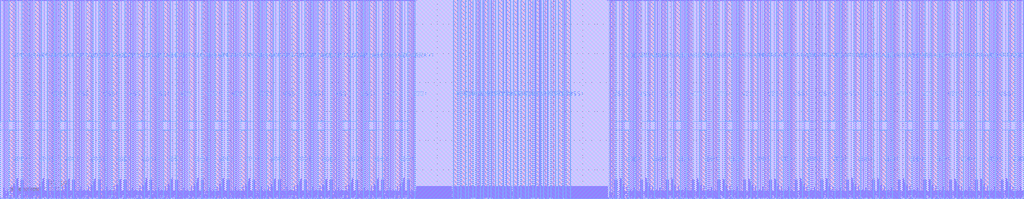
<source format=lef>
# ------------------------------------------------------
#
#		Copyright 2025 IHP PDK Authors
#
#		Licensed under the Apache License, Version 2.0 (the "License");
#		you may not use this file except in compliance with the License.
#		You may obtain a copy of the License at
#		
#		   https://www.apache.org/licenses/LICENSE-2.0
#		
#		Unless required by applicable law or agreed to in writing, software
#		distributed under the License is distributed on an "AS IS" BASIS,
#		WITHOUT WARRANTIES OR CONDITIONS OF ANY KIND, either express or implied.
#		See the License for the specific language governing permissions and
#		limitations under the License.
#		
#		Generated on Wed Aug 27 13:14:43 2025		
#
# ------------------------------------------------------ 
VERSION 5.7 ;
BUSBITCHARS "[]" ;
DIVIDERCHAR "/" ;

MACRO RM_IHPSG13_2P_256x32_c2_bm_bist
  CLASS BLOCK ;
  ORIGIN 0 0 ;
  FOREIGN RM_IHPSG13_2P_256x32_c2_bm_bist 0 0 ;
  SIZE 702.83 BY 136.97 ;
  SYMMETRY X Y R90 ;
  PIN A_DIN[16]
    DIRECTION INPUT ;
    USE SIGNAL ;
    ANTENNAPARTIALMETALAREA 3.9091 LAYER Metal2 ;
    ANTENNAMODEL OXIDE1 ;
      ANTENNAGATEAREA 0.20085 LAYER Metal2 ;
      ANTENNAMAXAREACAR 20.368932 LAYER Metal2 ;
    PORT
      LAYER Metal2 ;
        RECT 425.49 0 425.75 0.26 ;
    END
  END A_DIN[16]
  PIN A_DIN[15]
    DIRECTION INPUT ;
    USE SIGNAL ;
    ANTENNAPARTIALMETALAREA 3.9091 LAYER Metal2 ;
    ANTENNAMODEL OXIDE1 ;
      ANTENNAGATEAREA 0.20085 LAYER Metal2 ;
      ANTENNAMAXAREACAR 20.368932 LAYER Metal2 ;
    PORT
      LAYER Metal2 ;
        RECT 277.08 0 277.34 0.26 ;
    END
  END A_DIN[15]
  PIN A_BIST_DIN[16]
    DIRECTION INPUT ;
    USE SIGNAL ;
    ANTENNAPARTIALMETALAREA 4.136375 LAYER Metal2 ;
    ANTENNAMODEL OXIDE1 ;
      ANTENNAGATEAREA 0.20085 LAYER Metal2 ;
      ANTENNAMAXAREACAR 21.874907 LAYER Metal2 ;
    PORT
      LAYER Metal2 ;
        RECT 426 0 426.26 0.26 ;
    END
  END A_BIST_DIN[16]
  PIN A_BIST_DIN[15]
    DIRECTION INPUT ;
    USE SIGNAL ;
    ANTENNAPARTIALMETALAREA 4.136375 LAYER Metal2 ;
    ANTENNAMODEL OXIDE1 ;
      ANTENNAGATEAREA 0.20085 LAYER Metal2 ;
      ANTENNAMAXAREACAR 21.874907 LAYER Metal2 ;
    PORT
      LAYER Metal2 ;
        RECT 276.57 0 276.83 0.26 ;
    END
  END A_BIST_DIN[15]
  PIN A_BM[16]
    DIRECTION INPUT ;
    USE SIGNAL ;
    ANTENNAPARTIALMETALAREA 1.7264 LAYER Metal2 ;
    ANTENNAMODEL OXIDE1 ;
      ANTENNAGATEAREA 0.20085 LAYER Metal2 ;
      ANTENNAMAXAREACAR 9.501618 LAYER Metal2 ;
    PORT
      LAYER Metal2 ;
        RECT 434.16 0 434.42 0.26 ;
    END
  END A_BM[16]
  PIN A_BM[15]
    DIRECTION INPUT ;
    USE SIGNAL ;
    ANTENNAPARTIALMETALAREA 1.7264 LAYER Metal2 ;
    ANTENNAMODEL OXIDE1 ;
      ANTENNAGATEAREA 0.20085 LAYER Metal2 ;
      ANTENNAMAXAREACAR 9.501618 LAYER Metal2 ;
    PORT
      LAYER Metal2 ;
        RECT 268.41 0 268.67 0.26 ;
    END
  END A_BM[15]
  PIN A_BIST_BM[16]
    DIRECTION INPUT ;
    USE SIGNAL ;
    ANTENNAPARTIALMETALAREA 1.7602 LAYER Metal2 ;
    ANTENNAMODEL OXIDE1 ;
      ANTENNAGATEAREA 0.20085 LAYER Metal2 ;
      ANTENNAMAXAREACAR 9.678367 LAYER Metal2 ;
    PORT
      LAYER Metal2 ;
        RECT 432.785 0 433.045 0.26 ;
    END
  END A_BIST_BM[16]
  PIN A_BIST_BM[15]
    DIRECTION INPUT ;
    USE SIGNAL ;
    ANTENNAPARTIALMETALAREA 1.7602 LAYER Metal2 ;
    ANTENNAMODEL OXIDE1 ;
      ANTENNAGATEAREA 0.20085 LAYER Metal2 ;
      ANTENNAMAXAREACAR 9.678367 LAYER Metal2 ;
    PORT
      LAYER Metal2 ;
        RECT 269.785 0 270.045 0.26 ;
    END
  END A_BIST_BM[15]
  PIN A_DOUT[16]
    DIRECTION OUTPUT ;
    USE SIGNAL ;
    ANTENNAPARTIALMETALAREA 4.8256 LAYER Metal2 ;
    ANTENNADIFFAREA 0.988 LAYER Metal2 ;
    PORT
      LAYER Metal2 ;
        RECT 418.35 0 418.61 0.26 ;
    END
  END A_DOUT[16]
  PIN A_DOUT[15]
    DIRECTION OUTPUT ;
    USE SIGNAL ;
    ANTENNAPARTIALMETALAREA 4.8256 LAYER Metal2 ;
    ANTENNADIFFAREA 0.988 LAYER Metal2 ;
    PORT
      LAYER Metal2 ;
        RECT 284.22 0 284.48 0.26 ;
    END
  END A_DOUT[15]
  PIN B_DIN[16]
    DIRECTION INPUT ;
    USE SIGNAL ;
    ANTENNAPARTIALMETALAREA 2.925 LAYER Metal2 ;
    ANTENNAMODEL OXIDE1 ;
      ANTENNAGATEAREA 0.20085 LAYER Metal2 ;
      ANTENNAMAXAREACAR 15.469256 LAYER Metal2 ;
    PORT
      LAYER Metal2 ;
        RECT 428.04 0 428.3 0.26 ;
    END
  END B_DIN[16]
  PIN B_DIN[15]
    DIRECTION INPUT ;
    USE SIGNAL ;
    ANTENNAPARTIALMETALAREA 2.925 LAYER Metal2 ;
    ANTENNAMODEL OXIDE1 ;
      ANTENNAGATEAREA 0.20085 LAYER Metal2 ;
      ANTENNAMAXAREACAR 15.469256 LAYER Metal2 ;
    PORT
      LAYER Metal2 ;
        RECT 274.53 0 274.79 0.26 ;
    END
  END B_DIN[15]
  PIN B_BIST_DIN[16]
    DIRECTION INPUT ;
    USE SIGNAL ;
    ANTENNAPARTIALMETALAREA 2.9445 LAYER Metal2 ;
    ANTENNAMODEL OXIDE1 ;
      ANTENNAGATEAREA 0.20085 LAYER Metal2 ;
      ANTENNAMAXAREACAR 15.929052 LAYER Metal2 ;
    PORT
      LAYER Metal2 ;
        RECT 426.51 0 426.77 0.26 ;
    END
  END B_BIST_DIN[16]
  PIN B_BIST_DIN[15]
    DIRECTION INPUT ;
    USE SIGNAL ;
    ANTENNAPARTIALMETALAREA 2.9445 LAYER Metal2 ;
    ANTENNAMODEL OXIDE1 ;
      ANTENNAGATEAREA 0.20085 LAYER Metal2 ;
      ANTENNAMAXAREACAR 15.929052 LAYER Metal2 ;
    PORT
      LAYER Metal2 ;
        RECT 276.06 0 276.32 0.26 ;
    END
  END B_BIST_DIN[15]
  PIN B_BM[16]
    DIRECTION INPUT ;
    USE SIGNAL ;
    ANTENNAPARTIALMETALAREA 0.7007 LAYER Metal2 ;
    ANTENNAMODEL OXIDE1 ;
      ANTENNAGATEAREA 0.20085 LAYER Metal2 ;
      ANTENNAMAXAREACAR 4.394822 LAYER Metal2 ;
    PORT
      LAYER Metal2 ;
        RECT 419.525 0 419.785 0.26 ;
    END
  END B_BM[16]
  PIN B_BM[15]
    DIRECTION INPUT ;
    USE SIGNAL ;
    ANTENNAPARTIALMETALAREA 0.7007 LAYER Metal2 ;
    ANTENNAMODEL OXIDE1 ;
      ANTENNAGATEAREA 0.20085 LAYER Metal2 ;
      ANTENNAMAXAREACAR 4.394822 LAYER Metal2 ;
    PORT
      LAYER Metal2 ;
        RECT 283.045 0 283.305 0.26 ;
    END
  END B_BM[15]
  PIN B_BIST_BM[16]
    DIRECTION INPUT ;
    USE SIGNAL ;
    ANTENNAPARTIALMETALAREA 0.7007 LAYER Metal2 ;
    ANTENNAMODEL OXIDE1 ;
      ANTENNAGATEAREA 0.20085 LAYER Metal2 ;
      ANTENNAMAXAREACAR 4.394822 LAYER Metal2 ;
    PORT
      LAYER Metal2 ;
        RECT 421.055 0 421.315 0.26 ;
    END
  END B_BIST_BM[16]
  PIN B_BIST_BM[15]
    DIRECTION INPUT ;
    USE SIGNAL ;
    ANTENNAPARTIALMETALAREA 0.7007 LAYER Metal2 ;
    ANTENNAMODEL OXIDE1 ;
      ANTENNAGATEAREA 0.20085 LAYER Metal2 ;
      ANTENNAMAXAREACAR 4.394822 LAYER Metal2 ;
    PORT
      LAYER Metal2 ;
        RECT 281.515 0 281.775 0.26 ;
    END
  END B_BIST_BM[15]
  PIN B_DOUT[16]
    DIRECTION OUTPUT ;
    USE SIGNAL ;
    ANTENNAPARTIALMETALAREA 4.836 LAYER Metal2 ;
    ANTENNADIFFAREA 0.988 LAYER Metal2 ;
    PORT
      LAYER Metal2 ;
        RECT 435.18 0 435.44 0.26 ;
    END
  END B_DOUT[16]
  PIN B_DOUT[15]
    DIRECTION OUTPUT ;
    USE SIGNAL ;
    ANTENNAPARTIALMETALAREA 4.836 LAYER Metal2 ;
    ANTENNADIFFAREA 0.988 LAYER Metal2 ;
    PORT
      LAYER Metal2 ;
        RECT 267.39 0 267.65 0.26 ;
    END
  END B_DOUT[15]
  PIN VSS!
    DIRECTION INOUT ;
    USE GROUND ;
    NETEXPR "vss VSS!" ;
    PORT
      LAYER Metal4 ;
        RECT 683.425 0 687.845 136.97 ;
    END
    PORT
      LAYER Metal4 ;
        RECT 665.745 0 670.165 136.97 ;
    END
    PORT
      LAYER Metal4 ;
        RECT 648.065 0 652.485 136.97 ;
    END
    PORT
      LAYER Metal4 ;
        RECT 630.385 0 634.805 136.97 ;
    END
    PORT
      LAYER Metal4 ;
        RECT 612.705 0 617.125 136.97 ;
    END
    PORT
      LAYER Metal4 ;
        RECT 595.025 0 599.445 136.97 ;
    END
    PORT
      LAYER Metal4 ;
        RECT 577.345 0 581.765 136.97 ;
    END
    PORT
      LAYER Metal4 ;
        RECT 559.665 0 564.085 136.97 ;
    END
    PORT
      LAYER Metal4 ;
        RECT 541.985 0 546.405 136.97 ;
    END
    PORT
      LAYER Metal4 ;
        RECT 524.305 0 528.725 136.97 ;
    END
    PORT
      LAYER Metal4 ;
        RECT 506.625 0 511.045 136.97 ;
    END
    PORT
      LAYER Metal4 ;
        RECT 488.945 0 493.365 136.97 ;
    END
    PORT
      LAYER Metal4 ;
        RECT 471.265 0 475.685 136.97 ;
    END
    PORT
      LAYER Metal4 ;
        RECT 453.585 0 458.005 136.97 ;
    END
    PORT
      LAYER Metal4 ;
        RECT 435.905 0 440.325 136.97 ;
    END
    PORT
      LAYER Metal4 ;
        RECT 418.225 0 422.645 136.97 ;
    END
    PORT
      LAYER Metal4 ;
        RECT 388.635 0 391.445 136.97 ;
    END
    PORT
      LAYER Metal4 ;
        RECT 378.335 0 381.145 136.97 ;
    END
    PORT
      LAYER Metal4 ;
        RECT 362.885 0 365.695 136.97 ;
    END
    PORT
      LAYER Metal4 ;
        RECT 352.585 0 355.395 136.97 ;
    END
    PORT
      LAYER Metal4 ;
        RECT 347.435 0 350.245 136.97 ;
    END
    PORT
      LAYER Metal4 ;
        RECT 337.135 0 339.945 136.97 ;
    END
    PORT
      LAYER Metal4 ;
        RECT 321.685 0 324.495 136.97 ;
    END
    PORT
      LAYER Metal4 ;
        RECT 311.385 0 314.195 136.97 ;
    END
    PORT
      LAYER Metal4 ;
        RECT 280.185 0 284.605 136.97 ;
    END
    PORT
      LAYER Metal4 ;
        RECT 262.505 0 266.925 136.97 ;
    END
    PORT
      LAYER Metal4 ;
        RECT 244.825 0 249.245 136.97 ;
    END
    PORT
      LAYER Metal4 ;
        RECT 227.145 0 231.565 136.97 ;
    END
    PORT
      LAYER Metal4 ;
        RECT 209.465 0 213.885 136.97 ;
    END
    PORT
      LAYER Metal4 ;
        RECT 191.785 0 196.205 136.97 ;
    END
    PORT
      LAYER Metal4 ;
        RECT 174.105 0 178.525 136.97 ;
    END
    PORT
      LAYER Metal4 ;
        RECT 156.425 0 160.845 136.97 ;
    END
    PORT
      LAYER Metal4 ;
        RECT 138.745 0 143.165 136.97 ;
    END
    PORT
      LAYER Metal4 ;
        RECT 121.065 0 125.485 136.97 ;
    END
    PORT
      LAYER Metal4 ;
        RECT 103.385 0 107.805 136.97 ;
    END
    PORT
      LAYER Metal4 ;
        RECT 85.705 0 90.125 136.97 ;
    END
    PORT
      LAYER Metal4 ;
        RECT 68.025 0 72.445 136.97 ;
    END
    PORT
      LAYER Metal4 ;
        RECT 50.345 0 54.765 136.97 ;
    END
    PORT
      LAYER Metal4 ;
        RECT 32.665 0 37.085 136.97 ;
    END
    PORT
      LAYER Metal4 ;
        RECT 14.985 0 19.405 136.97 ;
    END
  END VSS!
  PIN VDD!
    DIRECTION INOUT ;
    USE POWER ;
    NETEXPR "vdd VDD!" ;
    PORT
      LAYER Metal4 ;
        RECT 692.265 0 696.685 47.045 ;
    END
    PORT
      LAYER Metal4 ;
        RECT 674.585 0 679.005 47.045 ;
    END
    PORT
      LAYER Metal4 ;
        RECT 656.905 0 661.325 47.045 ;
    END
    PORT
      LAYER Metal4 ;
        RECT 639.225 0 643.645 47.045 ;
    END
    PORT
      LAYER Metal4 ;
        RECT 621.545 0 625.965 47.045 ;
    END
    PORT
      LAYER Metal4 ;
        RECT 603.865 0 608.285 47.045 ;
    END
    PORT
      LAYER Metal4 ;
        RECT 586.185 0 590.605 47.045 ;
    END
    PORT
      LAYER Metal4 ;
        RECT 568.505 0 572.925 47.045 ;
    END
    PORT
      LAYER Metal4 ;
        RECT 550.825 0 555.245 47.045 ;
    END
    PORT
      LAYER Metal4 ;
        RECT 533.145 0 537.565 47.045 ;
    END
    PORT
      LAYER Metal4 ;
        RECT 515.465 0 519.885 47.045 ;
    END
    PORT
      LAYER Metal4 ;
        RECT 497.785 0 502.205 47.045 ;
    END
    PORT
      LAYER Metal4 ;
        RECT 480.105 0 484.525 47.045 ;
    END
    PORT
      LAYER Metal4 ;
        RECT 462.425 0 466.845 47.045 ;
    END
    PORT
      LAYER Metal4 ;
        RECT 444.745 0 449.165 47.045 ;
    END
    PORT
      LAYER Metal4 ;
        RECT 427.065 0 431.485 47.045 ;
    END
    PORT
      LAYER Metal4 ;
        RECT 383.485 0 386.295 136.97 ;
    END
    PORT
      LAYER Metal4 ;
        RECT 373.185 0 375.995 136.97 ;
    END
    PORT
      LAYER Metal4 ;
        RECT 368.035 0 370.845 136.97 ;
    END
    PORT
      LAYER Metal4 ;
        RECT 357.735 0 360.545 136.97 ;
    END
    PORT
      LAYER Metal4 ;
        RECT 342.285 0 345.095 136.97 ;
    END
    PORT
      LAYER Metal4 ;
        RECT 331.985 0 334.795 136.97 ;
    END
    PORT
      LAYER Metal4 ;
        RECT 326.835 0 329.645 136.97 ;
    END
    PORT
      LAYER Metal4 ;
        RECT 316.535 0 319.345 136.97 ;
    END
    PORT
      LAYER Metal4 ;
        RECT 271.345 0 275.765 47.045 ;
    END
    PORT
      LAYER Metal4 ;
        RECT 253.665 0 258.085 47.045 ;
    END
    PORT
      LAYER Metal4 ;
        RECT 235.985 0 240.405 47.045 ;
    END
    PORT
      LAYER Metal4 ;
        RECT 218.305 0 222.725 47.045 ;
    END
    PORT
      LAYER Metal4 ;
        RECT 200.625 0 205.045 47.045 ;
    END
    PORT
      LAYER Metal4 ;
        RECT 182.945 0 187.365 47.045 ;
    END
    PORT
      LAYER Metal4 ;
        RECT 165.265 0 169.685 47.045 ;
    END
    PORT
      LAYER Metal4 ;
        RECT 147.585 0 152.005 47.045 ;
    END
    PORT
      LAYER Metal4 ;
        RECT 129.905 0 134.325 47.045 ;
    END
    PORT
      LAYER Metal4 ;
        RECT 112.225 0 116.645 47.045 ;
    END
    PORT
      LAYER Metal4 ;
        RECT 94.545 0 98.965 47.045 ;
    END
    PORT
      LAYER Metal4 ;
        RECT 76.865 0 81.285 47.045 ;
    END
    PORT
      LAYER Metal4 ;
        RECT 59.185 0 63.605 47.045 ;
    END
    PORT
      LAYER Metal4 ;
        RECT 41.505 0 45.925 47.045 ;
    END
    PORT
      LAYER Metal4 ;
        RECT 23.825 0 28.245 47.045 ;
    END
    PORT
      LAYER Metal4 ;
        RECT 6.145 0 10.565 47.045 ;
    END
  END VDD!
  PIN VDDARRAY!
    DIRECTION INOUT ;
    USE POWER ;
    NETEXPR "vddarray VDDARRAY!" ;
    PORT
      LAYER Metal4 ;
        RECT 692.265 53.41 696.685 136.97 ;
    END
    PORT
      LAYER Metal4 ;
        RECT 674.585 53.41 679.005 136.97 ;
    END
    PORT
      LAYER Metal4 ;
        RECT 656.905 53.41 661.325 136.97 ;
    END
    PORT
      LAYER Metal4 ;
        RECT 639.225 53.41 643.645 136.97 ;
    END
    PORT
      LAYER Metal4 ;
        RECT 621.545 53.41 625.965 136.97 ;
    END
    PORT
      LAYER Metal4 ;
        RECT 603.865 53.41 608.285 136.97 ;
    END
    PORT
      LAYER Metal4 ;
        RECT 586.185 53.41 590.605 136.97 ;
    END
    PORT
      LAYER Metal4 ;
        RECT 568.505 53.41 572.925 136.97 ;
    END
    PORT
      LAYER Metal4 ;
        RECT 550.825 53.41 555.245 136.97 ;
    END
    PORT
      LAYER Metal4 ;
        RECT 533.145 53.41 537.565 136.97 ;
    END
    PORT
      LAYER Metal4 ;
        RECT 515.465 53.41 519.885 136.97 ;
    END
    PORT
      LAYER Metal4 ;
        RECT 497.785 53.41 502.205 136.97 ;
    END
    PORT
      LAYER Metal4 ;
        RECT 480.105 53.41 484.525 136.97 ;
    END
    PORT
      LAYER Metal4 ;
        RECT 462.425 53.41 466.845 136.97 ;
    END
    PORT
      LAYER Metal4 ;
        RECT 444.745 53.41 449.165 136.97 ;
    END
    PORT
      LAYER Metal4 ;
        RECT 427.065 53.41 431.485 136.97 ;
    END
    PORT
      LAYER Metal4 ;
        RECT 271.345 53.41 275.765 136.97 ;
    END
    PORT
      LAYER Metal4 ;
        RECT 253.665 53.41 258.085 136.97 ;
    END
    PORT
      LAYER Metal4 ;
        RECT 235.985 53.41 240.405 136.97 ;
    END
    PORT
      LAYER Metal4 ;
        RECT 218.305 53.41 222.725 136.97 ;
    END
    PORT
      LAYER Metal4 ;
        RECT 200.625 53.41 205.045 136.97 ;
    END
    PORT
      LAYER Metal4 ;
        RECT 182.945 53.41 187.365 136.97 ;
    END
    PORT
      LAYER Metal4 ;
        RECT 165.265 53.41 169.685 136.97 ;
    END
    PORT
      LAYER Metal4 ;
        RECT 147.585 53.41 152.005 136.97 ;
    END
    PORT
      LAYER Metal4 ;
        RECT 129.905 53.41 134.325 136.97 ;
    END
    PORT
      LAYER Metal4 ;
        RECT 112.225 53.41 116.645 136.97 ;
    END
    PORT
      LAYER Metal4 ;
        RECT 94.545 53.41 98.965 136.97 ;
    END
    PORT
      LAYER Metal4 ;
        RECT 76.865 53.41 81.285 136.97 ;
    END
    PORT
      LAYER Metal4 ;
        RECT 59.185 53.41 63.605 136.97 ;
    END
    PORT
      LAYER Metal4 ;
        RECT 41.505 53.41 45.925 136.97 ;
    END
    PORT
      LAYER Metal4 ;
        RECT 23.825 53.41 28.245 136.97 ;
    END
    PORT
      LAYER Metal4 ;
        RECT 6.145 53.41 10.565 136.97 ;
    END
  END VDDARRAY!
  PIN A_DIN[17]
    DIRECTION INPUT ;
    USE SIGNAL ;
    ANTENNAPARTIALMETALAREA 3.9091 LAYER Metal2 ;
    ANTENNAMODEL OXIDE1 ;
      ANTENNAGATEAREA 0.20085 LAYER Metal2 ;
      ANTENNAMAXAREACAR 20.368932 LAYER Metal2 ;
    PORT
      LAYER Metal2 ;
        RECT 443.17 0 443.43 0.26 ;
    END
  END A_DIN[17]
  PIN A_DIN[14]
    DIRECTION INPUT ;
    USE SIGNAL ;
    ANTENNAPARTIALMETALAREA 3.9091 LAYER Metal2 ;
    ANTENNAMODEL OXIDE1 ;
      ANTENNAGATEAREA 0.20085 LAYER Metal2 ;
      ANTENNAMAXAREACAR 20.368932 LAYER Metal2 ;
    PORT
      LAYER Metal2 ;
        RECT 259.4 0 259.66 0.26 ;
    END
  END A_DIN[14]
  PIN A_BIST_DIN[17]
    DIRECTION INPUT ;
    USE SIGNAL ;
    ANTENNAPARTIALMETALAREA 4.136375 LAYER Metal2 ;
    ANTENNAMODEL OXIDE1 ;
      ANTENNAGATEAREA 0.20085 LAYER Metal2 ;
      ANTENNAMAXAREACAR 21.874907 LAYER Metal2 ;
    PORT
      LAYER Metal2 ;
        RECT 443.68 0 443.94 0.26 ;
    END
  END A_BIST_DIN[17]
  PIN A_BIST_DIN[14]
    DIRECTION INPUT ;
    USE SIGNAL ;
    ANTENNAPARTIALMETALAREA 4.136375 LAYER Metal2 ;
    ANTENNAMODEL OXIDE1 ;
      ANTENNAGATEAREA 0.20085 LAYER Metal2 ;
      ANTENNAMAXAREACAR 21.874907 LAYER Metal2 ;
    PORT
      LAYER Metal2 ;
        RECT 258.89 0 259.15 0.26 ;
    END
  END A_BIST_DIN[14]
  PIN A_BM[17]
    DIRECTION INPUT ;
    USE SIGNAL ;
    ANTENNAPARTIALMETALAREA 1.7264 LAYER Metal2 ;
    ANTENNAMODEL OXIDE1 ;
      ANTENNAGATEAREA 0.20085 LAYER Metal2 ;
      ANTENNAMAXAREACAR 9.501618 LAYER Metal2 ;
    PORT
      LAYER Metal2 ;
        RECT 451.84 0 452.1 0.26 ;
    END
  END A_BM[17]
  PIN A_BM[14]
    DIRECTION INPUT ;
    USE SIGNAL ;
    ANTENNAPARTIALMETALAREA 1.7264 LAYER Metal2 ;
    ANTENNAMODEL OXIDE1 ;
      ANTENNAGATEAREA 0.20085 LAYER Metal2 ;
      ANTENNAMAXAREACAR 9.501618 LAYER Metal2 ;
    PORT
      LAYER Metal2 ;
        RECT 250.73 0 250.99 0.26 ;
    END
  END A_BM[14]
  PIN A_BIST_BM[17]
    DIRECTION INPUT ;
    USE SIGNAL ;
    ANTENNAPARTIALMETALAREA 1.7602 LAYER Metal2 ;
    ANTENNAMODEL OXIDE1 ;
      ANTENNAGATEAREA 0.20085 LAYER Metal2 ;
      ANTENNAMAXAREACAR 9.678367 LAYER Metal2 ;
    PORT
      LAYER Metal2 ;
        RECT 450.465 0 450.725 0.26 ;
    END
  END A_BIST_BM[17]
  PIN A_BIST_BM[14]
    DIRECTION INPUT ;
    USE SIGNAL ;
    ANTENNAPARTIALMETALAREA 1.7602 LAYER Metal2 ;
    ANTENNAMODEL OXIDE1 ;
      ANTENNAGATEAREA 0.20085 LAYER Metal2 ;
      ANTENNAMAXAREACAR 9.678367 LAYER Metal2 ;
    PORT
      LAYER Metal2 ;
        RECT 252.105 0 252.365 0.26 ;
    END
  END A_BIST_BM[14]
  PIN A_DOUT[17]
    DIRECTION OUTPUT ;
    USE SIGNAL ;
    ANTENNAPARTIALMETALAREA 4.8256 LAYER Metal2 ;
    ANTENNADIFFAREA 0.988 LAYER Metal2 ;
    PORT
      LAYER Metal2 ;
        RECT 436.03 0 436.29 0.26 ;
    END
  END A_DOUT[17]
  PIN A_DOUT[14]
    DIRECTION OUTPUT ;
    USE SIGNAL ;
    ANTENNAPARTIALMETALAREA 4.8256 LAYER Metal2 ;
    ANTENNADIFFAREA 0.988 LAYER Metal2 ;
    PORT
      LAYER Metal2 ;
        RECT 266.54 0 266.8 0.26 ;
    END
  END A_DOUT[14]
  PIN B_DIN[17]
    DIRECTION INPUT ;
    USE SIGNAL ;
    ANTENNAPARTIALMETALAREA 2.925 LAYER Metal2 ;
    ANTENNAMODEL OXIDE1 ;
      ANTENNAGATEAREA 0.20085 LAYER Metal2 ;
      ANTENNAMAXAREACAR 15.469256 LAYER Metal2 ;
    PORT
      LAYER Metal2 ;
        RECT 445.72 0 445.98 0.26 ;
    END
  END B_DIN[17]
  PIN B_DIN[14]
    DIRECTION INPUT ;
    USE SIGNAL ;
    ANTENNAPARTIALMETALAREA 2.925 LAYER Metal2 ;
    ANTENNAMODEL OXIDE1 ;
      ANTENNAGATEAREA 0.20085 LAYER Metal2 ;
      ANTENNAMAXAREACAR 15.469256 LAYER Metal2 ;
    PORT
      LAYER Metal2 ;
        RECT 256.85 0 257.11 0.26 ;
    END
  END B_DIN[14]
  PIN B_BIST_DIN[17]
    DIRECTION INPUT ;
    USE SIGNAL ;
    ANTENNAPARTIALMETALAREA 2.9445 LAYER Metal2 ;
    ANTENNAMODEL OXIDE1 ;
      ANTENNAGATEAREA 0.20085 LAYER Metal2 ;
      ANTENNAMAXAREACAR 15.929052 LAYER Metal2 ;
    PORT
      LAYER Metal2 ;
        RECT 444.19 0 444.45 0.26 ;
    END
  END B_BIST_DIN[17]
  PIN B_BIST_DIN[14]
    DIRECTION INPUT ;
    USE SIGNAL ;
    ANTENNAPARTIALMETALAREA 2.9445 LAYER Metal2 ;
    ANTENNAMODEL OXIDE1 ;
      ANTENNAGATEAREA 0.20085 LAYER Metal2 ;
      ANTENNAMAXAREACAR 15.929052 LAYER Metal2 ;
    PORT
      LAYER Metal2 ;
        RECT 258.38 0 258.64 0.26 ;
    END
  END B_BIST_DIN[14]
  PIN B_BM[17]
    DIRECTION INPUT ;
    USE SIGNAL ;
    ANTENNAPARTIALMETALAREA 0.7007 LAYER Metal2 ;
    ANTENNAMODEL OXIDE1 ;
      ANTENNAGATEAREA 0.20085 LAYER Metal2 ;
      ANTENNAMAXAREACAR 4.394822 LAYER Metal2 ;
    PORT
      LAYER Metal2 ;
        RECT 437.205 0 437.465 0.26 ;
    END
  END B_BM[17]
  PIN B_BM[14]
    DIRECTION INPUT ;
    USE SIGNAL ;
    ANTENNAPARTIALMETALAREA 0.7007 LAYER Metal2 ;
    ANTENNAMODEL OXIDE1 ;
      ANTENNAGATEAREA 0.20085 LAYER Metal2 ;
      ANTENNAMAXAREACAR 4.394822 LAYER Metal2 ;
    PORT
      LAYER Metal2 ;
        RECT 265.365 0 265.625 0.26 ;
    END
  END B_BM[14]
  PIN B_BIST_BM[17]
    DIRECTION INPUT ;
    USE SIGNAL ;
    ANTENNAPARTIALMETALAREA 0.7007 LAYER Metal2 ;
    ANTENNAMODEL OXIDE1 ;
      ANTENNAGATEAREA 0.20085 LAYER Metal2 ;
      ANTENNAMAXAREACAR 4.394822 LAYER Metal2 ;
    PORT
      LAYER Metal2 ;
        RECT 438.735 0 438.995 0.26 ;
    END
  END B_BIST_BM[17]
  PIN B_BIST_BM[14]
    DIRECTION INPUT ;
    USE SIGNAL ;
    ANTENNAPARTIALMETALAREA 0.7007 LAYER Metal2 ;
    ANTENNAMODEL OXIDE1 ;
      ANTENNAGATEAREA 0.20085 LAYER Metal2 ;
      ANTENNAMAXAREACAR 4.394822 LAYER Metal2 ;
    PORT
      LAYER Metal2 ;
        RECT 263.835 0 264.095 0.26 ;
    END
  END B_BIST_BM[14]
  PIN B_DOUT[17]
    DIRECTION OUTPUT ;
    USE SIGNAL ;
    ANTENNAPARTIALMETALAREA 4.836 LAYER Metal2 ;
    ANTENNADIFFAREA 0.988 LAYER Metal2 ;
    PORT
      LAYER Metal2 ;
        RECT 452.86 0 453.12 0.26 ;
    END
  END B_DOUT[17]
  PIN B_DOUT[14]
    DIRECTION OUTPUT ;
    USE SIGNAL ;
    ANTENNAPARTIALMETALAREA 4.836 LAYER Metal2 ;
    ANTENNADIFFAREA 0.988 LAYER Metal2 ;
    PORT
      LAYER Metal2 ;
        RECT 249.71 0 249.97 0.26 ;
    END
  END B_DOUT[14]
  PIN A_DIN[18]
    DIRECTION INPUT ;
    USE SIGNAL ;
    ANTENNAPARTIALMETALAREA 3.9091 LAYER Metal2 ;
    ANTENNAMODEL OXIDE1 ;
      ANTENNAGATEAREA 0.20085 LAYER Metal2 ;
      ANTENNAMAXAREACAR 20.368932 LAYER Metal2 ;
    PORT
      LAYER Metal2 ;
        RECT 460.85 0 461.11 0.26 ;
    END
  END A_DIN[18]
  PIN A_DIN[13]
    DIRECTION INPUT ;
    USE SIGNAL ;
    ANTENNAPARTIALMETALAREA 3.9091 LAYER Metal2 ;
    ANTENNAMODEL OXIDE1 ;
      ANTENNAGATEAREA 0.20085 LAYER Metal2 ;
      ANTENNAMAXAREACAR 20.368932 LAYER Metal2 ;
    PORT
      LAYER Metal2 ;
        RECT 241.72 0 241.98 0.26 ;
    END
  END A_DIN[13]
  PIN A_BIST_DIN[18]
    DIRECTION INPUT ;
    USE SIGNAL ;
    ANTENNAPARTIALMETALAREA 4.136375 LAYER Metal2 ;
    ANTENNAMODEL OXIDE1 ;
      ANTENNAGATEAREA 0.20085 LAYER Metal2 ;
      ANTENNAMAXAREACAR 21.874907 LAYER Metal2 ;
    PORT
      LAYER Metal2 ;
        RECT 461.36 0 461.62 0.26 ;
    END
  END A_BIST_DIN[18]
  PIN A_BIST_DIN[13]
    DIRECTION INPUT ;
    USE SIGNAL ;
    ANTENNAPARTIALMETALAREA 4.136375 LAYER Metal2 ;
    ANTENNAMODEL OXIDE1 ;
      ANTENNAGATEAREA 0.20085 LAYER Metal2 ;
      ANTENNAMAXAREACAR 21.874907 LAYER Metal2 ;
    PORT
      LAYER Metal2 ;
        RECT 241.21 0 241.47 0.26 ;
    END
  END A_BIST_DIN[13]
  PIN A_BM[18]
    DIRECTION INPUT ;
    USE SIGNAL ;
    ANTENNAPARTIALMETALAREA 1.7264 LAYER Metal2 ;
    ANTENNAMODEL OXIDE1 ;
      ANTENNAGATEAREA 0.20085 LAYER Metal2 ;
      ANTENNAMAXAREACAR 9.501618 LAYER Metal2 ;
    PORT
      LAYER Metal2 ;
        RECT 469.52 0 469.78 0.26 ;
    END
  END A_BM[18]
  PIN A_BM[13]
    DIRECTION INPUT ;
    USE SIGNAL ;
    ANTENNAPARTIALMETALAREA 1.7264 LAYER Metal2 ;
    ANTENNAMODEL OXIDE1 ;
      ANTENNAGATEAREA 0.20085 LAYER Metal2 ;
      ANTENNAMAXAREACAR 9.501618 LAYER Metal2 ;
    PORT
      LAYER Metal2 ;
        RECT 233.05 0 233.31 0.26 ;
    END
  END A_BM[13]
  PIN A_BIST_BM[18]
    DIRECTION INPUT ;
    USE SIGNAL ;
    ANTENNAPARTIALMETALAREA 1.7602 LAYER Metal2 ;
    ANTENNAMODEL OXIDE1 ;
      ANTENNAGATEAREA 0.20085 LAYER Metal2 ;
      ANTENNAMAXAREACAR 9.678367 LAYER Metal2 ;
    PORT
      LAYER Metal2 ;
        RECT 468.145 0 468.405 0.26 ;
    END
  END A_BIST_BM[18]
  PIN A_BIST_BM[13]
    DIRECTION INPUT ;
    USE SIGNAL ;
    ANTENNAPARTIALMETALAREA 1.7602 LAYER Metal2 ;
    ANTENNAMODEL OXIDE1 ;
      ANTENNAGATEAREA 0.20085 LAYER Metal2 ;
      ANTENNAMAXAREACAR 9.678367 LAYER Metal2 ;
    PORT
      LAYER Metal2 ;
        RECT 234.425 0 234.685 0.26 ;
    END
  END A_BIST_BM[13]
  PIN A_DOUT[18]
    DIRECTION OUTPUT ;
    USE SIGNAL ;
    ANTENNAPARTIALMETALAREA 4.8256 LAYER Metal2 ;
    ANTENNADIFFAREA 0.988 LAYER Metal2 ;
    PORT
      LAYER Metal2 ;
        RECT 453.71 0 453.97 0.26 ;
    END
  END A_DOUT[18]
  PIN A_DOUT[13]
    DIRECTION OUTPUT ;
    USE SIGNAL ;
    ANTENNAPARTIALMETALAREA 4.8256 LAYER Metal2 ;
    ANTENNADIFFAREA 0.988 LAYER Metal2 ;
    PORT
      LAYER Metal2 ;
        RECT 248.86 0 249.12 0.26 ;
    END
  END A_DOUT[13]
  PIN B_DIN[18]
    DIRECTION INPUT ;
    USE SIGNAL ;
    ANTENNAPARTIALMETALAREA 2.925 LAYER Metal2 ;
    ANTENNAMODEL OXIDE1 ;
      ANTENNAGATEAREA 0.20085 LAYER Metal2 ;
      ANTENNAMAXAREACAR 15.469256 LAYER Metal2 ;
    PORT
      LAYER Metal2 ;
        RECT 463.4 0 463.66 0.26 ;
    END
  END B_DIN[18]
  PIN B_DIN[13]
    DIRECTION INPUT ;
    USE SIGNAL ;
    ANTENNAPARTIALMETALAREA 2.925 LAYER Metal2 ;
    ANTENNAMODEL OXIDE1 ;
      ANTENNAGATEAREA 0.20085 LAYER Metal2 ;
      ANTENNAMAXAREACAR 15.469256 LAYER Metal2 ;
    PORT
      LAYER Metal2 ;
        RECT 239.17 0 239.43 0.26 ;
    END
  END B_DIN[13]
  PIN B_BIST_DIN[18]
    DIRECTION INPUT ;
    USE SIGNAL ;
    ANTENNAPARTIALMETALAREA 2.9445 LAYER Metal2 ;
    ANTENNAMODEL OXIDE1 ;
      ANTENNAGATEAREA 0.20085 LAYER Metal2 ;
      ANTENNAMAXAREACAR 15.929052 LAYER Metal2 ;
    PORT
      LAYER Metal2 ;
        RECT 461.87 0 462.13 0.26 ;
    END
  END B_BIST_DIN[18]
  PIN B_BIST_DIN[13]
    DIRECTION INPUT ;
    USE SIGNAL ;
    ANTENNAPARTIALMETALAREA 2.9445 LAYER Metal2 ;
    ANTENNAMODEL OXIDE1 ;
      ANTENNAGATEAREA 0.20085 LAYER Metal2 ;
      ANTENNAMAXAREACAR 15.929052 LAYER Metal2 ;
    PORT
      LAYER Metal2 ;
        RECT 240.7 0 240.96 0.26 ;
    END
  END B_BIST_DIN[13]
  PIN B_BM[18]
    DIRECTION INPUT ;
    USE SIGNAL ;
    ANTENNAPARTIALMETALAREA 0.7007 LAYER Metal2 ;
    ANTENNAMODEL OXIDE1 ;
      ANTENNAGATEAREA 0.20085 LAYER Metal2 ;
      ANTENNAMAXAREACAR 4.394822 LAYER Metal2 ;
    PORT
      LAYER Metal2 ;
        RECT 454.885 0 455.145 0.26 ;
    END
  END B_BM[18]
  PIN B_BM[13]
    DIRECTION INPUT ;
    USE SIGNAL ;
    ANTENNAPARTIALMETALAREA 0.7007 LAYER Metal2 ;
    ANTENNAMODEL OXIDE1 ;
      ANTENNAGATEAREA 0.20085 LAYER Metal2 ;
      ANTENNAMAXAREACAR 4.394822 LAYER Metal2 ;
    PORT
      LAYER Metal2 ;
        RECT 247.685 0 247.945 0.26 ;
    END
  END B_BM[13]
  PIN B_BIST_BM[18]
    DIRECTION INPUT ;
    USE SIGNAL ;
    ANTENNAPARTIALMETALAREA 0.7007 LAYER Metal2 ;
    ANTENNAMODEL OXIDE1 ;
      ANTENNAGATEAREA 0.20085 LAYER Metal2 ;
      ANTENNAMAXAREACAR 4.394822 LAYER Metal2 ;
    PORT
      LAYER Metal2 ;
        RECT 456.415 0 456.675 0.26 ;
    END
  END B_BIST_BM[18]
  PIN B_BIST_BM[13]
    DIRECTION INPUT ;
    USE SIGNAL ;
    ANTENNAPARTIALMETALAREA 0.7007 LAYER Metal2 ;
    ANTENNAMODEL OXIDE1 ;
      ANTENNAGATEAREA 0.20085 LAYER Metal2 ;
      ANTENNAMAXAREACAR 4.394822 LAYER Metal2 ;
    PORT
      LAYER Metal2 ;
        RECT 246.155 0 246.415 0.26 ;
    END
  END B_BIST_BM[13]
  PIN B_DOUT[18]
    DIRECTION OUTPUT ;
    USE SIGNAL ;
    ANTENNAPARTIALMETALAREA 4.836 LAYER Metal2 ;
    ANTENNADIFFAREA 0.988 LAYER Metal2 ;
    PORT
      LAYER Metal2 ;
        RECT 470.54 0 470.8 0.26 ;
    END
  END B_DOUT[18]
  PIN B_DOUT[13]
    DIRECTION OUTPUT ;
    USE SIGNAL ;
    ANTENNAPARTIALMETALAREA 4.836 LAYER Metal2 ;
    ANTENNADIFFAREA 0.988 LAYER Metal2 ;
    PORT
      LAYER Metal2 ;
        RECT 232.03 0 232.29 0.26 ;
    END
  END B_DOUT[13]
  PIN A_DIN[19]
    DIRECTION INPUT ;
    USE SIGNAL ;
    ANTENNAPARTIALMETALAREA 3.9091 LAYER Metal2 ;
    ANTENNAMODEL OXIDE1 ;
      ANTENNAGATEAREA 0.20085 LAYER Metal2 ;
      ANTENNAMAXAREACAR 20.368932 LAYER Metal2 ;
    PORT
      LAYER Metal2 ;
        RECT 478.53 0 478.79 0.26 ;
    END
  END A_DIN[19]
  PIN A_DIN[12]
    DIRECTION INPUT ;
    USE SIGNAL ;
    ANTENNAPARTIALMETALAREA 3.9091 LAYER Metal2 ;
    ANTENNAMODEL OXIDE1 ;
      ANTENNAGATEAREA 0.20085 LAYER Metal2 ;
      ANTENNAMAXAREACAR 20.368932 LAYER Metal2 ;
    PORT
      LAYER Metal2 ;
        RECT 224.04 0 224.3 0.26 ;
    END
  END A_DIN[12]
  PIN A_BIST_DIN[19]
    DIRECTION INPUT ;
    USE SIGNAL ;
    ANTENNAPARTIALMETALAREA 4.136375 LAYER Metal2 ;
    ANTENNAMODEL OXIDE1 ;
      ANTENNAGATEAREA 0.20085 LAYER Metal2 ;
      ANTENNAMAXAREACAR 21.874907 LAYER Metal2 ;
    PORT
      LAYER Metal2 ;
        RECT 479.04 0 479.3 0.26 ;
    END
  END A_BIST_DIN[19]
  PIN A_BIST_DIN[12]
    DIRECTION INPUT ;
    USE SIGNAL ;
    ANTENNAPARTIALMETALAREA 4.136375 LAYER Metal2 ;
    ANTENNAMODEL OXIDE1 ;
      ANTENNAGATEAREA 0.20085 LAYER Metal2 ;
      ANTENNAMAXAREACAR 21.874907 LAYER Metal2 ;
    PORT
      LAYER Metal2 ;
        RECT 223.53 0 223.79 0.26 ;
    END
  END A_BIST_DIN[12]
  PIN A_BM[19]
    DIRECTION INPUT ;
    USE SIGNAL ;
    ANTENNAPARTIALMETALAREA 1.7264 LAYER Metal2 ;
    ANTENNAMODEL OXIDE1 ;
      ANTENNAGATEAREA 0.20085 LAYER Metal2 ;
      ANTENNAMAXAREACAR 9.501618 LAYER Metal2 ;
    PORT
      LAYER Metal2 ;
        RECT 487.2 0 487.46 0.26 ;
    END
  END A_BM[19]
  PIN A_BM[12]
    DIRECTION INPUT ;
    USE SIGNAL ;
    ANTENNAPARTIALMETALAREA 1.7264 LAYER Metal2 ;
    ANTENNAMODEL OXIDE1 ;
      ANTENNAGATEAREA 0.20085 LAYER Metal2 ;
      ANTENNAMAXAREACAR 9.501618 LAYER Metal2 ;
    PORT
      LAYER Metal2 ;
        RECT 215.37 0 215.63 0.26 ;
    END
  END A_BM[12]
  PIN A_BIST_BM[19]
    DIRECTION INPUT ;
    USE SIGNAL ;
    ANTENNAPARTIALMETALAREA 1.7602 LAYER Metal2 ;
    ANTENNAMODEL OXIDE1 ;
      ANTENNAGATEAREA 0.20085 LAYER Metal2 ;
      ANTENNAMAXAREACAR 9.678367 LAYER Metal2 ;
    PORT
      LAYER Metal2 ;
        RECT 485.825 0 486.085 0.26 ;
    END
  END A_BIST_BM[19]
  PIN A_BIST_BM[12]
    DIRECTION INPUT ;
    USE SIGNAL ;
    ANTENNAPARTIALMETALAREA 1.7602 LAYER Metal2 ;
    ANTENNAMODEL OXIDE1 ;
      ANTENNAGATEAREA 0.20085 LAYER Metal2 ;
      ANTENNAMAXAREACAR 9.678367 LAYER Metal2 ;
    PORT
      LAYER Metal2 ;
        RECT 216.745 0 217.005 0.26 ;
    END
  END A_BIST_BM[12]
  PIN A_DOUT[19]
    DIRECTION OUTPUT ;
    USE SIGNAL ;
    ANTENNAPARTIALMETALAREA 4.8256 LAYER Metal2 ;
    ANTENNADIFFAREA 0.988 LAYER Metal2 ;
    PORT
      LAYER Metal2 ;
        RECT 471.39 0 471.65 0.26 ;
    END
  END A_DOUT[19]
  PIN A_DOUT[12]
    DIRECTION OUTPUT ;
    USE SIGNAL ;
    ANTENNAPARTIALMETALAREA 4.8256 LAYER Metal2 ;
    ANTENNADIFFAREA 0.988 LAYER Metal2 ;
    PORT
      LAYER Metal2 ;
        RECT 231.18 0 231.44 0.26 ;
    END
  END A_DOUT[12]
  PIN B_DIN[19]
    DIRECTION INPUT ;
    USE SIGNAL ;
    ANTENNAPARTIALMETALAREA 2.925 LAYER Metal2 ;
    ANTENNAMODEL OXIDE1 ;
      ANTENNAGATEAREA 0.20085 LAYER Metal2 ;
      ANTENNAMAXAREACAR 15.469256 LAYER Metal2 ;
    PORT
      LAYER Metal2 ;
        RECT 481.08 0 481.34 0.26 ;
    END
  END B_DIN[19]
  PIN B_DIN[12]
    DIRECTION INPUT ;
    USE SIGNAL ;
    ANTENNAPARTIALMETALAREA 2.925 LAYER Metal2 ;
    ANTENNAMODEL OXIDE1 ;
      ANTENNAGATEAREA 0.20085 LAYER Metal2 ;
      ANTENNAMAXAREACAR 15.469256 LAYER Metal2 ;
    PORT
      LAYER Metal2 ;
        RECT 221.49 0 221.75 0.26 ;
    END
  END B_DIN[12]
  PIN B_BIST_DIN[19]
    DIRECTION INPUT ;
    USE SIGNAL ;
    ANTENNAPARTIALMETALAREA 2.9445 LAYER Metal2 ;
    ANTENNAMODEL OXIDE1 ;
      ANTENNAGATEAREA 0.20085 LAYER Metal2 ;
      ANTENNAMAXAREACAR 15.929052 LAYER Metal2 ;
    PORT
      LAYER Metal2 ;
        RECT 479.55 0 479.81 0.26 ;
    END
  END B_BIST_DIN[19]
  PIN B_BIST_DIN[12]
    DIRECTION INPUT ;
    USE SIGNAL ;
    ANTENNAPARTIALMETALAREA 2.9445 LAYER Metal2 ;
    ANTENNAMODEL OXIDE1 ;
      ANTENNAGATEAREA 0.20085 LAYER Metal2 ;
      ANTENNAMAXAREACAR 15.929052 LAYER Metal2 ;
    PORT
      LAYER Metal2 ;
        RECT 223.02 0 223.28 0.26 ;
    END
  END B_BIST_DIN[12]
  PIN B_BM[19]
    DIRECTION INPUT ;
    USE SIGNAL ;
    ANTENNAPARTIALMETALAREA 0.7007 LAYER Metal2 ;
    ANTENNAMODEL OXIDE1 ;
      ANTENNAGATEAREA 0.20085 LAYER Metal2 ;
      ANTENNAMAXAREACAR 4.394822 LAYER Metal2 ;
    PORT
      LAYER Metal2 ;
        RECT 472.565 0 472.825 0.26 ;
    END
  END B_BM[19]
  PIN B_BM[12]
    DIRECTION INPUT ;
    USE SIGNAL ;
    ANTENNAPARTIALMETALAREA 0.7007 LAYER Metal2 ;
    ANTENNAMODEL OXIDE1 ;
      ANTENNAGATEAREA 0.20085 LAYER Metal2 ;
      ANTENNAMAXAREACAR 4.394822 LAYER Metal2 ;
    PORT
      LAYER Metal2 ;
        RECT 230.005 0 230.265 0.26 ;
    END
  END B_BM[12]
  PIN B_BIST_BM[19]
    DIRECTION INPUT ;
    USE SIGNAL ;
    ANTENNAPARTIALMETALAREA 0.7007 LAYER Metal2 ;
    ANTENNAMODEL OXIDE1 ;
      ANTENNAGATEAREA 0.20085 LAYER Metal2 ;
      ANTENNAMAXAREACAR 4.394822 LAYER Metal2 ;
    PORT
      LAYER Metal2 ;
        RECT 474.095 0 474.355 0.26 ;
    END
  END B_BIST_BM[19]
  PIN B_BIST_BM[12]
    DIRECTION INPUT ;
    USE SIGNAL ;
    ANTENNAPARTIALMETALAREA 0.7007 LAYER Metal2 ;
    ANTENNAMODEL OXIDE1 ;
      ANTENNAGATEAREA 0.20085 LAYER Metal2 ;
      ANTENNAMAXAREACAR 4.394822 LAYER Metal2 ;
    PORT
      LAYER Metal2 ;
        RECT 228.475 0 228.735 0.26 ;
    END
  END B_BIST_BM[12]
  PIN B_DOUT[19]
    DIRECTION OUTPUT ;
    USE SIGNAL ;
    ANTENNAPARTIALMETALAREA 4.836 LAYER Metal2 ;
    ANTENNADIFFAREA 0.988 LAYER Metal2 ;
    PORT
      LAYER Metal2 ;
        RECT 488.22 0 488.48 0.26 ;
    END
  END B_DOUT[19]
  PIN B_DOUT[12]
    DIRECTION OUTPUT ;
    USE SIGNAL ;
    ANTENNAPARTIALMETALAREA 4.836 LAYER Metal2 ;
    ANTENNADIFFAREA 0.988 LAYER Metal2 ;
    PORT
      LAYER Metal2 ;
        RECT 214.35 0 214.61 0.26 ;
    END
  END B_DOUT[12]
  PIN A_DIN[20]
    DIRECTION INPUT ;
    USE SIGNAL ;
    ANTENNAPARTIALMETALAREA 3.9091 LAYER Metal2 ;
    ANTENNAMODEL OXIDE1 ;
      ANTENNAGATEAREA 0.20085 LAYER Metal2 ;
      ANTENNAMAXAREACAR 20.368932 LAYER Metal2 ;
    PORT
      LAYER Metal2 ;
        RECT 496.21 0 496.47 0.26 ;
    END
  END A_DIN[20]
  PIN A_DIN[11]
    DIRECTION INPUT ;
    USE SIGNAL ;
    ANTENNAPARTIALMETALAREA 3.9091 LAYER Metal2 ;
    ANTENNAMODEL OXIDE1 ;
      ANTENNAGATEAREA 0.20085 LAYER Metal2 ;
      ANTENNAMAXAREACAR 20.368932 LAYER Metal2 ;
    PORT
      LAYER Metal2 ;
        RECT 206.36 0 206.62 0.26 ;
    END
  END A_DIN[11]
  PIN A_BIST_DIN[20]
    DIRECTION INPUT ;
    USE SIGNAL ;
    ANTENNAPARTIALMETALAREA 4.136375 LAYER Metal2 ;
    ANTENNAMODEL OXIDE1 ;
      ANTENNAGATEAREA 0.20085 LAYER Metal2 ;
      ANTENNAMAXAREACAR 21.874907 LAYER Metal2 ;
    PORT
      LAYER Metal2 ;
        RECT 496.72 0 496.98 0.26 ;
    END
  END A_BIST_DIN[20]
  PIN A_BIST_DIN[11]
    DIRECTION INPUT ;
    USE SIGNAL ;
    ANTENNAPARTIALMETALAREA 4.136375 LAYER Metal2 ;
    ANTENNAMODEL OXIDE1 ;
      ANTENNAGATEAREA 0.20085 LAYER Metal2 ;
      ANTENNAMAXAREACAR 21.874907 LAYER Metal2 ;
    PORT
      LAYER Metal2 ;
        RECT 205.85 0 206.11 0.26 ;
    END
  END A_BIST_DIN[11]
  PIN A_BM[20]
    DIRECTION INPUT ;
    USE SIGNAL ;
    ANTENNAPARTIALMETALAREA 1.7264 LAYER Metal2 ;
    ANTENNAMODEL OXIDE1 ;
      ANTENNAGATEAREA 0.20085 LAYER Metal2 ;
      ANTENNAMAXAREACAR 9.501618 LAYER Metal2 ;
    PORT
      LAYER Metal2 ;
        RECT 504.88 0 505.14 0.26 ;
    END
  END A_BM[20]
  PIN A_BM[11]
    DIRECTION INPUT ;
    USE SIGNAL ;
    ANTENNAPARTIALMETALAREA 1.7264 LAYER Metal2 ;
    ANTENNAMODEL OXIDE1 ;
      ANTENNAGATEAREA 0.20085 LAYER Metal2 ;
      ANTENNAMAXAREACAR 9.501618 LAYER Metal2 ;
    PORT
      LAYER Metal2 ;
        RECT 197.69 0 197.95 0.26 ;
    END
  END A_BM[11]
  PIN A_BIST_BM[20]
    DIRECTION INPUT ;
    USE SIGNAL ;
    ANTENNAPARTIALMETALAREA 1.7602 LAYER Metal2 ;
    ANTENNAMODEL OXIDE1 ;
      ANTENNAGATEAREA 0.20085 LAYER Metal2 ;
      ANTENNAMAXAREACAR 9.678367 LAYER Metal2 ;
    PORT
      LAYER Metal2 ;
        RECT 503.505 0 503.765 0.26 ;
    END
  END A_BIST_BM[20]
  PIN A_BIST_BM[11]
    DIRECTION INPUT ;
    USE SIGNAL ;
    ANTENNAPARTIALMETALAREA 1.7602 LAYER Metal2 ;
    ANTENNAMODEL OXIDE1 ;
      ANTENNAGATEAREA 0.20085 LAYER Metal2 ;
      ANTENNAMAXAREACAR 9.678367 LAYER Metal2 ;
    PORT
      LAYER Metal2 ;
        RECT 199.065 0 199.325 0.26 ;
    END
  END A_BIST_BM[11]
  PIN A_DOUT[20]
    DIRECTION OUTPUT ;
    USE SIGNAL ;
    ANTENNAPARTIALMETALAREA 4.8256 LAYER Metal2 ;
    ANTENNADIFFAREA 0.988 LAYER Metal2 ;
    PORT
      LAYER Metal2 ;
        RECT 489.07 0 489.33 0.26 ;
    END
  END A_DOUT[20]
  PIN A_DOUT[11]
    DIRECTION OUTPUT ;
    USE SIGNAL ;
    ANTENNAPARTIALMETALAREA 4.8256 LAYER Metal2 ;
    ANTENNADIFFAREA 0.988 LAYER Metal2 ;
    PORT
      LAYER Metal2 ;
        RECT 213.5 0 213.76 0.26 ;
    END
  END A_DOUT[11]
  PIN B_DIN[20]
    DIRECTION INPUT ;
    USE SIGNAL ;
    ANTENNAPARTIALMETALAREA 2.925 LAYER Metal2 ;
    ANTENNAMODEL OXIDE1 ;
      ANTENNAGATEAREA 0.20085 LAYER Metal2 ;
      ANTENNAMAXAREACAR 15.469256 LAYER Metal2 ;
    PORT
      LAYER Metal2 ;
        RECT 498.76 0 499.02 0.26 ;
    END
  END B_DIN[20]
  PIN B_DIN[11]
    DIRECTION INPUT ;
    USE SIGNAL ;
    ANTENNAPARTIALMETALAREA 2.925 LAYER Metal2 ;
    ANTENNAMODEL OXIDE1 ;
      ANTENNAGATEAREA 0.20085 LAYER Metal2 ;
      ANTENNAMAXAREACAR 15.469256 LAYER Metal2 ;
    PORT
      LAYER Metal2 ;
        RECT 203.81 0 204.07 0.26 ;
    END
  END B_DIN[11]
  PIN B_BIST_DIN[20]
    DIRECTION INPUT ;
    USE SIGNAL ;
    ANTENNAPARTIALMETALAREA 2.9445 LAYER Metal2 ;
    ANTENNAMODEL OXIDE1 ;
      ANTENNAGATEAREA 0.20085 LAYER Metal2 ;
      ANTENNAMAXAREACAR 15.929052 LAYER Metal2 ;
    PORT
      LAYER Metal2 ;
        RECT 497.23 0 497.49 0.26 ;
    END
  END B_BIST_DIN[20]
  PIN B_BIST_DIN[11]
    DIRECTION INPUT ;
    USE SIGNAL ;
    ANTENNAPARTIALMETALAREA 2.9445 LAYER Metal2 ;
    ANTENNAMODEL OXIDE1 ;
      ANTENNAGATEAREA 0.20085 LAYER Metal2 ;
      ANTENNAMAXAREACAR 15.929052 LAYER Metal2 ;
    PORT
      LAYER Metal2 ;
        RECT 205.34 0 205.6 0.26 ;
    END
  END B_BIST_DIN[11]
  PIN B_BM[20]
    DIRECTION INPUT ;
    USE SIGNAL ;
    ANTENNAPARTIALMETALAREA 0.7007 LAYER Metal2 ;
    ANTENNAMODEL OXIDE1 ;
      ANTENNAGATEAREA 0.20085 LAYER Metal2 ;
      ANTENNAMAXAREACAR 4.394822 LAYER Metal2 ;
    PORT
      LAYER Metal2 ;
        RECT 490.245 0 490.505 0.26 ;
    END
  END B_BM[20]
  PIN B_BM[11]
    DIRECTION INPUT ;
    USE SIGNAL ;
    ANTENNAPARTIALMETALAREA 0.7007 LAYER Metal2 ;
    ANTENNAMODEL OXIDE1 ;
      ANTENNAGATEAREA 0.20085 LAYER Metal2 ;
      ANTENNAMAXAREACAR 4.394822 LAYER Metal2 ;
    PORT
      LAYER Metal2 ;
        RECT 212.325 0 212.585 0.26 ;
    END
  END B_BM[11]
  PIN B_BIST_BM[20]
    DIRECTION INPUT ;
    USE SIGNAL ;
    ANTENNAPARTIALMETALAREA 0.7007 LAYER Metal2 ;
    ANTENNAMODEL OXIDE1 ;
      ANTENNAGATEAREA 0.20085 LAYER Metal2 ;
      ANTENNAMAXAREACAR 4.394822 LAYER Metal2 ;
    PORT
      LAYER Metal2 ;
        RECT 491.775 0 492.035 0.26 ;
    END
  END B_BIST_BM[20]
  PIN B_BIST_BM[11]
    DIRECTION INPUT ;
    USE SIGNAL ;
    ANTENNAPARTIALMETALAREA 0.7007 LAYER Metal2 ;
    ANTENNAMODEL OXIDE1 ;
      ANTENNAGATEAREA 0.20085 LAYER Metal2 ;
      ANTENNAMAXAREACAR 4.394822 LAYER Metal2 ;
    PORT
      LAYER Metal2 ;
        RECT 210.795 0 211.055 0.26 ;
    END
  END B_BIST_BM[11]
  PIN B_DOUT[20]
    DIRECTION OUTPUT ;
    USE SIGNAL ;
    ANTENNAPARTIALMETALAREA 4.836 LAYER Metal2 ;
    ANTENNADIFFAREA 0.988 LAYER Metal2 ;
    PORT
      LAYER Metal2 ;
        RECT 505.9 0 506.16 0.26 ;
    END
  END B_DOUT[20]
  PIN B_DOUT[11]
    DIRECTION OUTPUT ;
    USE SIGNAL ;
    ANTENNAPARTIALMETALAREA 4.836 LAYER Metal2 ;
    ANTENNADIFFAREA 0.988 LAYER Metal2 ;
    PORT
      LAYER Metal2 ;
        RECT 196.67 0 196.93 0.26 ;
    END
  END B_DOUT[11]
  PIN A_DIN[21]
    DIRECTION INPUT ;
    USE SIGNAL ;
    ANTENNAPARTIALMETALAREA 3.9091 LAYER Metal2 ;
    ANTENNAMODEL OXIDE1 ;
      ANTENNAGATEAREA 0.20085 LAYER Metal2 ;
      ANTENNAMAXAREACAR 20.368932 LAYER Metal2 ;
    PORT
      LAYER Metal2 ;
        RECT 513.89 0 514.15 0.26 ;
    END
  END A_DIN[21]
  PIN A_DIN[10]
    DIRECTION INPUT ;
    USE SIGNAL ;
    ANTENNAPARTIALMETALAREA 3.9091 LAYER Metal2 ;
    ANTENNAMODEL OXIDE1 ;
      ANTENNAGATEAREA 0.20085 LAYER Metal2 ;
      ANTENNAMAXAREACAR 20.368932 LAYER Metal2 ;
    PORT
      LAYER Metal2 ;
        RECT 188.68 0 188.94 0.26 ;
    END
  END A_DIN[10]
  PIN A_BIST_DIN[21]
    DIRECTION INPUT ;
    USE SIGNAL ;
    ANTENNAPARTIALMETALAREA 4.136375 LAYER Metal2 ;
    ANTENNAMODEL OXIDE1 ;
      ANTENNAGATEAREA 0.20085 LAYER Metal2 ;
      ANTENNAMAXAREACAR 21.874907 LAYER Metal2 ;
    PORT
      LAYER Metal2 ;
        RECT 514.4 0 514.66 0.26 ;
    END
  END A_BIST_DIN[21]
  PIN A_BIST_DIN[10]
    DIRECTION INPUT ;
    USE SIGNAL ;
    ANTENNAPARTIALMETALAREA 4.136375 LAYER Metal2 ;
    ANTENNAMODEL OXIDE1 ;
      ANTENNAGATEAREA 0.20085 LAYER Metal2 ;
      ANTENNAMAXAREACAR 21.874907 LAYER Metal2 ;
    PORT
      LAYER Metal2 ;
        RECT 188.17 0 188.43 0.26 ;
    END
  END A_BIST_DIN[10]
  PIN A_BM[21]
    DIRECTION INPUT ;
    USE SIGNAL ;
    ANTENNAPARTIALMETALAREA 1.7264 LAYER Metal2 ;
    ANTENNAMODEL OXIDE1 ;
      ANTENNAGATEAREA 0.20085 LAYER Metal2 ;
      ANTENNAMAXAREACAR 9.501618 LAYER Metal2 ;
    PORT
      LAYER Metal2 ;
        RECT 522.56 0 522.82 0.26 ;
    END
  END A_BM[21]
  PIN A_BM[10]
    DIRECTION INPUT ;
    USE SIGNAL ;
    ANTENNAPARTIALMETALAREA 1.7264 LAYER Metal2 ;
    ANTENNAMODEL OXIDE1 ;
      ANTENNAGATEAREA 0.20085 LAYER Metal2 ;
      ANTENNAMAXAREACAR 9.501618 LAYER Metal2 ;
    PORT
      LAYER Metal2 ;
        RECT 180.01 0 180.27 0.26 ;
    END
  END A_BM[10]
  PIN A_BIST_BM[21]
    DIRECTION INPUT ;
    USE SIGNAL ;
    ANTENNAPARTIALMETALAREA 1.7602 LAYER Metal2 ;
    ANTENNAMODEL OXIDE1 ;
      ANTENNAGATEAREA 0.20085 LAYER Metal2 ;
      ANTENNAMAXAREACAR 9.678367 LAYER Metal2 ;
    PORT
      LAYER Metal2 ;
        RECT 521.185 0 521.445 0.26 ;
    END
  END A_BIST_BM[21]
  PIN A_BIST_BM[10]
    DIRECTION INPUT ;
    USE SIGNAL ;
    ANTENNAPARTIALMETALAREA 1.7602 LAYER Metal2 ;
    ANTENNAMODEL OXIDE1 ;
      ANTENNAGATEAREA 0.20085 LAYER Metal2 ;
      ANTENNAMAXAREACAR 9.678367 LAYER Metal2 ;
    PORT
      LAYER Metal2 ;
        RECT 181.385 0 181.645 0.26 ;
    END
  END A_BIST_BM[10]
  PIN A_DOUT[21]
    DIRECTION OUTPUT ;
    USE SIGNAL ;
    ANTENNAPARTIALMETALAREA 4.8256 LAYER Metal2 ;
    ANTENNADIFFAREA 0.988 LAYER Metal2 ;
    PORT
      LAYER Metal2 ;
        RECT 506.75 0 507.01 0.26 ;
    END
  END A_DOUT[21]
  PIN A_DOUT[10]
    DIRECTION OUTPUT ;
    USE SIGNAL ;
    ANTENNAPARTIALMETALAREA 4.8256 LAYER Metal2 ;
    ANTENNADIFFAREA 0.988 LAYER Metal2 ;
    PORT
      LAYER Metal2 ;
        RECT 195.82 0 196.08 0.26 ;
    END
  END A_DOUT[10]
  PIN B_DIN[21]
    DIRECTION INPUT ;
    USE SIGNAL ;
    ANTENNAPARTIALMETALAREA 2.925 LAYER Metal2 ;
    ANTENNAMODEL OXIDE1 ;
      ANTENNAGATEAREA 0.20085 LAYER Metal2 ;
      ANTENNAMAXAREACAR 15.469256 LAYER Metal2 ;
    PORT
      LAYER Metal2 ;
        RECT 516.44 0 516.7 0.26 ;
    END
  END B_DIN[21]
  PIN B_DIN[10]
    DIRECTION INPUT ;
    USE SIGNAL ;
    ANTENNAPARTIALMETALAREA 2.925 LAYER Metal2 ;
    ANTENNAMODEL OXIDE1 ;
      ANTENNAGATEAREA 0.20085 LAYER Metal2 ;
      ANTENNAMAXAREACAR 15.469256 LAYER Metal2 ;
    PORT
      LAYER Metal2 ;
        RECT 186.13 0 186.39 0.26 ;
    END
  END B_DIN[10]
  PIN B_BIST_DIN[21]
    DIRECTION INPUT ;
    USE SIGNAL ;
    ANTENNAPARTIALMETALAREA 2.9445 LAYER Metal2 ;
    ANTENNAMODEL OXIDE1 ;
      ANTENNAGATEAREA 0.20085 LAYER Metal2 ;
      ANTENNAMAXAREACAR 15.929052 LAYER Metal2 ;
    PORT
      LAYER Metal2 ;
        RECT 514.91 0 515.17 0.26 ;
    END
  END B_BIST_DIN[21]
  PIN B_BIST_DIN[10]
    DIRECTION INPUT ;
    USE SIGNAL ;
    ANTENNAPARTIALMETALAREA 2.9445 LAYER Metal2 ;
    ANTENNAMODEL OXIDE1 ;
      ANTENNAGATEAREA 0.20085 LAYER Metal2 ;
      ANTENNAMAXAREACAR 15.929052 LAYER Metal2 ;
    PORT
      LAYER Metal2 ;
        RECT 187.66 0 187.92 0.26 ;
    END
  END B_BIST_DIN[10]
  PIN B_BM[21]
    DIRECTION INPUT ;
    USE SIGNAL ;
    ANTENNAPARTIALMETALAREA 0.7007 LAYER Metal2 ;
    ANTENNAMODEL OXIDE1 ;
      ANTENNAGATEAREA 0.20085 LAYER Metal2 ;
      ANTENNAMAXAREACAR 4.394822 LAYER Metal2 ;
    PORT
      LAYER Metal2 ;
        RECT 507.925 0 508.185 0.26 ;
    END
  END B_BM[21]
  PIN B_BM[10]
    DIRECTION INPUT ;
    USE SIGNAL ;
    ANTENNAPARTIALMETALAREA 0.7007 LAYER Metal2 ;
    ANTENNAMODEL OXIDE1 ;
      ANTENNAGATEAREA 0.20085 LAYER Metal2 ;
      ANTENNAMAXAREACAR 4.394822 LAYER Metal2 ;
    PORT
      LAYER Metal2 ;
        RECT 194.645 0 194.905 0.26 ;
    END
  END B_BM[10]
  PIN B_BIST_BM[21]
    DIRECTION INPUT ;
    USE SIGNAL ;
    ANTENNAPARTIALMETALAREA 0.7007 LAYER Metal2 ;
    ANTENNAMODEL OXIDE1 ;
      ANTENNAGATEAREA 0.20085 LAYER Metal2 ;
      ANTENNAMAXAREACAR 4.394822 LAYER Metal2 ;
    PORT
      LAYER Metal2 ;
        RECT 509.455 0 509.715 0.26 ;
    END
  END B_BIST_BM[21]
  PIN B_BIST_BM[10]
    DIRECTION INPUT ;
    USE SIGNAL ;
    ANTENNAPARTIALMETALAREA 0.7007 LAYER Metal2 ;
    ANTENNAMODEL OXIDE1 ;
      ANTENNAGATEAREA 0.20085 LAYER Metal2 ;
      ANTENNAMAXAREACAR 4.394822 LAYER Metal2 ;
    PORT
      LAYER Metal2 ;
        RECT 193.115 0 193.375 0.26 ;
    END
  END B_BIST_BM[10]
  PIN B_DOUT[21]
    DIRECTION OUTPUT ;
    USE SIGNAL ;
    ANTENNAPARTIALMETALAREA 4.836 LAYER Metal2 ;
    ANTENNADIFFAREA 0.988 LAYER Metal2 ;
    PORT
      LAYER Metal2 ;
        RECT 523.58 0 523.84 0.26 ;
    END
  END B_DOUT[21]
  PIN B_DOUT[10]
    DIRECTION OUTPUT ;
    USE SIGNAL ;
    ANTENNAPARTIALMETALAREA 4.836 LAYER Metal2 ;
    ANTENNADIFFAREA 0.988 LAYER Metal2 ;
    PORT
      LAYER Metal2 ;
        RECT 178.99 0 179.25 0.26 ;
    END
  END B_DOUT[10]
  PIN A_DIN[22]
    DIRECTION INPUT ;
    USE SIGNAL ;
    ANTENNAPARTIALMETALAREA 3.9091 LAYER Metal2 ;
    ANTENNAMODEL OXIDE1 ;
      ANTENNAGATEAREA 0.20085 LAYER Metal2 ;
      ANTENNAMAXAREACAR 20.368932 LAYER Metal2 ;
    PORT
      LAYER Metal2 ;
        RECT 531.57 0 531.83 0.26 ;
    END
  END A_DIN[22]
  PIN A_DIN[9]
    DIRECTION INPUT ;
    USE SIGNAL ;
    ANTENNAPARTIALMETALAREA 3.9091 LAYER Metal2 ;
    ANTENNAMODEL OXIDE1 ;
      ANTENNAGATEAREA 0.20085 LAYER Metal2 ;
      ANTENNAMAXAREACAR 20.368932 LAYER Metal2 ;
    PORT
      LAYER Metal2 ;
        RECT 171 0 171.26 0.26 ;
    END
  END A_DIN[9]
  PIN A_BIST_DIN[22]
    DIRECTION INPUT ;
    USE SIGNAL ;
    ANTENNAPARTIALMETALAREA 4.136375 LAYER Metal2 ;
    ANTENNAMODEL OXIDE1 ;
      ANTENNAGATEAREA 0.20085 LAYER Metal2 ;
      ANTENNAMAXAREACAR 21.874907 LAYER Metal2 ;
    PORT
      LAYER Metal2 ;
        RECT 532.08 0 532.34 0.26 ;
    END
  END A_BIST_DIN[22]
  PIN A_BIST_DIN[9]
    DIRECTION INPUT ;
    USE SIGNAL ;
    ANTENNAPARTIALMETALAREA 4.136375 LAYER Metal2 ;
    ANTENNAMODEL OXIDE1 ;
      ANTENNAGATEAREA 0.20085 LAYER Metal2 ;
      ANTENNAMAXAREACAR 21.874907 LAYER Metal2 ;
    PORT
      LAYER Metal2 ;
        RECT 170.49 0 170.75 0.26 ;
    END
  END A_BIST_DIN[9]
  PIN A_BM[22]
    DIRECTION INPUT ;
    USE SIGNAL ;
    ANTENNAPARTIALMETALAREA 1.7264 LAYER Metal2 ;
    ANTENNAMODEL OXIDE1 ;
      ANTENNAGATEAREA 0.20085 LAYER Metal2 ;
      ANTENNAMAXAREACAR 9.501618 LAYER Metal2 ;
    PORT
      LAYER Metal2 ;
        RECT 540.24 0 540.5 0.26 ;
    END
  END A_BM[22]
  PIN A_BM[9]
    DIRECTION INPUT ;
    USE SIGNAL ;
    ANTENNAPARTIALMETALAREA 1.7264 LAYER Metal2 ;
    ANTENNAMODEL OXIDE1 ;
      ANTENNAGATEAREA 0.20085 LAYER Metal2 ;
      ANTENNAMAXAREACAR 9.501618 LAYER Metal2 ;
    PORT
      LAYER Metal2 ;
        RECT 162.33 0 162.59 0.26 ;
    END
  END A_BM[9]
  PIN A_BIST_BM[22]
    DIRECTION INPUT ;
    USE SIGNAL ;
    ANTENNAPARTIALMETALAREA 1.7602 LAYER Metal2 ;
    ANTENNAMODEL OXIDE1 ;
      ANTENNAGATEAREA 0.20085 LAYER Metal2 ;
      ANTENNAMAXAREACAR 9.678367 LAYER Metal2 ;
    PORT
      LAYER Metal2 ;
        RECT 538.865 0 539.125 0.26 ;
    END
  END A_BIST_BM[22]
  PIN A_BIST_BM[9]
    DIRECTION INPUT ;
    USE SIGNAL ;
    ANTENNAPARTIALMETALAREA 1.7602 LAYER Metal2 ;
    ANTENNAMODEL OXIDE1 ;
      ANTENNAGATEAREA 0.20085 LAYER Metal2 ;
      ANTENNAMAXAREACAR 9.678367 LAYER Metal2 ;
    PORT
      LAYER Metal2 ;
        RECT 163.705 0 163.965 0.26 ;
    END
  END A_BIST_BM[9]
  PIN A_DOUT[22]
    DIRECTION OUTPUT ;
    USE SIGNAL ;
    ANTENNAPARTIALMETALAREA 4.8256 LAYER Metal2 ;
    ANTENNADIFFAREA 0.988 LAYER Metal2 ;
    PORT
      LAYER Metal2 ;
        RECT 524.43 0 524.69 0.26 ;
    END
  END A_DOUT[22]
  PIN A_DOUT[9]
    DIRECTION OUTPUT ;
    USE SIGNAL ;
    ANTENNAPARTIALMETALAREA 4.8256 LAYER Metal2 ;
    ANTENNADIFFAREA 0.988 LAYER Metal2 ;
    PORT
      LAYER Metal2 ;
        RECT 178.14 0 178.4 0.26 ;
    END
  END A_DOUT[9]
  PIN B_DIN[22]
    DIRECTION INPUT ;
    USE SIGNAL ;
    ANTENNAPARTIALMETALAREA 2.925 LAYER Metal2 ;
    ANTENNAMODEL OXIDE1 ;
      ANTENNAGATEAREA 0.20085 LAYER Metal2 ;
      ANTENNAMAXAREACAR 15.469256 LAYER Metal2 ;
    PORT
      LAYER Metal2 ;
        RECT 534.12 0 534.38 0.26 ;
    END
  END B_DIN[22]
  PIN B_DIN[9]
    DIRECTION INPUT ;
    USE SIGNAL ;
    ANTENNAPARTIALMETALAREA 2.925 LAYER Metal2 ;
    ANTENNAMODEL OXIDE1 ;
      ANTENNAGATEAREA 0.20085 LAYER Metal2 ;
      ANTENNAMAXAREACAR 15.469256 LAYER Metal2 ;
    PORT
      LAYER Metal2 ;
        RECT 168.45 0 168.71 0.26 ;
    END
  END B_DIN[9]
  PIN B_BIST_DIN[22]
    DIRECTION INPUT ;
    USE SIGNAL ;
    ANTENNAPARTIALMETALAREA 2.9445 LAYER Metal2 ;
    ANTENNAMODEL OXIDE1 ;
      ANTENNAGATEAREA 0.20085 LAYER Metal2 ;
      ANTENNAMAXAREACAR 15.929052 LAYER Metal2 ;
    PORT
      LAYER Metal2 ;
        RECT 532.59 0 532.85 0.26 ;
    END
  END B_BIST_DIN[22]
  PIN B_BIST_DIN[9]
    DIRECTION INPUT ;
    USE SIGNAL ;
    ANTENNAPARTIALMETALAREA 2.9445 LAYER Metal2 ;
    ANTENNAMODEL OXIDE1 ;
      ANTENNAGATEAREA 0.20085 LAYER Metal2 ;
      ANTENNAMAXAREACAR 15.929052 LAYER Metal2 ;
    PORT
      LAYER Metal2 ;
        RECT 169.98 0 170.24 0.26 ;
    END
  END B_BIST_DIN[9]
  PIN B_BM[22]
    DIRECTION INPUT ;
    USE SIGNAL ;
    ANTENNAPARTIALMETALAREA 0.7007 LAYER Metal2 ;
    ANTENNAMODEL OXIDE1 ;
      ANTENNAGATEAREA 0.20085 LAYER Metal2 ;
      ANTENNAMAXAREACAR 4.394822 LAYER Metal2 ;
    PORT
      LAYER Metal2 ;
        RECT 525.605 0 525.865 0.26 ;
    END
  END B_BM[22]
  PIN B_BM[9]
    DIRECTION INPUT ;
    USE SIGNAL ;
    ANTENNAPARTIALMETALAREA 0.7007 LAYER Metal2 ;
    ANTENNAMODEL OXIDE1 ;
      ANTENNAGATEAREA 0.20085 LAYER Metal2 ;
      ANTENNAMAXAREACAR 4.394822 LAYER Metal2 ;
    PORT
      LAYER Metal2 ;
        RECT 176.965 0 177.225 0.26 ;
    END
  END B_BM[9]
  PIN B_BIST_BM[22]
    DIRECTION INPUT ;
    USE SIGNAL ;
    ANTENNAPARTIALMETALAREA 0.7007 LAYER Metal2 ;
    ANTENNAMODEL OXIDE1 ;
      ANTENNAGATEAREA 0.20085 LAYER Metal2 ;
      ANTENNAMAXAREACAR 4.394822 LAYER Metal2 ;
    PORT
      LAYER Metal2 ;
        RECT 527.135 0 527.395 0.26 ;
    END
  END B_BIST_BM[22]
  PIN B_BIST_BM[9]
    DIRECTION INPUT ;
    USE SIGNAL ;
    ANTENNAPARTIALMETALAREA 0.7007 LAYER Metal2 ;
    ANTENNAMODEL OXIDE1 ;
      ANTENNAGATEAREA 0.20085 LAYER Metal2 ;
      ANTENNAMAXAREACAR 4.394822 LAYER Metal2 ;
    PORT
      LAYER Metal2 ;
        RECT 175.435 0 175.695 0.26 ;
    END
  END B_BIST_BM[9]
  PIN B_DOUT[22]
    DIRECTION OUTPUT ;
    USE SIGNAL ;
    ANTENNAPARTIALMETALAREA 4.836 LAYER Metal2 ;
    ANTENNADIFFAREA 0.988 LAYER Metal2 ;
    PORT
      LAYER Metal2 ;
        RECT 541.26 0 541.52 0.26 ;
    END
  END B_DOUT[22]
  PIN B_DOUT[9]
    DIRECTION OUTPUT ;
    USE SIGNAL ;
    ANTENNAPARTIALMETALAREA 4.836 LAYER Metal2 ;
    ANTENNADIFFAREA 0.988 LAYER Metal2 ;
    PORT
      LAYER Metal2 ;
        RECT 161.31 0 161.57 0.26 ;
    END
  END B_DOUT[9]
  PIN A_DIN[23]
    DIRECTION INPUT ;
    USE SIGNAL ;
    ANTENNAPARTIALMETALAREA 3.9091 LAYER Metal2 ;
    ANTENNAMODEL OXIDE1 ;
      ANTENNAGATEAREA 0.20085 LAYER Metal2 ;
      ANTENNAMAXAREACAR 20.368932 LAYER Metal2 ;
    PORT
      LAYER Metal2 ;
        RECT 549.25 0 549.51 0.26 ;
    END
  END A_DIN[23]
  PIN A_DIN[8]
    DIRECTION INPUT ;
    USE SIGNAL ;
    ANTENNAPARTIALMETALAREA 3.9091 LAYER Metal2 ;
    ANTENNAMODEL OXIDE1 ;
      ANTENNAGATEAREA 0.20085 LAYER Metal2 ;
      ANTENNAMAXAREACAR 20.368932 LAYER Metal2 ;
    PORT
      LAYER Metal2 ;
        RECT 153.32 0 153.58 0.26 ;
    END
  END A_DIN[8]
  PIN A_BIST_DIN[23]
    DIRECTION INPUT ;
    USE SIGNAL ;
    ANTENNAPARTIALMETALAREA 4.136375 LAYER Metal2 ;
    ANTENNAMODEL OXIDE1 ;
      ANTENNAGATEAREA 0.20085 LAYER Metal2 ;
      ANTENNAMAXAREACAR 21.874907 LAYER Metal2 ;
    PORT
      LAYER Metal2 ;
        RECT 549.76 0 550.02 0.26 ;
    END
  END A_BIST_DIN[23]
  PIN A_BIST_DIN[8]
    DIRECTION INPUT ;
    USE SIGNAL ;
    ANTENNAPARTIALMETALAREA 4.136375 LAYER Metal2 ;
    ANTENNAMODEL OXIDE1 ;
      ANTENNAGATEAREA 0.20085 LAYER Metal2 ;
      ANTENNAMAXAREACAR 21.874907 LAYER Metal2 ;
    PORT
      LAYER Metal2 ;
        RECT 152.81 0 153.07 0.26 ;
    END
  END A_BIST_DIN[8]
  PIN A_BM[23]
    DIRECTION INPUT ;
    USE SIGNAL ;
    ANTENNAPARTIALMETALAREA 1.7264 LAYER Metal2 ;
    ANTENNAMODEL OXIDE1 ;
      ANTENNAGATEAREA 0.20085 LAYER Metal2 ;
      ANTENNAMAXAREACAR 9.501618 LAYER Metal2 ;
    PORT
      LAYER Metal2 ;
        RECT 557.92 0 558.18 0.26 ;
    END
  END A_BM[23]
  PIN A_BM[8]
    DIRECTION INPUT ;
    USE SIGNAL ;
    ANTENNAPARTIALMETALAREA 1.7264 LAYER Metal2 ;
    ANTENNAMODEL OXIDE1 ;
      ANTENNAGATEAREA 0.20085 LAYER Metal2 ;
      ANTENNAMAXAREACAR 9.501618 LAYER Metal2 ;
    PORT
      LAYER Metal2 ;
        RECT 144.65 0 144.91 0.26 ;
    END
  END A_BM[8]
  PIN A_BIST_BM[23]
    DIRECTION INPUT ;
    USE SIGNAL ;
    ANTENNAPARTIALMETALAREA 1.7602 LAYER Metal2 ;
    ANTENNAMODEL OXIDE1 ;
      ANTENNAGATEAREA 0.20085 LAYER Metal2 ;
      ANTENNAMAXAREACAR 9.678367 LAYER Metal2 ;
    PORT
      LAYER Metal2 ;
        RECT 556.545 0 556.805 0.26 ;
    END
  END A_BIST_BM[23]
  PIN A_BIST_BM[8]
    DIRECTION INPUT ;
    USE SIGNAL ;
    ANTENNAPARTIALMETALAREA 1.7602 LAYER Metal2 ;
    ANTENNAMODEL OXIDE1 ;
      ANTENNAGATEAREA 0.20085 LAYER Metal2 ;
      ANTENNAMAXAREACAR 9.678367 LAYER Metal2 ;
    PORT
      LAYER Metal2 ;
        RECT 146.025 0 146.285 0.26 ;
    END
  END A_BIST_BM[8]
  PIN A_DOUT[23]
    DIRECTION OUTPUT ;
    USE SIGNAL ;
    ANTENNAPARTIALMETALAREA 4.8256 LAYER Metal2 ;
    ANTENNADIFFAREA 0.988 LAYER Metal2 ;
    PORT
      LAYER Metal2 ;
        RECT 542.11 0 542.37 0.26 ;
    END
  END A_DOUT[23]
  PIN A_DOUT[8]
    DIRECTION OUTPUT ;
    USE SIGNAL ;
    ANTENNAPARTIALMETALAREA 4.8256 LAYER Metal2 ;
    ANTENNADIFFAREA 0.988 LAYER Metal2 ;
    PORT
      LAYER Metal2 ;
        RECT 160.46 0 160.72 0.26 ;
    END
  END A_DOUT[8]
  PIN B_DIN[23]
    DIRECTION INPUT ;
    USE SIGNAL ;
    ANTENNAPARTIALMETALAREA 2.925 LAYER Metal2 ;
    ANTENNAMODEL OXIDE1 ;
      ANTENNAGATEAREA 0.20085 LAYER Metal2 ;
      ANTENNAMAXAREACAR 15.469256 LAYER Metal2 ;
    PORT
      LAYER Metal2 ;
        RECT 551.8 0 552.06 0.26 ;
    END
  END B_DIN[23]
  PIN B_DIN[8]
    DIRECTION INPUT ;
    USE SIGNAL ;
    ANTENNAPARTIALMETALAREA 2.925 LAYER Metal2 ;
    ANTENNAMODEL OXIDE1 ;
      ANTENNAGATEAREA 0.20085 LAYER Metal2 ;
      ANTENNAMAXAREACAR 15.469256 LAYER Metal2 ;
    PORT
      LAYER Metal2 ;
        RECT 150.77 0 151.03 0.26 ;
    END
  END B_DIN[8]
  PIN B_BIST_DIN[23]
    DIRECTION INPUT ;
    USE SIGNAL ;
    ANTENNAPARTIALMETALAREA 2.9445 LAYER Metal2 ;
    ANTENNAMODEL OXIDE1 ;
      ANTENNAGATEAREA 0.20085 LAYER Metal2 ;
      ANTENNAMAXAREACAR 15.929052 LAYER Metal2 ;
    PORT
      LAYER Metal2 ;
        RECT 550.27 0 550.53 0.26 ;
    END
  END B_BIST_DIN[23]
  PIN B_BIST_DIN[8]
    DIRECTION INPUT ;
    USE SIGNAL ;
    ANTENNAPARTIALMETALAREA 2.9445 LAYER Metal2 ;
    ANTENNAMODEL OXIDE1 ;
      ANTENNAGATEAREA 0.20085 LAYER Metal2 ;
      ANTENNAMAXAREACAR 15.929052 LAYER Metal2 ;
    PORT
      LAYER Metal2 ;
        RECT 152.3 0 152.56 0.26 ;
    END
  END B_BIST_DIN[8]
  PIN B_BM[23]
    DIRECTION INPUT ;
    USE SIGNAL ;
    ANTENNAPARTIALMETALAREA 0.7007 LAYER Metal2 ;
    ANTENNAMODEL OXIDE1 ;
      ANTENNAGATEAREA 0.20085 LAYER Metal2 ;
      ANTENNAMAXAREACAR 4.394822 LAYER Metal2 ;
    PORT
      LAYER Metal2 ;
        RECT 543.285 0 543.545 0.26 ;
    END
  END B_BM[23]
  PIN B_BM[8]
    DIRECTION INPUT ;
    USE SIGNAL ;
    ANTENNAPARTIALMETALAREA 0.7007 LAYER Metal2 ;
    ANTENNAMODEL OXIDE1 ;
      ANTENNAGATEAREA 0.20085 LAYER Metal2 ;
      ANTENNAMAXAREACAR 4.394822 LAYER Metal2 ;
    PORT
      LAYER Metal2 ;
        RECT 159.285 0 159.545 0.26 ;
    END
  END B_BM[8]
  PIN B_BIST_BM[23]
    DIRECTION INPUT ;
    USE SIGNAL ;
    ANTENNAPARTIALMETALAREA 0.7007 LAYER Metal2 ;
    ANTENNAMODEL OXIDE1 ;
      ANTENNAGATEAREA 0.20085 LAYER Metal2 ;
      ANTENNAMAXAREACAR 4.394822 LAYER Metal2 ;
    PORT
      LAYER Metal2 ;
        RECT 544.815 0 545.075 0.26 ;
    END
  END B_BIST_BM[23]
  PIN B_BIST_BM[8]
    DIRECTION INPUT ;
    USE SIGNAL ;
    ANTENNAPARTIALMETALAREA 0.7007 LAYER Metal2 ;
    ANTENNAMODEL OXIDE1 ;
      ANTENNAGATEAREA 0.20085 LAYER Metal2 ;
      ANTENNAMAXAREACAR 4.394822 LAYER Metal2 ;
    PORT
      LAYER Metal2 ;
        RECT 157.755 0 158.015 0.26 ;
    END
  END B_BIST_BM[8]
  PIN B_DOUT[23]
    DIRECTION OUTPUT ;
    USE SIGNAL ;
    ANTENNAPARTIALMETALAREA 4.836 LAYER Metal2 ;
    ANTENNADIFFAREA 0.988 LAYER Metal2 ;
    PORT
      LAYER Metal2 ;
        RECT 558.94 0 559.2 0.26 ;
    END
  END B_DOUT[23]
  PIN B_DOUT[8]
    DIRECTION OUTPUT ;
    USE SIGNAL ;
    ANTENNAPARTIALMETALAREA 4.836 LAYER Metal2 ;
    ANTENNADIFFAREA 0.988 LAYER Metal2 ;
    PORT
      LAYER Metal2 ;
        RECT 143.63 0 143.89 0.26 ;
    END
  END B_DOUT[8]
  PIN A_DIN[24]
    DIRECTION INPUT ;
    USE SIGNAL ;
    ANTENNAPARTIALMETALAREA 3.9091 LAYER Metal2 ;
    ANTENNAMODEL OXIDE1 ;
      ANTENNAGATEAREA 0.20085 LAYER Metal2 ;
      ANTENNAMAXAREACAR 20.368932 LAYER Metal2 ;
    PORT
      LAYER Metal2 ;
        RECT 566.93 0 567.19 0.26 ;
    END
  END A_DIN[24]
  PIN A_DIN[7]
    DIRECTION INPUT ;
    USE SIGNAL ;
    ANTENNAPARTIALMETALAREA 3.9091 LAYER Metal2 ;
    ANTENNAMODEL OXIDE1 ;
      ANTENNAGATEAREA 0.20085 LAYER Metal2 ;
      ANTENNAMAXAREACAR 20.368932 LAYER Metal2 ;
    PORT
      LAYER Metal2 ;
        RECT 135.64 0 135.9 0.26 ;
    END
  END A_DIN[7]
  PIN A_BIST_DIN[24]
    DIRECTION INPUT ;
    USE SIGNAL ;
    ANTENNAPARTIALMETALAREA 4.136375 LAYER Metal2 ;
    ANTENNAMODEL OXIDE1 ;
      ANTENNAGATEAREA 0.20085 LAYER Metal2 ;
      ANTENNAMAXAREACAR 21.874907 LAYER Metal2 ;
    PORT
      LAYER Metal2 ;
        RECT 567.44 0 567.7 0.26 ;
    END
  END A_BIST_DIN[24]
  PIN A_BIST_DIN[7]
    DIRECTION INPUT ;
    USE SIGNAL ;
    ANTENNAPARTIALMETALAREA 4.136375 LAYER Metal2 ;
    ANTENNAMODEL OXIDE1 ;
      ANTENNAGATEAREA 0.20085 LAYER Metal2 ;
      ANTENNAMAXAREACAR 21.874907 LAYER Metal2 ;
    PORT
      LAYER Metal2 ;
        RECT 135.13 0 135.39 0.26 ;
    END
  END A_BIST_DIN[7]
  PIN A_BM[24]
    DIRECTION INPUT ;
    USE SIGNAL ;
    ANTENNAPARTIALMETALAREA 1.7264 LAYER Metal2 ;
    ANTENNAMODEL OXIDE1 ;
      ANTENNAGATEAREA 0.20085 LAYER Metal2 ;
      ANTENNAMAXAREACAR 9.501618 LAYER Metal2 ;
    PORT
      LAYER Metal2 ;
        RECT 575.6 0 575.86 0.26 ;
    END
  END A_BM[24]
  PIN A_BM[7]
    DIRECTION INPUT ;
    USE SIGNAL ;
    ANTENNAPARTIALMETALAREA 1.7264 LAYER Metal2 ;
    ANTENNAMODEL OXIDE1 ;
      ANTENNAGATEAREA 0.20085 LAYER Metal2 ;
      ANTENNAMAXAREACAR 9.501618 LAYER Metal2 ;
    PORT
      LAYER Metal2 ;
        RECT 126.97 0 127.23 0.26 ;
    END
  END A_BM[7]
  PIN A_BIST_BM[24]
    DIRECTION INPUT ;
    USE SIGNAL ;
    ANTENNAPARTIALMETALAREA 1.7602 LAYER Metal2 ;
    ANTENNAMODEL OXIDE1 ;
      ANTENNAGATEAREA 0.20085 LAYER Metal2 ;
      ANTENNAMAXAREACAR 9.678367 LAYER Metal2 ;
    PORT
      LAYER Metal2 ;
        RECT 574.225 0 574.485 0.26 ;
    END
  END A_BIST_BM[24]
  PIN A_BIST_BM[7]
    DIRECTION INPUT ;
    USE SIGNAL ;
    ANTENNAPARTIALMETALAREA 1.7602 LAYER Metal2 ;
    ANTENNAMODEL OXIDE1 ;
      ANTENNAGATEAREA 0.20085 LAYER Metal2 ;
      ANTENNAMAXAREACAR 9.678367 LAYER Metal2 ;
    PORT
      LAYER Metal2 ;
        RECT 128.345 0 128.605 0.26 ;
    END
  END A_BIST_BM[7]
  PIN A_DOUT[24]
    DIRECTION OUTPUT ;
    USE SIGNAL ;
    ANTENNAPARTIALMETALAREA 4.8256 LAYER Metal2 ;
    ANTENNADIFFAREA 0.988 LAYER Metal2 ;
    PORT
      LAYER Metal2 ;
        RECT 559.79 0 560.05 0.26 ;
    END
  END A_DOUT[24]
  PIN A_DOUT[7]
    DIRECTION OUTPUT ;
    USE SIGNAL ;
    ANTENNAPARTIALMETALAREA 4.8256 LAYER Metal2 ;
    ANTENNADIFFAREA 0.988 LAYER Metal2 ;
    PORT
      LAYER Metal2 ;
        RECT 142.78 0 143.04 0.26 ;
    END
  END A_DOUT[7]
  PIN B_DIN[24]
    DIRECTION INPUT ;
    USE SIGNAL ;
    ANTENNAPARTIALMETALAREA 2.925 LAYER Metal2 ;
    ANTENNAMODEL OXIDE1 ;
      ANTENNAGATEAREA 0.20085 LAYER Metal2 ;
      ANTENNAMAXAREACAR 15.469256 LAYER Metal2 ;
    PORT
      LAYER Metal2 ;
        RECT 569.48 0 569.74 0.26 ;
    END
  END B_DIN[24]
  PIN B_DIN[7]
    DIRECTION INPUT ;
    USE SIGNAL ;
    ANTENNAPARTIALMETALAREA 2.925 LAYER Metal2 ;
    ANTENNAMODEL OXIDE1 ;
      ANTENNAGATEAREA 0.20085 LAYER Metal2 ;
      ANTENNAMAXAREACAR 15.469256 LAYER Metal2 ;
    PORT
      LAYER Metal2 ;
        RECT 133.09 0 133.35 0.26 ;
    END
  END B_DIN[7]
  PIN B_BIST_DIN[24]
    DIRECTION INPUT ;
    USE SIGNAL ;
    ANTENNAPARTIALMETALAREA 2.9445 LAYER Metal2 ;
    ANTENNAMODEL OXIDE1 ;
      ANTENNAGATEAREA 0.20085 LAYER Metal2 ;
      ANTENNAMAXAREACAR 15.929052 LAYER Metal2 ;
    PORT
      LAYER Metal2 ;
        RECT 567.95 0 568.21 0.26 ;
    END
  END B_BIST_DIN[24]
  PIN B_BIST_DIN[7]
    DIRECTION INPUT ;
    USE SIGNAL ;
    ANTENNAPARTIALMETALAREA 2.9445 LAYER Metal2 ;
    ANTENNAMODEL OXIDE1 ;
      ANTENNAGATEAREA 0.20085 LAYER Metal2 ;
      ANTENNAMAXAREACAR 15.929052 LAYER Metal2 ;
    PORT
      LAYER Metal2 ;
        RECT 134.62 0 134.88 0.26 ;
    END
  END B_BIST_DIN[7]
  PIN B_BM[24]
    DIRECTION INPUT ;
    USE SIGNAL ;
    ANTENNAPARTIALMETALAREA 0.7007 LAYER Metal2 ;
    ANTENNAMODEL OXIDE1 ;
      ANTENNAGATEAREA 0.20085 LAYER Metal2 ;
      ANTENNAMAXAREACAR 4.394822 LAYER Metal2 ;
    PORT
      LAYER Metal2 ;
        RECT 560.965 0 561.225 0.26 ;
    END
  END B_BM[24]
  PIN B_BM[7]
    DIRECTION INPUT ;
    USE SIGNAL ;
    ANTENNAPARTIALMETALAREA 0.7007 LAYER Metal2 ;
    ANTENNAMODEL OXIDE1 ;
      ANTENNAGATEAREA 0.20085 LAYER Metal2 ;
      ANTENNAMAXAREACAR 4.394822 LAYER Metal2 ;
    PORT
      LAYER Metal2 ;
        RECT 141.605 0 141.865 0.26 ;
    END
  END B_BM[7]
  PIN B_BIST_BM[24]
    DIRECTION INPUT ;
    USE SIGNAL ;
    ANTENNAPARTIALMETALAREA 0.7007 LAYER Metal2 ;
    ANTENNAMODEL OXIDE1 ;
      ANTENNAGATEAREA 0.20085 LAYER Metal2 ;
      ANTENNAMAXAREACAR 4.394822 LAYER Metal2 ;
    PORT
      LAYER Metal2 ;
        RECT 562.495 0 562.755 0.26 ;
    END
  END B_BIST_BM[24]
  PIN B_BIST_BM[7]
    DIRECTION INPUT ;
    USE SIGNAL ;
    ANTENNAPARTIALMETALAREA 0.7007 LAYER Metal2 ;
    ANTENNAMODEL OXIDE1 ;
      ANTENNAGATEAREA 0.20085 LAYER Metal2 ;
      ANTENNAMAXAREACAR 4.394822 LAYER Metal2 ;
    PORT
      LAYER Metal2 ;
        RECT 140.075 0 140.335 0.26 ;
    END
  END B_BIST_BM[7]
  PIN B_DOUT[24]
    DIRECTION OUTPUT ;
    USE SIGNAL ;
    ANTENNAPARTIALMETALAREA 4.836 LAYER Metal2 ;
    ANTENNADIFFAREA 0.988 LAYER Metal2 ;
    PORT
      LAYER Metal2 ;
        RECT 576.62 0 576.88 0.26 ;
    END
  END B_DOUT[24]
  PIN B_DOUT[7]
    DIRECTION OUTPUT ;
    USE SIGNAL ;
    ANTENNAPARTIALMETALAREA 4.836 LAYER Metal2 ;
    ANTENNADIFFAREA 0.988 LAYER Metal2 ;
    PORT
      LAYER Metal2 ;
        RECT 125.95 0 126.21 0.26 ;
    END
  END B_DOUT[7]
  PIN A_DIN[25]
    DIRECTION INPUT ;
    USE SIGNAL ;
    ANTENNAPARTIALMETALAREA 3.9091 LAYER Metal2 ;
    ANTENNAMODEL OXIDE1 ;
      ANTENNAGATEAREA 0.20085 LAYER Metal2 ;
      ANTENNAMAXAREACAR 20.368932 LAYER Metal2 ;
    PORT
      LAYER Metal2 ;
        RECT 584.61 0 584.87 0.26 ;
    END
  END A_DIN[25]
  PIN A_DIN[6]
    DIRECTION INPUT ;
    USE SIGNAL ;
    ANTENNAPARTIALMETALAREA 3.9091 LAYER Metal2 ;
    ANTENNAMODEL OXIDE1 ;
      ANTENNAGATEAREA 0.20085 LAYER Metal2 ;
      ANTENNAMAXAREACAR 20.368932 LAYER Metal2 ;
    PORT
      LAYER Metal2 ;
        RECT 117.96 0 118.22 0.26 ;
    END
  END A_DIN[6]
  PIN A_BIST_DIN[25]
    DIRECTION INPUT ;
    USE SIGNAL ;
    ANTENNAPARTIALMETALAREA 4.136375 LAYER Metal2 ;
    ANTENNAMODEL OXIDE1 ;
      ANTENNAGATEAREA 0.20085 LAYER Metal2 ;
      ANTENNAMAXAREACAR 21.874907 LAYER Metal2 ;
    PORT
      LAYER Metal2 ;
        RECT 585.12 0 585.38 0.26 ;
    END
  END A_BIST_DIN[25]
  PIN A_BIST_DIN[6]
    DIRECTION INPUT ;
    USE SIGNAL ;
    ANTENNAPARTIALMETALAREA 4.136375 LAYER Metal2 ;
    ANTENNAMODEL OXIDE1 ;
      ANTENNAGATEAREA 0.20085 LAYER Metal2 ;
      ANTENNAMAXAREACAR 21.874907 LAYER Metal2 ;
    PORT
      LAYER Metal2 ;
        RECT 117.45 0 117.71 0.26 ;
    END
  END A_BIST_DIN[6]
  PIN A_BM[25]
    DIRECTION INPUT ;
    USE SIGNAL ;
    ANTENNAPARTIALMETALAREA 1.7264 LAYER Metal2 ;
    ANTENNAMODEL OXIDE1 ;
      ANTENNAGATEAREA 0.20085 LAYER Metal2 ;
      ANTENNAMAXAREACAR 9.501618 LAYER Metal2 ;
    PORT
      LAYER Metal2 ;
        RECT 593.28 0 593.54 0.26 ;
    END
  END A_BM[25]
  PIN A_BM[6]
    DIRECTION INPUT ;
    USE SIGNAL ;
    ANTENNAPARTIALMETALAREA 1.7264 LAYER Metal2 ;
    ANTENNAMODEL OXIDE1 ;
      ANTENNAGATEAREA 0.20085 LAYER Metal2 ;
      ANTENNAMAXAREACAR 9.501618 LAYER Metal2 ;
    PORT
      LAYER Metal2 ;
        RECT 109.29 0 109.55 0.26 ;
    END
  END A_BM[6]
  PIN A_BIST_BM[25]
    DIRECTION INPUT ;
    USE SIGNAL ;
    ANTENNAPARTIALMETALAREA 1.7602 LAYER Metal2 ;
    ANTENNAMODEL OXIDE1 ;
      ANTENNAGATEAREA 0.20085 LAYER Metal2 ;
      ANTENNAMAXAREACAR 9.678367 LAYER Metal2 ;
    PORT
      LAYER Metal2 ;
        RECT 591.905 0 592.165 0.26 ;
    END
  END A_BIST_BM[25]
  PIN A_BIST_BM[6]
    DIRECTION INPUT ;
    USE SIGNAL ;
    ANTENNAPARTIALMETALAREA 1.7602 LAYER Metal2 ;
    ANTENNAMODEL OXIDE1 ;
      ANTENNAGATEAREA 0.20085 LAYER Metal2 ;
      ANTENNAMAXAREACAR 9.678367 LAYER Metal2 ;
    PORT
      LAYER Metal2 ;
        RECT 110.665 0 110.925 0.26 ;
    END
  END A_BIST_BM[6]
  PIN A_DOUT[25]
    DIRECTION OUTPUT ;
    USE SIGNAL ;
    ANTENNAPARTIALMETALAREA 4.8256 LAYER Metal2 ;
    ANTENNADIFFAREA 0.988 LAYER Metal2 ;
    PORT
      LAYER Metal2 ;
        RECT 577.47 0 577.73 0.26 ;
    END
  END A_DOUT[25]
  PIN A_DOUT[6]
    DIRECTION OUTPUT ;
    USE SIGNAL ;
    ANTENNAPARTIALMETALAREA 4.8256 LAYER Metal2 ;
    ANTENNADIFFAREA 0.988 LAYER Metal2 ;
    PORT
      LAYER Metal2 ;
        RECT 125.1 0 125.36 0.26 ;
    END
  END A_DOUT[6]
  PIN B_DIN[25]
    DIRECTION INPUT ;
    USE SIGNAL ;
    ANTENNAPARTIALMETALAREA 2.925 LAYER Metal2 ;
    ANTENNAMODEL OXIDE1 ;
      ANTENNAGATEAREA 0.20085 LAYER Metal2 ;
      ANTENNAMAXAREACAR 15.469256 LAYER Metal2 ;
    PORT
      LAYER Metal2 ;
        RECT 587.16 0 587.42 0.26 ;
    END
  END B_DIN[25]
  PIN B_DIN[6]
    DIRECTION INPUT ;
    USE SIGNAL ;
    ANTENNAPARTIALMETALAREA 2.925 LAYER Metal2 ;
    ANTENNAMODEL OXIDE1 ;
      ANTENNAGATEAREA 0.20085 LAYER Metal2 ;
      ANTENNAMAXAREACAR 15.469256 LAYER Metal2 ;
    PORT
      LAYER Metal2 ;
        RECT 115.41 0 115.67 0.26 ;
    END
  END B_DIN[6]
  PIN B_BIST_DIN[25]
    DIRECTION INPUT ;
    USE SIGNAL ;
    ANTENNAPARTIALMETALAREA 2.9445 LAYER Metal2 ;
    ANTENNAMODEL OXIDE1 ;
      ANTENNAGATEAREA 0.20085 LAYER Metal2 ;
      ANTENNAMAXAREACAR 15.929052 LAYER Metal2 ;
    PORT
      LAYER Metal2 ;
        RECT 585.63 0 585.89 0.26 ;
    END
  END B_BIST_DIN[25]
  PIN B_BIST_DIN[6]
    DIRECTION INPUT ;
    USE SIGNAL ;
    ANTENNAPARTIALMETALAREA 2.9445 LAYER Metal2 ;
    ANTENNAMODEL OXIDE1 ;
      ANTENNAGATEAREA 0.20085 LAYER Metal2 ;
      ANTENNAMAXAREACAR 15.929052 LAYER Metal2 ;
    PORT
      LAYER Metal2 ;
        RECT 116.94 0 117.2 0.26 ;
    END
  END B_BIST_DIN[6]
  PIN B_BM[25]
    DIRECTION INPUT ;
    USE SIGNAL ;
    ANTENNAPARTIALMETALAREA 0.7007 LAYER Metal2 ;
    ANTENNAMODEL OXIDE1 ;
      ANTENNAGATEAREA 0.20085 LAYER Metal2 ;
      ANTENNAMAXAREACAR 4.394822 LAYER Metal2 ;
    PORT
      LAYER Metal2 ;
        RECT 578.645 0 578.905 0.26 ;
    END
  END B_BM[25]
  PIN B_BM[6]
    DIRECTION INPUT ;
    USE SIGNAL ;
    ANTENNAPARTIALMETALAREA 0.7007 LAYER Metal2 ;
    ANTENNAMODEL OXIDE1 ;
      ANTENNAGATEAREA 0.20085 LAYER Metal2 ;
      ANTENNAMAXAREACAR 4.394822 LAYER Metal2 ;
    PORT
      LAYER Metal2 ;
        RECT 123.925 0 124.185 0.26 ;
    END
  END B_BM[6]
  PIN B_BIST_BM[25]
    DIRECTION INPUT ;
    USE SIGNAL ;
    ANTENNAPARTIALMETALAREA 0.7007 LAYER Metal2 ;
    ANTENNAMODEL OXIDE1 ;
      ANTENNAGATEAREA 0.20085 LAYER Metal2 ;
      ANTENNAMAXAREACAR 4.394822 LAYER Metal2 ;
    PORT
      LAYER Metal2 ;
        RECT 580.175 0 580.435 0.26 ;
    END
  END B_BIST_BM[25]
  PIN B_BIST_BM[6]
    DIRECTION INPUT ;
    USE SIGNAL ;
    ANTENNAPARTIALMETALAREA 0.7007 LAYER Metal2 ;
    ANTENNAMODEL OXIDE1 ;
      ANTENNAGATEAREA 0.20085 LAYER Metal2 ;
      ANTENNAMAXAREACAR 4.394822 LAYER Metal2 ;
    PORT
      LAYER Metal2 ;
        RECT 122.395 0 122.655 0.26 ;
    END
  END B_BIST_BM[6]
  PIN B_DOUT[25]
    DIRECTION OUTPUT ;
    USE SIGNAL ;
    ANTENNAPARTIALMETALAREA 4.836 LAYER Metal2 ;
    ANTENNADIFFAREA 0.988 LAYER Metal2 ;
    PORT
      LAYER Metal2 ;
        RECT 594.3 0 594.56 0.26 ;
    END
  END B_DOUT[25]
  PIN B_DOUT[6]
    DIRECTION OUTPUT ;
    USE SIGNAL ;
    ANTENNAPARTIALMETALAREA 4.836 LAYER Metal2 ;
    ANTENNADIFFAREA 0.988 LAYER Metal2 ;
    PORT
      LAYER Metal2 ;
        RECT 108.27 0 108.53 0.26 ;
    END
  END B_DOUT[6]
  PIN A_DIN[26]
    DIRECTION INPUT ;
    USE SIGNAL ;
    ANTENNAPARTIALMETALAREA 3.9091 LAYER Metal2 ;
    ANTENNAMODEL OXIDE1 ;
      ANTENNAGATEAREA 0.20085 LAYER Metal2 ;
      ANTENNAMAXAREACAR 20.368932 LAYER Metal2 ;
    PORT
      LAYER Metal2 ;
        RECT 602.29 0 602.55 0.26 ;
    END
  END A_DIN[26]
  PIN A_DIN[5]
    DIRECTION INPUT ;
    USE SIGNAL ;
    ANTENNAPARTIALMETALAREA 3.9091 LAYER Metal2 ;
    ANTENNAMODEL OXIDE1 ;
      ANTENNAGATEAREA 0.20085 LAYER Metal2 ;
      ANTENNAMAXAREACAR 20.368932 LAYER Metal2 ;
    PORT
      LAYER Metal2 ;
        RECT 100.28 0 100.54 0.26 ;
    END
  END A_DIN[5]
  PIN A_BIST_DIN[26]
    DIRECTION INPUT ;
    USE SIGNAL ;
    ANTENNAPARTIALMETALAREA 4.136375 LAYER Metal2 ;
    ANTENNAMODEL OXIDE1 ;
      ANTENNAGATEAREA 0.20085 LAYER Metal2 ;
      ANTENNAMAXAREACAR 21.874907 LAYER Metal2 ;
    PORT
      LAYER Metal2 ;
        RECT 602.8 0 603.06 0.26 ;
    END
  END A_BIST_DIN[26]
  PIN A_BIST_DIN[5]
    DIRECTION INPUT ;
    USE SIGNAL ;
    ANTENNAPARTIALMETALAREA 4.136375 LAYER Metal2 ;
    ANTENNAMODEL OXIDE1 ;
      ANTENNAGATEAREA 0.20085 LAYER Metal2 ;
      ANTENNAMAXAREACAR 21.874907 LAYER Metal2 ;
    PORT
      LAYER Metal2 ;
        RECT 99.77 0 100.03 0.26 ;
    END
  END A_BIST_DIN[5]
  PIN A_BM[26]
    DIRECTION INPUT ;
    USE SIGNAL ;
    ANTENNAPARTIALMETALAREA 1.7264 LAYER Metal2 ;
    ANTENNAMODEL OXIDE1 ;
      ANTENNAGATEAREA 0.20085 LAYER Metal2 ;
      ANTENNAMAXAREACAR 9.501618 LAYER Metal2 ;
    PORT
      LAYER Metal2 ;
        RECT 610.96 0 611.22 0.26 ;
    END
  END A_BM[26]
  PIN A_BM[5]
    DIRECTION INPUT ;
    USE SIGNAL ;
    ANTENNAPARTIALMETALAREA 1.7264 LAYER Metal2 ;
    ANTENNAMODEL OXIDE1 ;
      ANTENNAGATEAREA 0.20085 LAYER Metal2 ;
      ANTENNAMAXAREACAR 9.501618 LAYER Metal2 ;
    PORT
      LAYER Metal2 ;
        RECT 91.61 0 91.87 0.26 ;
    END
  END A_BM[5]
  PIN A_BIST_BM[26]
    DIRECTION INPUT ;
    USE SIGNAL ;
    ANTENNAPARTIALMETALAREA 1.7602 LAYER Metal2 ;
    ANTENNAMODEL OXIDE1 ;
      ANTENNAGATEAREA 0.20085 LAYER Metal2 ;
      ANTENNAMAXAREACAR 9.678367 LAYER Metal2 ;
    PORT
      LAYER Metal2 ;
        RECT 609.585 0 609.845 0.26 ;
    END
  END A_BIST_BM[26]
  PIN A_BIST_BM[5]
    DIRECTION INPUT ;
    USE SIGNAL ;
    ANTENNAPARTIALMETALAREA 1.7602 LAYER Metal2 ;
    ANTENNAMODEL OXIDE1 ;
      ANTENNAGATEAREA 0.20085 LAYER Metal2 ;
      ANTENNAMAXAREACAR 9.678367 LAYER Metal2 ;
    PORT
      LAYER Metal2 ;
        RECT 92.985 0 93.245 0.26 ;
    END
  END A_BIST_BM[5]
  PIN A_DOUT[26]
    DIRECTION OUTPUT ;
    USE SIGNAL ;
    ANTENNAPARTIALMETALAREA 4.8256 LAYER Metal2 ;
    ANTENNADIFFAREA 0.988 LAYER Metal2 ;
    PORT
      LAYER Metal2 ;
        RECT 595.15 0 595.41 0.26 ;
    END
  END A_DOUT[26]
  PIN A_DOUT[5]
    DIRECTION OUTPUT ;
    USE SIGNAL ;
    ANTENNAPARTIALMETALAREA 4.8256 LAYER Metal2 ;
    ANTENNADIFFAREA 0.988 LAYER Metal2 ;
    PORT
      LAYER Metal2 ;
        RECT 107.42 0 107.68 0.26 ;
    END
  END A_DOUT[5]
  PIN B_DIN[26]
    DIRECTION INPUT ;
    USE SIGNAL ;
    ANTENNAPARTIALMETALAREA 2.925 LAYER Metal2 ;
    ANTENNAMODEL OXIDE1 ;
      ANTENNAGATEAREA 0.20085 LAYER Metal2 ;
      ANTENNAMAXAREACAR 15.469256 LAYER Metal2 ;
    PORT
      LAYER Metal2 ;
        RECT 604.84 0 605.1 0.26 ;
    END
  END B_DIN[26]
  PIN B_DIN[5]
    DIRECTION INPUT ;
    USE SIGNAL ;
    ANTENNAPARTIALMETALAREA 2.925 LAYER Metal2 ;
    ANTENNAMODEL OXIDE1 ;
      ANTENNAGATEAREA 0.20085 LAYER Metal2 ;
      ANTENNAMAXAREACAR 15.469256 LAYER Metal2 ;
    PORT
      LAYER Metal2 ;
        RECT 97.73 0 97.99 0.26 ;
    END
  END B_DIN[5]
  PIN B_BIST_DIN[26]
    DIRECTION INPUT ;
    USE SIGNAL ;
    ANTENNAPARTIALMETALAREA 2.9445 LAYER Metal2 ;
    ANTENNAMODEL OXIDE1 ;
      ANTENNAGATEAREA 0.20085 LAYER Metal2 ;
      ANTENNAMAXAREACAR 15.929052 LAYER Metal2 ;
    PORT
      LAYER Metal2 ;
        RECT 603.31 0 603.57 0.26 ;
    END
  END B_BIST_DIN[26]
  PIN B_BIST_DIN[5]
    DIRECTION INPUT ;
    USE SIGNAL ;
    ANTENNAPARTIALMETALAREA 2.9445 LAYER Metal2 ;
    ANTENNAMODEL OXIDE1 ;
      ANTENNAGATEAREA 0.20085 LAYER Metal2 ;
      ANTENNAMAXAREACAR 15.929052 LAYER Metal2 ;
    PORT
      LAYER Metal2 ;
        RECT 99.26 0 99.52 0.26 ;
    END
  END B_BIST_DIN[5]
  PIN B_BM[26]
    DIRECTION INPUT ;
    USE SIGNAL ;
    ANTENNAPARTIALMETALAREA 0.7007 LAYER Metal2 ;
    ANTENNAMODEL OXIDE1 ;
      ANTENNAGATEAREA 0.20085 LAYER Metal2 ;
      ANTENNAMAXAREACAR 4.394822 LAYER Metal2 ;
    PORT
      LAYER Metal2 ;
        RECT 596.325 0 596.585 0.26 ;
    END
  END B_BM[26]
  PIN B_BM[5]
    DIRECTION INPUT ;
    USE SIGNAL ;
    ANTENNAPARTIALMETALAREA 0.7007 LAYER Metal2 ;
    ANTENNAMODEL OXIDE1 ;
      ANTENNAGATEAREA 0.20085 LAYER Metal2 ;
      ANTENNAMAXAREACAR 4.394822 LAYER Metal2 ;
    PORT
      LAYER Metal2 ;
        RECT 106.245 0 106.505 0.26 ;
    END
  END B_BM[5]
  PIN B_BIST_BM[26]
    DIRECTION INPUT ;
    USE SIGNAL ;
    ANTENNAPARTIALMETALAREA 0.7007 LAYER Metal2 ;
    ANTENNAMODEL OXIDE1 ;
      ANTENNAGATEAREA 0.20085 LAYER Metal2 ;
      ANTENNAMAXAREACAR 4.394822 LAYER Metal2 ;
    PORT
      LAYER Metal2 ;
        RECT 597.855 0 598.115 0.26 ;
    END
  END B_BIST_BM[26]
  PIN B_BIST_BM[5]
    DIRECTION INPUT ;
    USE SIGNAL ;
    ANTENNAPARTIALMETALAREA 0.7007 LAYER Metal2 ;
    ANTENNAMODEL OXIDE1 ;
      ANTENNAGATEAREA 0.20085 LAYER Metal2 ;
      ANTENNAMAXAREACAR 4.394822 LAYER Metal2 ;
    PORT
      LAYER Metal2 ;
        RECT 104.715 0 104.975 0.26 ;
    END
  END B_BIST_BM[5]
  PIN B_DOUT[26]
    DIRECTION OUTPUT ;
    USE SIGNAL ;
    ANTENNAPARTIALMETALAREA 4.836 LAYER Metal2 ;
    ANTENNADIFFAREA 0.988 LAYER Metal2 ;
    PORT
      LAYER Metal2 ;
        RECT 611.98 0 612.24 0.26 ;
    END
  END B_DOUT[26]
  PIN B_DOUT[5]
    DIRECTION OUTPUT ;
    USE SIGNAL ;
    ANTENNAPARTIALMETALAREA 4.836 LAYER Metal2 ;
    ANTENNADIFFAREA 0.988 LAYER Metal2 ;
    PORT
      LAYER Metal2 ;
        RECT 90.59 0 90.85 0.26 ;
    END
  END B_DOUT[5]
  PIN A_DIN[27]
    DIRECTION INPUT ;
    USE SIGNAL ;
    ANTENNAPARTIALMETALAREA 3.9091 LAYER Metal2 ;
    ANTENNAMODEL OXIDE1 ;
      ANTENNAGATEAREA 0.20085 LAYER Metal2 ;
      ANTENNAMAXAREACAR 20.368932 LAYER Metal2 ;
    PORT
      LAYER Metal2 ;
        RECT 619.97 0 620.23 0.26 ;
    END
  END A_DIN[27]
  PIN A_DIN[4]
    DIRECTION INPUT ;
    USE SIGNAL ;
    ANTENNAPARTIALMETALAREA 3.9091 LAYER Metal2 ;
    ANTENNAMODEL OXIDE1 ;
      ANTENNAGATEAREA 0.20085 LAYER Metal2 ;
      ANTENNAMAXAREACAR 20.368932 LAYER Metal2 ;
    PORT
      LAYER Metal2 ;
        RECT 82.6 0 82.86 0.26 ;
    END
  END A_DIN[4]
  PIN A_BIST_DIN[27]
    DIRECTION INPUT ;
    USE SIGNAL ;
    ANTENNAPARTIALMETALAREA 4.136375 LAYER Metal2 ;
    ANTENNAMODEL OXIDE1 ;
      ANTENNAGATEAREA 0.20085 LAYER Metal2 ;
      ANTENNAMAXAREACAR 21.874907 LAYER Metal2 ;
    PORT
      LAYER Metal2 ;
        RECT 620.48 0 620.74 0.26 ;
    END
  END A_BIST_DIN[27]
  PIN A_BIST_DIN[4]
    DIRECTION INPUT ;
    USE SIGNAL ;
    ANTENNAPARTIALMETALAREA 4.136375 LAYER Metal2 ;
    ANTENNAMODEL OXIDE1 ;
      ANTENNAGATEAREA 0.20085 LAYER Metal2 ;
      ANTENNAMAXAREACAR 21.874907 LAYER Metal2 ;
    PORT
      LAYER Metal2 ;
        RECT 82.09 0 82.35 0.26 ;
    END
  END A_BIST_DIN[4]
  PIN A_BM[27]
    DIRECTION INPUT ;
    USE SIGNAL ;
    ANTENNAPARTIALMETALAREA 1.7264 LAYER Metal2 ;
    ANTENNAMODEL OXIDE1 ;
      ANTENNAGATEAREA 0.20085 LAYER Metal2 ;
      ANTENNAMAXAREACAR 9.501618 LAYER Metal2 ;
    PORT
      LAYER Metal2 ;
        RECT 628.64 0 628.9 0.26 ;
    END
  END A_BM[27]
  PIN A_BM[4]
    DIRECTION INPUT ;
    USE SIGNAL ;
    ANTENNAPARTIALMETALAREA 1.7264 LAYER Metal2 ;
    ANTENNAMODEL OXIDE1 ;
      ANTENNAGATEAREA 0.20085 LAYER Metal2 ;
      ANTENNAMAXAREACAR 9.501618 LAYER Metal2 ;
    PORT
      LAYER Metal2 ;
        RECT 73.93 0 74.19 0.26 ;
    END
  END A_BM[4]
  PIN A_BIST_BM[27]
    DIRECTION INPUT ;
    USE SIGNAL ;
    ANTENNAPARTIALMETALAREA 1.7602 LAYER Metal2 ;
    ANTENNAMODEL OXIDE1 ;
      ANTENNAGATEAREA 0.20085 LAYER Metal2 ;
      ANTENNAMAXAREACAR 9.678367 LAYER Metal2 ;
    PORT
      LAYER Metal2 ;
        RECT 627.265 0 627.525 0.26 ;
    END
  END A_BIST_BM[27]
  PIN A_BIST_BM[4]
    DIRECTION INPUT ;
    USE SIGNAL ;
    ANTENNAPARTIALMETALAREA 1.7602 LAYER Metal2 ;
    ANTENNAMODEL OXIDE1 ;
      ANTENNAGATEAREA 0.20085 LAYER Metal2 ;
      ANTENNAMAXAREACAR 9.678367 LAYER Metal2 ;
    PORT
      LAYER Metal2 ;
        RECT 75.305 0 75.565 0.26 ;
    END
  END A_BIST_BM[4]
  PIN A_DOUT[27]
    DIRECTION OUTPUT ;
    USE SIGNAL ;
    ANTENNAPARTIALMETALAREA 4.8256 LAYER Metal2 ;
    ANTENNADIFFAREA 0.988 LAYER Metal2 ;
    PORT
      LAYER Metal2 ;
        RECT 612.83 0 613.09 0.26 ;
    END
  END A_DOUT[27]
  PIN A_DOUT[4]
    DIRECTION OUTPUT ;
    USE SIGNAL ;
    ANTENNAPARTIALMETALAREA 4.8256 LAYER Metal2 ;
    ANTENNADIFFAREA 0.988 LAYER Metal2 ;
    PORT
      LAYER Metal2 ;
        RECT 89.74 0 90 0.26 ;
    END
  END A_DOUT[4]
  PIN B_DIN[27]
    DIRECTION INPUT ;
    USE SIGNAL ;
    ANTENNAPARTIALMETALAREA 2.925 LAYER Metal2 ;
    ANTENNAMODEL OXIDE1 ;
      ANTENNAGATEAREA 0.20085 LAYER Metal2 ;
      ANTENNAMAXAREACAR 15.469256 LAYER Metal2 ;
    PORT
      LAYER Metal2 ;
        RECT 622.52 0 622.78 0.26 ;
    END
  END B_DIN[27]
  PIN B_DIN[4]
    DIRECTION INPUT ;
    USE SIGNAL ;
    ANTENNAPARTIALMETALAREA 2.925 LAYER Metal2 ;
    ANTENNAMODEL OXIDE1 ;
      ANTENNAGATEAREA 0.20085 LAYER Metal2 ;
      ANTENNAMAXAREACAR 15.469256 LAYER Metal2 ;
    PORT
      LAYER Metal2 ;
        RECT 80.05 0 80.31 0.26 ;
    END
  END B_DIN[4]
  PIN B_BIST_DIN[27]
    DIRECTION INPUT ;
    USE SIGNAL ;
    ANTENNAPARTIALMETALAREA 2.9445 LAYER Metal2 ;
    ANTENNAMODEL OXIDE1 ;
      ANTENNAGATEAREA 0.20085 LAYER Metal2 ;
      ANTENNAMAXAREACAR 15.929052 LAYER Metal2 ;
    PORT
      LAYER Metal2 ;
        RECT 620.99 0 621.25 0.26 ;
    END
  END B_BIST_DIN[27]
  PIN B_BIST_DIN[4]
    DIRECTION INPUT ;
    USE SIGNAL ;
    ANTENNAPARTIALMETALAREA 2.9445 LAYER Metal2 ;
    ANTENNAMODEL OXIDE1 ;
      ANTENNAGATEAREA 0.20085 LAYER Metal2 ;
      ANTENNAMAXAREACAR 15.929052 LAYER Metal2 ;
    PORT
      LAYER Metal2 ;
        RECT 81.58 0 81.84 0.26 ;
    END
  END B_BIST_DIN[4]
  PIN B_BM[27]
    DIRECTION INPUT ;
    USE SIGNAL ;
    ANTENNAPARTIALMETALAREA 0.7007 LAYER Metal2 ;
    ANTENNAMODEL OXIDE1 ;
      ANTENNAGATEAREA 0.20085 LAYER Metal2 ;
      ANTENNAMAXAREACAR 4.394822 LAYER Metal2 ;
    PORT
      LAYER Metal2 ;
        RECT 614.005 0 614.265 0.26 ;
    END
  END B_BM[27]
  PIN B_BM[4]
    DIRECTION INPUT ;
    USE SIGNAL ;
    ANTENNAPARTIALMETALAREA 0.7007 LAYER Metal2 ;
    ANTENNAMODEL OXIDE1 ;
      ANTENNAGATEAREA 0.20085 LAYER Metal2 ;
      ANTENNAMAXAREACAR 4.394822 LAYER Metal2 ;
    PORT
      LAYER Metal2 ;
        RECT 88.565 0 88.825 0.26 ;
    END
  END B_BM[4]
  PIN B_BIST_BM[27]
    DIRECTION INPUT ;
    USE SIGNAL ;
    ANTENNAPARTIALMETALAREA 0.7007 LAYER Metal2 ;
    ANTENNAMODEL OXIDE1 ;
      ANTENNAGATEAREA 0.20085 LAYER Metal2 ;
      ANTENNAMAXAREACAR 4.394822 LAYER Metal2 ;
    PORT
      LAYER Metal2 ;
        RECT 615.535 0 615.795 0.26 ;
    END
  END B_BIST_BM[27]
  PIN B_BIST_BM[4]
    DIRECTION INPUT ;
    USE SIGNAL ;
    ANTENNAPARTIALMETALAREA 0.7007 LAYER Metal2 ;
    ANTENNAMODEL OXIDE1 ;
      ANTENNAGATEAREA 0.20085 LAYER Metal2 ;
      ANTENNAMAXAREACAR 4.394822 LAYER Metal2 ;
    PORT
      LAYER Metal2 ;
        RECT 87.035 0 87.295 0.26 ;
    END
  END B_BIST_BM[4]
  PIN B_DOUT[27]
    DIRECTION OUTPUT ;
    USE SIGNAL ;
    ANTENNAPARTIALMETALAREA 4.836 LAYER Metal2 ;
    ANTENNADIFFAREA 0.988 LAYER Metal2 ;
    PORT
      LAYER Metal2 ;
        RECT 629.66 0 629.92 0.26 ;
    END
  END B_DOUT[27]
  PIN B_DOUT[4]
    DIRECTION OUTPUT ;
    USE SIGNAL ;
    ANTENNAPARTIALMETALAREA 4.836 LAYER Metal2 ;
    ANTENNADIFFAREA 0.988 LAYER Metal2 ;
    PORT
      LAYER Metal2 ;
        RECT 72.91 0 73.17 0.26 ;
    END
  END B_DOUT[4]
  PIN A_DIN[28]
    DIRECTION INPUT ;
    USE SIGNAL ;
    ANTENNAPARTIALMETALAREA 3.9091 LAYER Metal2 ;
    ANTENNAMODEL OXIDE1 ;
      ANTENNAGATEAREA 0.20085 LAYER Metal2 ;
      ANTENNAMAXAREACAR 20.368932 LAYER Metal2 ;
    PORT
      LAYER Metal2 ;
        RECT 637.65 0 637.91 0.26 ;
    END
  END A_DIN[28]
  PIN A_DIN[3]
    DIRECTION INPUT ;
    USE SIGNAL ;
    ANTENNAPARTIALMETALAREA 3.9091 LAYER Metal2 ;
    ANTENNAMODEL OXIDE1 ;
      ANTENNAGATEAREA 0.20085 LAYER Metal2 ;
      ANTENNAMAXAREACAR 20.368932 LAYER Metal2 ;
    PORT
      LAYER Metal2 ;
        RECT 64.92 0 65.18 0.26 ;
    END
  END A_DIN[3]
  PIN A_BIST_DIN[28]
    DIRECTION INPUT ;
    USE SIGNAL ;
    ANTENNAPARTIALMETALAREA 4.136375 LAYER Metal2 ;
    ANTENNAMODEL OXIDE1 ;
      ANTENNAGATEAREA 0.20085 LAYER Metal2 ;
      ANTENNAMAXAREACAR 21.874907 LAYER Metal2 ;
    PORT
      LAYER Metal2 ;
        RECT 638.16 0 638.42 0.26 ;
    END
  END A_BIST_DIN[28]
  PIN A_BIST_DIN[3]
    DIRECTION INPUT ;
    USE SIGNAL ;
    ANTENNAPARTIALMETALAREA 4.136375 LAYER Metal2 ;
    ANTENNAMODEL OXIDE1 ;
      ANTENNAGATEAREA 0.20085 LAYER Metal2 ;
      ANTENNAMAXAREACAR 21.874907 LAYER Metal2 ;
    PORT
      LAYER Metal2 ;
        RECT 64.41 0 64.67 0.26 ;
    END
  END A_BIST_DIN[3]
  PIN A_BM[28]
    DIRECTION INPUT ;
    USE SIGNAL ;
    ANTENNAPARTIALMETALAREA 1.7264 LAYER Metal2 ;
    ANTENNAMODEL OXIDE1 ;
      ANTENNAGATEAREA 0.20085 LAYER Metal2 ;
      ANTENNAMAXAREACAR 9.501618 LAYER Metal2 ;
    PORT
      LAYER Metal2 ;
        RECT 646.32 0 646.58 0.26 ;
    END
  END A_BM[28]
  PIN A_BM[3]
    DIRECTION INPUT ;
    USE SIGNAL ;
    ANTENNAPARTIALMETALAREA 1.7264 LAYER Metal2 ;
    ANTENNAMODEL OXIDE1 ;
      ANTENNAGATEAREA 0.20085 LAYER Metal2 ;
      ANTENNAMAXAREACAR 9.501618 LAYER Metal2 ;
    PORT
      LAYER Metal2 ;
        RECT 56.25 0 56.51 0.26 ;
    END
  END A_BM[3]
  PIN A_BIST_BM[28]
    DIRECTION INPUT ;
    USE SIGNAL ;
    ANTENNAPARTIALMETALAREA 1.7602 LAYER Metal2 ;
    ANTENNAMODEL OXIDE1 ;
      ANTENNAGATEAREA 0.20085 LAYER Metal2 ;
      ANTENNAMAXAREACAR 9.678367 LAYER Metal2 ;
    PORT
      LAYER Metal2 ;
        RECT 644.945 0 645.205 0.26 ;
    END
  END A_BIST_BM[28]
  PIN A_BIST_BM[3]
    DIRECTION INPUT ;
    USE SIGNAL ;
    ANTENNAPARTIALMETALAREA 1.7602 LAYER Metal2 ;
    ANTENNAMODEL OXIDE1 ;
      ANTENNAGATEAREA 0.20085 LAYER Metal2 ;
      ANTENNAMAXAREACAR 9.678367 LAYER Metal2 ;
    PORT
      LAYER Metal2 ;
        RECT 57.625 0 57.885 0.26 ;
    END
  END A_BIST_BM[3]
  PIN A_DOUT[28]
    DIRECTION OUTPUT ;
    USE SIGNAL ;
    ANTENNAPARTIALMETALAREA 4.8256 LAYER Metal2 ;
    ANTENNADIFFAREA 0.988 LAYER Metal2 ;
    PORT
      LAYER Metal2 ;
        RECT 630.51 0 630.77 0.26 ;
    END
  END A_DOUT[28]
  PIN A_DOUT[3]
    DIRECTION OUTPUT ;
    USE SIGNAL ;
    ANTENNAPARTIALMETALAREA 4.8256 LAYER Metal2 ;
    ANTENNADIFFAREA 0.988 LAYER Metal2 ;
    PORT
      LAYER Metal2 ;
        RECT 72.06 0 72.32 0.26 ;
    END
  END A_DOUT[3]
  PIN B_DIN[28]
    DIRECTION INPUT ;
    USE SIGNAL ;
    ANTENNAPARTIALMETALAREA 2.925 LAYER Metal2 ;
    ANTENNAMODEL OXIDE1 ;
      ANTENNAGATEAREA 0.20085 LAYER Metal2 ;
      ANTENNAMAXAREACAR 15.469256 LAYER Metal2 ;
    PORT
      LAYER Metal2 ;
        RECT 640.2 0 640.46 0.26 ;
    END
  END B_DIN[28]
  PIN B_DIN[3]
    DIRECTION INPUT ;
    USE SIGNAL ;
    ANTENNAPARTIALMETALAREA 2.925 LAYER Metal2 ;
    ANTENNAMODEL OXIDE1 ;
      ANTENNAGATEAREA 0.20085 LAYER Metal2 ;
      ANTENNAMAXAREACAR 15.469256 LAYER Metal2 ;
    PORT
      LAYER Metal2 ;
        RECT 62.37 0 62.63 0.26 ;
    END
  END B_DIN[3]
  PIN B_BIST_DIN[28]
    DIRECTION INPUT ;
    USE SIGNAL ;
    ANTENNAPARTIALMETALAREA 2.9445 LAYER Metal2 ;
    ANTENNAMODEL OXIDE1 ;
      ANTENNAGATEAREA 0.20085 LAYER Metal2 ;
      ANTENNAMAXAREACAR 15.929052 LAYER Metal2 ;
    PORT
      LAYER Metal2 ;
        RECT 638.67 0 638.93 0.26 ;
    END
  END B_BIST_DIN[28]
  PIN B_BIST_DIN[3]
    DIRECTION INPUT ;
    USE SIGNAL ;
    ANTENNAPARTIALMETALAREA 2.9445 LAYER Metal2 ;
    ANTENNAMODEL OXIDE1 ;
      ANTENNAGATEAREA 0.20085 LAYER Metal2 ;
      ANTENNAMAXAREACAR 15.929052 LAYER Metal2 ;
    PORT
      LAYER Metal2 ;
        RECT 63.9 0 64.16 0.26 ;
    END
  END B_BIST_DIN[3]
  PIN B_BM[28]
    DIRECTION INPUT ;
    USE SIGNAL ;
    ANTENNAPARTIALMETALAREA 0.7007 LAYER Metal2 ;
    ANTENNAMODEL OXIDE1 ;
      ANTENNAGATEAREA 0.20085 LAYER Metal2 ;
      ANTENNAMAXAREACAR 4.394822 LAYER Metal2 ;
    PORT
      LAYER Metal2 ;
        RECT 631.685 0 631.945 0.26 ;
    END
  END B_BM[28]
  PIN B_BM[3]
    DIRECTION INPUT ;
    USE SIGNAL ;
    ANTENNAPARTIALMETALAREA 0.7007 LAYER Metal2 ;
    ANTENNAMODEL OXIDE1 ;
      ANTENNAGATEAREA 0.20085 LAYER Metal2 ;
      ANTENNAMAXAREACAR 4.394822 LAYER Metal2 ;
    PORT
      LAYER Metal2 ;
        RECT 70.885 0 71.145 0.26 ;
    END
  END B_BM[3]
  PIN B_BIST_BM[28]
    DIRECTION INPUT ;
    USE SIGNAL ;
    ANTENNAPARTIALMETALAREA 0.7007 LAYER Metal2 ;
    ANTENNAMODEL OXIDE1 ;
      ANTENNAGATEAREA 0.20085 LAYER Metal2 ;
      ANTENNAMAXAREACAR 4.394822 LAYER Metal2 ;
    PORT
      LAYER Metal2 ;
        RECT 633.215 0 633.475 0.26 ;
    END
  END B_BIST_BM[28]
  PIN B_BIST_BM[3]
    DIRECTION INPUT ;
    USE SIGNAL ;
    ANTENNAPARTIALMETALAREA 0.7007 LAYER Metal2 ;
    ANTENNAMODEL OXIDE1 ;
      ANTENNAGATEAREA 0.20085 LAYER Metal2 ;
      ANTENNAMAXAREACAR 4.394822 LAYER Metal2 ;
    PORT
      LAYER Metal2 ;
        RECT 69.355 0 69.615 0.26 ;
    END
  END B_BIST_BM[3]
  PIN B_DOUT[28]
    DIRECTION OUTPUT ;
    USE SIGNAL ;
    ANTENNAPARTIALMETALAREA 4.836 LAYER Metal2 ;
    ANTENNADIFFAREA 0.988 LAYER Metal2 ;
    PORT
      LAYER Metal2 ;
        RECT 647.34 0 647.6 0.26 ;
    END
  END B_DOUT[28]
  PIN B_DOUT[3]
    DIRECTION OUTPUT ;
    USE SIGNAL ;
    ANTENNAPARTIALMETALAREA 4.836 LAYER Metal2 ;
    ANTENNADIFFAREA 0.988 LAYER Metal2 ;
    PORT
      LAYER Metal2 ;
        RECT 55.23 0 55.49 0.26 ;
    END
  END B_DOUT[3]
  PIN A_DIN[29]
    DIRECTION INPUT ;
    USE SIGNAL ;
    ANTENNAPARTIALMETALAREA 3.9091 LAYER Metal2 ;
    ANTENNAMODEL OXIDE1 ;
      ANTENNAGATEAREA 0.20085 LAYER Metal2 ;
      ANTENNAMAXAREACAR 20.368932 LAYER Metal2 ;
    PORT
      LAYER Metal2 ;
        RECT 655.33 0 655.59 0.26 ;
    END
  END A_DIN[29]
  PIN A_DIN[2]
    DIRECTION INPUT ;
    USE SIGNAL ;
    ANTENNAPARTIALMETALAREA 3.9091 LAYER Metal2 ;
    ANTENNAMODEL OXIDE1 ;
      ANTENNAGATEAREA 0.20085 LAYER Metal2 ;
      ANTENNAMAXAREACAR 20.368932 LAYER Metal2 ;
    PORT
      LAYER Metal2 ;
        RECT 47.24 0 47.5 0.26 ;
    END
  END A_DIN[2]
  PIN A_BIST_DIN[29]
    DIRECTION INPUT ;
    USE SIGNAL ;
    ANTENNAPARTIALMETALAREA 4.136375 LAYER Metal2 ;
    ANTENNAMODEL OXIDE1 ;
      ANTENNAGATEAREA 0.20085 LAYER Metal2 ;
      ANTENNAMAXAREACAR 21.874907 LAYER Metal2 ;
    PORT
      LAYER Metal2 ;
        RECT 655.84 0 656.1 0.26 ;
    END
  END A_BIST_DIN[29]
  PIN A_BIST_DIN[2]
    DIRECTION INPUT ;
    USE SIGNAL ;
    ANTENNAPARTIALMETALAREA 4.136375 LAYER Metal2 ;
    ANTENNAMODEL OXIDE1 ;
      ANTENNAGATEAREA 0.20085 LAYER Metal2 ;
      ANTENNAMAXAREACAR 21.874907 LAYER Metal2 ;
    PORT
      LAYER Metal2 ;
        RECT 46.73 0 46.99 0.26 ;
    END
  END A_BIST_DIN[2]
  PIN A_BM[29]
    DIRECTION INPUT ;
    USE SIGNAL ;
    ANTENNAPARTIALMETALAREA 1.7264 LAYER Metal2 ;
    ANTENNAMODEL OXIDE1 ;
      ANTENNAGATEAREA 0.20085 LAYER Metal2 ;
      ANTENNAMAXAREACAR 9.501618 LAYER Metal2 ;
    PORT
      LAYER Metal2 ;
        RECT 664 0 664.26 0.26 ;
    END
  END A_BM[29]
  PIN A_BM[2]
    DIRECTION INPUT ;
    USE SIGNAL ;
    ANTENNAPARTIALMETALAREA 1.7264 LAYER Metal2 ;
    ANTENNAMODEL OXIDE1 ;
      ANTENNAGATEAREA 0.20085 LAYER Metal2 ;
      ANTENNAMAXAREACAR 9.501618 LAYER Metal2 ;
    PORT
      LAYER Metal2 ;
        RECT 38.57 0 38.83 0.26 ;
    END
  END A_BM[2]
  PIN A_BIST_BM[29]
    DIRECTION INPUT ;
    USE SIGNAL ;
    ANTENNAPARTIALMETALAREA 1.7602 LAYER Metal2 ;
    ANTENNAMODEL OXIDE1 ;
      ANTENNAGATEAREA 0.20085 LAYER Metal2 ;
      ANTENNAMAXAREACAR 9.678367 LAYER Metal2 ;
    PORT
      LAYER Metal2 ;
        RECT 662.625 0 662.885 0.26 ;
    END
  END A_BIST_BM[29]
  PIN A_BIST_BM[2]
    DIRECTION INPUT ;
    USE SIGNAL ;
    ANTENNAPARTIALMETALAREA 1.7602 LAYER Metal2 ;
    ANTENNAMODEL OXIDE1 ;
      ANTENNAGATEAREA 0.20085 LAYER Metal2 ;
      ANTENNAMAXAREACAR 9.678367 LAYER Metal2 ;
    PORT
      LAYER Metal2 ;
        RECT 39.945 0 40.205 0.26 ;
    END
  END A_BIST_BM[2]
  PIN A_DOUT[29]
    DIRECTION OUTPUT ;
    USE SIGNAL ;
    ANTENNAPARTIALMETALAREA 4.8256 LAYER Metal2 ;
    ANTENNADIFFAREA 0.988 LAYER Metal2 ;
    PORT
      LAYER Metal2 ;
        RECT 648.19 0 648.45 0.26 ;
    END
  END A_DOUT[29]
  PIN A_DOUT[2]
    DIRECTION OUTPUT ;
    USE SIGNAL ;
    ANTENNAPARTIALMETALAREA 4.8256 LAYER Metal2 ;
    ANTENNADIFFAREA 0.988 LAYER Metal2 ;
    PORT
      LAYER Metal2 ;
        RECT 54.38 0 54.64 0.26 ;
    END
  END A_DOUT[2]
  PIN B_DIN[29]
    DIRECTION INPUT ;
    USE SIGNAL ;
    ANTENNAPARTIALMETALAREA 2.925 LAYER Metal2 ;
    ANTENNAMODEL OXIDE1 ;
      ANTENNAGATEAREA 0.20085 LAYER Metal2 ;
      ANTENNAMAXAREACAR 15.469256 LAYER Metal2 ;
    PORT
      LAYER Metal2 ;
        RECT 657.88 0 658.14 0.26 ;
    END
  END B_DIN[29]
  PIN B_DIN[2]
    DIRECTION INPUT ;
    USE SIGNAL ;
    ANTENNAPARTIALMETALAREA 2.925 LAYER Metal2 ;
    ANTENNAMODEL OXIDE1 ;
      ANTENNAGATEAREA 0.20085 LAYER Metal2 ;
      ANTENNAMAXAREACAR 15.469256 LAYER Metal2 ;
    PORT
      LAYER Metal2 ;
        RECT 44.69 0 44.95 0.26 ;
    END
  END B_DIN[2]
  PIN B_BIST_DIN[29]
    DIRECTION INPUT ;
    USE SIGNAL ;
    ANTENNAPARTIALMETALAREA 2.9445 LAYER Metal2 ;
    ANTENNAMODEL OXIDE1 ;
      ANTENNAGATEAREA 0.20085 LAYER Metal2 ;
      ANTENNAMAXAREACAR 15.929052 LAYER Metal2 ;
    PORT
      LAYER Metal2 ;
        RECT 656.35 0 656.61 0.26 ;
    END
  END B_BIST_DIN[29]
  PIN B_BIST_DIN[2]
    DIRECTION INPUT ;
    USE SIGNAL ;
    ANTENNAPARTIALMETALAREA 2.9445 LAYER Metal2 ;
    ANTENNAMODEL OXIDE1 ;
      ANTENNAGATEAREA 0.20085 LAYER Metal2 ;
      ANTENNAMAXAREACAR 15.929052 LAYER Metal2 ;
    PORT
      LAYER Metal2 ;
        RECT 46.22 0 46.48 0.26 ;
    END
  END B_BIST_DIN[2]
  PIN B_BM[29]
    DIRECTION INPUT ;
    USE SIGNAL ;
    ANTENNAPARTIALMETALAREA 0.7007 LAYER Metal2 ;
    ANTENNAMODEL OXIDE1 ;
      ANTENNAGATEAREA 0.20085 LAYER Metal2 ;
      ANTENNAMAXAREACAR 4.394822 LAYER Metal2 ;
    PORT
      LAYER Metal2 ;
        RECT 649.365 0 649.625 0.26 ;
    END
  END B_BM[29]
  PIN B_BM[2]
    DIRECTION INPUT ;
    USE SIGNAL ;
    ANTENNAPARTIALMETALAREA 0.7007 LAYER Metal2 ;
    ANTENNAMODEL OXIDE1 ;
      ANTENNAGATEAREA 0.20085 LAYER Metal2 ;
      ANTENNAMAXAREACAR 4.394822 LAYER Metal2 ;
    PORT
      LAYER Metal2 ;
        RECT 53.205 0 53.465 0.26 ;
    END
  END B_BM[2]
  PIN B_BIST_BM[29]
    DIRECTION INPUT ;
    USE SIGNAL ;
    ANTENNAPARTIALMETALAREA 0.7007 LAYER Metal2 ;
    ANTENNAMODEL OXIDE1 ;
      ANTENNAGATEAREA 0.20085 LAYER Metal2 ;
      ANTENNAMAXAREACAR 4.394822 LAYER Metal2 ;
    PORT
      LAYER Metal2 ;
        RECT 650.895 0 651.155 0.26 ;
    END
  END B_BIST_BM[29]
  PIN B_BIST_BM[2]
    DIRECTION INPUT ;
    USE SIGNAL ;
    ANTENNAPARTIALMETALAREA 0.7007 LAYER Metal2 ;
    ANTENNAMODEL OXIDE1 ;
      ANTENNAGATEAREA 0.20085 LAYER Metal2 ;
      ANTENNAMAXAREACAR 4.394822 LAYER Metal2 ;
    PORT
      LAYER Metal2 ;
        RECT 51.675 0 51.935 0.26 ;
    END
  END B_BIST_BM[2]
  PIN B_DOUT[29]
    DIRECTION OUTPUT ;
    USE SIGNAL ;
    ANTENNAPARTIALMETALAREA 4.836 LAYER Metal2 ;
    ANTENNADIFFAREA 0.988 LAYER Metal2 ;
    PORT
      LAYER Metal2 ;
        RECT 665.02 0 665.28 0.26 ;
    END
  END B_DOUT[29]
  PIN B_DOUT[2]
    DIRECTION OUTPUT ;
    USE SIGNAL ;
    ANTENNAPARTIALMETALAREA 4.836 LAYER Metal2 ;
    ANTENNADIFFAREA 0.988 LAYER Metal2 ;
    PORT
      LAYER Metal2 ;
        RECT 37.55 0 37.81 0.26 ;
    END
  END B_DOUT[2]
  PIN A_DIN[30]
    DIRECTION INPUT ;
    USE SIGNAL ;
    ANTENNAPARTIALMETALAREA 3.9091 LAYER Metal2 ;
    ANTENNAMODEL OXIDE1 ;
      ANTENNAGATEAREA 0.20085 LAYER Metal2 ;
      ANTENNAMAXAREACAR 20.368932 LAYER Metal2 ;
    PORT
      LAYER Metal2 ;
        RECT 673.01 0 673.27 0.26 ;
    END
  END A_DIN[30]
  PIN A_DIN[1]
    DIRECTION INPUT ;
    USE SIGNAL ;
    ANTENNAPARTIALMETALAREA 3.9091 LAYER Metal2 ;
    ANTENNAMODEL OXIDE1 ;
      ANTENNAGATEAREA 0.20085 LAYER Metal2 ;
      ANTENNAMAXAREACAR 20.368932 LAYER Metal2 ;
    PORT
      LAYER Metal2 ;
        RECT 29.56 0 29.82 0.26 ;
    END
  END A_DIN[1]
  PIN A_BIST_DIN[30]
    DIRECTION INPUT ;
    USE SIGNAL ;
    ANTENNAPARTIALMETALAREA 4.136375 LAYER Metal2 ;
    ANTENNAMODEL OXIDE1 ;
      ANTENNAGATEAREA 0.20085 LAYER Metal2 ;
      ANTENNAMAXAREACAR 21.874907 LAYER Metal2 ;
    PORT
      LAYER Metal2 ;
        RECT 673.52 0 673.78 0.26 ;
    END
  END A_BIST_DIN[30]
  PIN A_BIST_DIN[1]
    DIRECTION INPUT ;
    USE SIGNAL ;
    ANTENNAPARTIALMETALAREA 4.136375 LAYER Metal2 ;
    ANTENNAMODEL OXIDE1 ;
      ANTENNAGATEAREA 0.20085 LAYER Metal2 ;
      ANTENNAMAXAREACAR 21.874907 LAYER Metal2 ;
    PORT
      LAYER Metal2 ;
        RECT 29.05 0 29.31 0.26 ;
    END
  END A_BIST_DIN[1]
  PIN A_BM[30]
    DIRECTION INPUT ;
    USE SIGNAL ;
    ANTENNAPARTIALMETALAREA 1.7264 LAYER Metal2 ;
    ANTENNAMODEL OXIDE1 ;
      ANTENNAGATEAREA 0.20085 LAYER Metal2 ;
      ANTENNAMAXAREACAR 9.501618 LAYER Metal2 ;
    PORT
      LAYER Metal2 ;
        RECT 681.68 0 681.94 0.26 ;
    END
  END A_BM[30]
  PIN A_BM[1]
    DIRECTION INPUT ;
    USE SIGNAL ;
    ANTENNAPARTIALMETALAREA 1.7264 LAYER Metal2 ;
    ANTENNAMODEL OXIDE1 ;
      ANTENNAGATEAREA 0.20085 LAYER Metal2 ;
      ANTENNAMAXAREACAR 9.501618 LAYER Metal2 ;
    PORT
      LAYER Metal2 ;
        RECT 20.89 0 21.15 0.26 ;
    END
  END A_BM[1]
  PIN A_BIST_BM[30]
    DIRECTION INPUT ;
    USE SIGNAL ;
    ANTENNAPARTIALMETALAREA 1.7602 LAYER Metal2 ;
    ANTENNAMODEL OXIDE1 ;
      ANTENNAGATEAREA 0.20085 LAYER Metal2 ;
      ANTENNAMAXAREACAR 9.678367 LAYER Metal2 ;
    PORT
      LAYER Metal2 ;
        RECT 680.305 0 680.565 0.26 ;
    END
  END A_BIST_BM[30]
  PIN A_BIST_BM[1]
    DIRECTION INPUT ;
    USE SIGNAL ;
    ANTENNAPARTIALMETALAREA 1.7602 LAYER Metal2 ;
    ANTENNAMODEL OXIDE1 ;
      ANTENNAGATEAREA 0.20085 LAYER Metal2 ;
      ANTENNAMAXAREACAR 9.678367 LAYER Metal2 ;
    PORT
      LAYER Metal2 ;
        RECT 22.265 0 22.525 0.26 ;
    END
  END A_BIST_BM[1]
  PIN A_DOUT[30]
    DIRECTION OUTPUT ;
    USE SIGNAL ;
    ANTENNAPARTIALMETALAREA 4.8256 LAYER Metal2 ;
    ANTENNADIFFAREA 0.988 LAYER Metal2 ;
    PORT
      LAYER Metal2 ;
        RECT 665.87 0 666.13 0.26 ;
    END
  END A_DOUT[30]
  PIN A_DOUT[1]
    DIRECTION OUTPUT ;
    USE SIGNAL ;
    ANTENNAPARTIALMETALAREA 4.8256 LAYER Metal2 ;
    ANTENNADIFFAREA 0.988 LAYER Metal2 ;
    PORT
      LAYER Metal2 ;
        RECT 36.7 0 36.96 0.26 ;
    END
  END A_DOUT[1]
  PIN B_DIN[30]
    DIRECTION INPUT ;
    USE SIGNAL ;
    ANTENNAPARTIALMETALAREA 2.925 LAYER Metal2 ;
    ANTENNAMODEL OXIDE1 ;
      ANTENNAGATEAREA 0.20085 LAYER Metal2 ;
      ANTENNAMAXAREACAR 15.469256 LAYER Metal2 ;
    PORT
      LAYER Metal2 ;
        RECT 675.56 0 675.82 0.26 ;
    END
  END B_DIN[30]
  PIN B_DIN[1]
    DIRECTION INPUT ;
    USE SIGNAL ;
    ANTENNAPARTIALMETALAREA 2.925 LAYER Metal2 ;
    ANTENNAMODEL OXIDE1 ;
      ANTENNAGATEAREA 0.20085 LAYER Metal2 ;
      ANTENNAMAXAREACAR 15.469256 LAYER Metal2 ;
    PORT
      LAYER Metal2 ;
        RECT 27.01 0 27.27 0.26 ;
    END
  END B_DIN[1]
  PIN B_BIST_DIN[30]
    DIRECTION INPUT ;
    USE SIGNAL ;
    ANTENNAPARTIALMETALAREA 2.9445 LAYER Metal2 ;
    ANTENNAMODEL OXIDE1 ;
      ANTENNAGATEAREA 0.20085 LAYER Metal2 ;
      ANTENNAMAXAREACAR 15.929052 LAYER Metal2 ;
    PORT
      LAYER Metal2 ;
        RECT 674.03 0 674.29 0.26 ;
    END
  END B_BIST_DIN[30]
  PIN B_BIST_DIN[1]
    DIRECTION INPUT ;
    USE SIGNAL ;
    ANTENNAPARTIALMETALAREA 2.9445 LAYER Metal2 ;
    ANTENNAMODEL OXIDE1 ;
      ANTENNAGATEAREA 0.20085 LAYER Metal2 ;
      ANTENNAMAXAREACAR 15.929052 LAYER Metal2 ;
    PORT
      LAYER Metal2 ;
        RECT 28.54 0 28.8 0.26 ;
    END
  END B_BIST_DIN[1]
  PIN B_BM[30]
    DIRECTION INPUT ;
    USE SIGNAL ;
    ANTENNAPARTIALMETALAREA 0.7007 LAYER Metal2 ;
    ANTENNAMODEL OXIDE1 ;
      ANTENNAGATEAREA 0.20085 LAYER Metal2 ;
      ANTENNAMAXAREACAR 4.394822 LAYER Metal2 ;
    PORT
      LAYER Metal2 ;
        RECT 667.045 0 667.305 0.26 ;
    END
  END B_BM[30]
  PIN B_BM[1]
    DIRECTION INPUT ;
    USE SIGNAL ;
    ANTENNAPARTIALMETALAREA 0.7007 LAYER Metal2 ;
    ANTENNAMODEL OXIDE1 ;
      ANTENNAGATEAREA 0.20085 LAYER Metal2 ;
      ANTENNAMAXAREACAR 4.394822 LAYER Metal2 ;
    PORT
      LAYER Metal2 ;
        RECT 35.525 0 35.785 0.26 ;
    END
  END B_BM[1]
  PIN B_BIST_BM[30]
    DIRECTION INPUT ;
    USE SIGNAL ;
    ANTENNAPARTIALMETALAREA 0.7007 LAYER Metal2 ;
    ANTENNAMODEL OXIDE1 ;
      ANTENNAGATEAREA 0.20085 LAYER Metal2 ;
      ANTENNAMAXAREACAR 4.394822 LAYER Metal2 ;
    PORT
      LAYER Metal2 ;
        RECT 668.575 0 668.835 0.26 ;
    END
  END B_BIST_BM[30]
  PIN B_BIST_BM[1]
    DIRECTION INPUT ;
    USE SIGNAL ;
    ANTENNAPARTIALMETALAREA 0.7007 LAYER Metal2 ;
    ANTENNAMODEL OXIDE1 ;
      ANTENNAGATEAREA 0.20085 LAYER Metal2 ;
      ANTENNAMAXAREACAR 4.394822 LAYER Metal2 ;
    PORT
      LAYER Metal2 ;
        RECT 33.995 0 34.255 0.26 ;
    END
  END B_BIST_BM[1]
  PIN B_DOUT[30]
    DIRECTION OUTPUT ;
    USE SIGNAL ;
    ANTENNAPARTIALMETALAREA 4.836 LAYER Metal2 ;
    ANTENNADIFFAREA 0.988 LAYER Metal2 ;
    PORT
      LAYER Metal2 ;
        RECT 682.7 0 682.96 0.26 ;
    END
  END B_DOUT[30]
  PIN B_DOUT[1]
    DIRECTION OUTPUT ;
    USE SIGNAL ;
    ANTENNAPARTIALMETALAREA 4.836 LAYER Metal2 ;
    ANTENNADIFFAREA 0.988 LAYER Metal2 ;
    PORT
      LAYER Metal2 ;
        RECT 19.87 0 20.13 0.26 ;
    END
  END B_DOUT[1]
  PIN A_DIN[31]
    DIRECTION INPUT ;
    USE SIGNAL ;
    ANTENNAPARTIALMETALAREA 3.9091 LAYER Metal2 ;
    ANTENNAMODEL OXIDE1 ;
      ANTENNAGATEAREA 0.20085 LAYER Metal2 ;
      ANTENNAMAXAREACAR 20.368932 LAYER Metal2 ;
    PORT
      LAYER Metal2 ;
        RECT 690.69 0 690.95 0.26 ;
    END
  END A_DIN[31]
  PIN A_DIN[0]
    DIRECTION INPUT ;
    USE SIGNAL ;
    ANTENNAPARTIALMETALAREA 3.9091 LAYER Metal2 ;
    ANTENNAMODEL OXIDE1 ;
      ANTENNAGATEAREA 0.20085 LAYER Metal2 ;
      ANTENNAMAXAREACAR 20.368932 LAYER Metal2 ;
    PORT
      LAYER Metal2 ;
        RECT 11.88 0 12.14 0.26 ;
    END
  END A_DIN[0]
  PIN A_BIST_DIN[31]
    DIRECTION INPUT ;
    USE SIGNAL ;
    ANTENNAPARTIALMETALAREA 4.136375 LAYER Metal2 ;
    ANTENNAMODEL OXIDE1 ;
      ANTENNAGATEAREA 0.20085 LAYER Metal2 ;
      ANTENNAMAXAREACAR 21.874907 LAYER Metal2 ;
    PORT
      LAYER Metal2 ;
        RECT 691.2 0 691.46 0.26 ;
    END
  END A_BIST_DIN[31]
  PIN A_BIST_DIN[0]
    DIRECTION INPUT ;
    USE SIGNAL ;
    ANTENNAPARTIALMETALAREA 4.136375 LAYER Metal2 ;
    ANTENNAMODEL OXIDE1 ;
      ANTENNAGATEAREA 0.20085 LAYER Metal2 ;
      ANTENNAMAXAREACAR 21.874907 LAYER Metal2 ;
    PORT
      LAYER Metal2 ;
        RECT 11.37 0 11.63 0.26 ;
    END
  END A_BIST_DIN[0]
  PIN A_BM[31]
    DIRECTION INPUT ;
    USE SIGNAL ;
    ANTENNAPARTIALMETALAREA 1.7264 LAYER Metal2 ;
    ANTENNAMODEL OXIDE1 ;
      ANTENNAGATEAREA 0.20085 LAYER Metal2 ;
      ANTENNAMAXAREACAR 9.501618 LAYER Metal2 ;
    PORT
      LAYER Metal2 ;
        RECT 699.36 0 699.62 0.26 ;
    END
  END A_BM[31]
  PIN A_BM[0]
    DIRECTION INPUT ;
    USE SIGNAL ;
    ANTENNAPARTIALMETALAREA 1.7264 LAYER Metal2 ;
    ANTENNAMODEL OXIDE1 ;
      ANTENNAGATEAREA 0.20085 LAYER Metal2 ;
      ANTENNAMAXAREACAR 9.501618 LAYER Metal2 ;
    PORT
      LAYER Metal2 ;
        RECT 3.21 0 3.47 0.26 ;
    END
  END A_BM[0]
  PIN A_BIST_BM[31]
    DIRECTION INPUT ;
    USE SIGNAL ;
    ANTENNAPARTIALMETALAREA 1.7602 LAYER Metal2 ;
    ANTENNAMODEL OXIDE1 ;
      ANTENNAGATEAREA 0.20085 LAYER Metal2 ;
      ANTENNAMAXAREACAR 9.678367 LAYER Metal2 ;
    PORT
      LAYER Metal2 ;
        RECT 697.985 0 698.245 0.26 ;
    END
  END A_BIST_BM[31]
  PIN A_BIST_BM[0]
    DIRECTION INPUT ;
    USE SIGNAL ;
    ANTENNAPARTIALMETALAREA 1.7602 LAYER Metal2 ;
    ANTENNAMODEL OXIDE1 ;
      ANTENNAGATEAREA 0.20085 LAYER Metal2 ;
      ANTENNAMAXAREACAR 9.678367 LAYER Metal2 ;
    PORT
      LAYER Metal2 ;
        RECT 4.585 0 4.845 0.26 ;
    END
  END A_BIST_BM[0]
  PIN A_DOUT[31]
    DIRECTION OUTPUT ;
    USE SIGNAL ;
    ANTENNAPARTIALMETALAREA 4.8256 LAYER Metal2 ;
    ANTENNADIFFAREA 0.988 LAYER Metal2 ;
    PORT
      LAYER Metal2 ;
        RECT 683.55 0 683.81 0.26 ;
    END
  END A_DOUT[31]
  PIN A_DOUT[0]
    DIRECTION OUTPUT ;
    USE SIGNAL ;
    ANTENNAPARTIALMETALAREA 4.8256 LAYER Metal2 ;
    ANTENNADIFFAREA 0.988 LAYER Metal2 ;
    PORT
      LAYER Metal2 ;
        RECT 19.02 0 19.28 0.26 ;
    END
  END A_DOUT[0]
  PIN B_DIN[31]
    DIRECTION INPUT ;
    USE SIGNAL ;
    ANTENNAPARTIALMETALAREA 2.925 LAYER Metal2 ;
    ANTENNAMODEL OXIDE1 ;
      ANTENNAGATEAREA 0.20085 LAYER Metal2 ;
      ANTENNAMAXAREACAR 15.469256 LAYER Metal2 ;
    PORT
      LAYER Metal2 ;
        RECT 693.24 0 693.5 0.26 ;
    END
  END B_DIN[31]
  PIN B_DIN[0]
    DIRECTION INPUT ;
    USE SIGNAL ;
    ANTENNAPARTIALMETALAREA 2.925 LAYER Metal2 ;
    ANTENNAMODEL OXIDE1 ;
      ANTENNAGATEAREA 0.20085 LAYER Metal2 ;
      ANTENNAMAXAREACAR 15.469256 LAYER Metal2 ;
    PORT
      LAYER Metal2 ;
        RECT 9.33 0 9.59 0.26 ;
    END
  END B_DIN[0]
  PIN B_BIST_DIN[31]
    DIRECTION INPUT ;
    USE SIGNAL ;
    ANTENNAPARTIALMETALAREA 2.9445 LAYER Metal2 ;
    ANTENNAMODEL OXIDE1 ;
      ANTENNAGATEAREA 0.20085 LAYER Metal2 ;
      ANTENNAMAXAREACAR 15.929052 LAYER Metal2 ;
    PORT
      LAYER Metal2 ;
        RECT 691.71 0 691.97 0.26 ;
    END
  END B_BIST_DIN[31]
  PIN B_BIST_DIN[0]
    DIRECTION INPUT ;
    USE SIGNAL ;
    ANTENNAPARTIALMETALAREA 2.9445 LAYER Metal2 ;
    ANTENNAMODEL OXIDE1 ;
      ANTENNAGATEAREA 0.20085 LAYER Metal2 ;
      ANTENNAMAXAREACAR 15.929052 LAYER Metal2 ;
    PORT
      LAYER Metal2 ;
        RECT 10.86 0 11.12 0.26 ;
    END
  END B_BIST_DIN[0]
  PIN B_BM[31]
    DIRECTION INPUT ;
    USE SIGNAL ;
    ANTENNAPARTIALMETALAREA 0.7007 LAYER Metal2 ;
    ANTENNAMODEL OXIDE1 ;
      ANTENNAGATEAREA 0.20085 LAYER Metal2 ;
      ANTENNAMAXAREACAR 4.394822 LAYER Metal2 ;
    PORT
      LAYER Metal2 ;
        RECT 684.725 0 684.985 0.26 ;
    END
  END B_BM[31]
  PIN B_BM[0]
    DIRECTION INPUT ;
    USE SIGNAL ;
    ANTENNAPARTIALMETALAREA 0.7007 LAYER Metal2 ;
    ANTENNAMODEL OXIDE1 ;
      ANTENNAGATEAREA 0.20085 LAYER Metal2 ;
      ANTENNAMAXAREACAR 4.394822 LAYER Metal2 ;
    PORT
      LAYER Metal2 ;
        RECT 17.845 0 18.105 0.26 ;
    END
  END B_BM[0]
  PIN B_BIST_BM[31]
    DIRECTION INPUT ;
    USE SIGNAL ;
    ANTENNAPARTIALMETALAREA 0.7007 LAYER Metal2 ;
    ANTENNAMODEL OXIDE1 ;
      ANTENNAGATEAREA 0.20085 LAYER Metal2 ;
      ANTENNAMAXAREACAR 4.394822 LAYER Metal2 ;
    PORT
      LAYER Metal2 ;
        RECT 686.255 0 686.515 0.26 ;
    END
  END B_BIST_BM[31]
  PIN B_BIST_BM[0]
    DIRECTION INPUT ;
    USE SIGNAL ;
    ANTENNAPARTIALMETALAREA 0.7007 LAYER Metal2 ;
    ANTENNAMODEL OXIDE1 ;
      ANTENNAGATEAREA 0.20085 LAYER Metal2 ;
      ANTENNAMAXAREACAR 4.394822 LAYER Metal2 ;
    PORT
      LAYER Metal2 ;
        RECT 16.315 0 16.575 0.26 ;
    END
  END B_BIST_BM[0]
  PIN B_DOUT[31]
    DIRECTION OUTPUT ;
    USE SIGNAL ;
    ANTENNAPARTIALMETALAREA 4.836 LAYER Metal2 ;
    ANTENNADIFFAREA 0.988 LAYER Metal2 ;
    PORT
      LAYER Metal2 ;
        RECT 700.38 0 700.64 0.26 ;
    END
  END B_DOUT[31]
  PIN B_DOUT[0]
    DIRECTION OUTPUT ;
    USE SIGNAL ;
    ANTENNAPARTIALMETALAREA 4.836 LAYER Metal2 ;
    ANTENNADIFFAREA 0.988 LAYER Metal2 ;
    PORT
      LAYER Metal2 ;
        RECT 2.19 0 2.45 0.26 ;
    END
  END B_DOUT[0]
  PIN A_ADDR[0]
    DIRECTION INPUT ;
    USE SIGNAL ;
    ANTENNAPARTIALMETALAREA 8.7685 LAYER Metal2 ;
    ANTENNAMODEL OXIDE1 ;
      ANTENNAGATEAREA 0.20085 LAYER Metal2 ;
      ANTENNAMAXAREACAR 44.563107 LAYER Metal2 ;
    PORT
      LAYER Metal2 ;
        RECT 367.505 0 367.765 0.26 ;
    END
  END A_ADDR[0]
  PIN A_BIST_ADDR[0]
    DIRECTION INPUT ;
    USE SIGNAL ;
    ANTENNAPARTIALMETALAREA 9.8293 LAYER Metal2 ;
    ANTENNAMODEL OXIDE1 ;
      ANTENNAGATEAREA 0.20085 LAYER Metal2 ;
      ANTENNAMAXAREACAR 49.84466 LAYER Metal2 ;
    PORT
      LAYER Metal2 ;
        RECT 373.115 0 373.375 0.26 ;
    END
  END A_BIST_ADDR[0]
  PIN B_ADDR[0]
    DIRECTION INPUT ;
    USE SIGNAL ;
    ANTENNAPARTIALMETALAREA 8.7685 LAYER Metal2 ;
    ANTENNAMODEL OXIDE1 ;
      ANTENNAGATEAREA 0.20085 LAYER Metal2 ;
      ANTENNAMAXAREACAR 44.563107 LAYER Metal2 ;
    PORT
      LAYER Metal2 ;
        RECT 335.065 0 335.325 0.26 ;
    END
  END B_ADDR[0]
  PIN B_BIST_ADDR[0]
    DIRECTION INPUT ;
    USE SIGNAL ;
    ANTENNAPARTIALMETALAREA 9.8293 LAYER Metal2 ;
    ANTENNAMODEL OXIDE1 ;
      ANTENNAGATEAREA 0.20085 LAYER Metal2 ;
      ANTENNAMAXAREACAR 49.84466 LAYER Metal2 ;
    PORT
      LAYER Metal2 ;
        RECT 329.455 0 329.715 0.26 ;
    END
  END B_BIST_ADDR[0]
  PIN A_ADDR[1]
    DIRECTION INPUT ;
    USE SIGNAL ;
    ANTENNAPARTIALMETALAREA 11.0851 LAYER Metal2 ;
    ANTENNAMODEL OXIDE1 ;
      ANTENNAGATEAREA 0.20085 LAYER Metal2 ;
      ANTENNAMAXAREACAR 56.097087 LAYER Metal2 ;
    PORT
      LAYER Metal2 ;
        RECT 368.015 0 368.275 0.26 ;
    END
  END A_ADDR[1]
  PIN A_BIST_ADDR[1]
    DIRECTION INPUT ;
    USE SIGNAL ;
    ANTENNAPARTIALMETALAREA 12.1459 LAYER Metal2 ;
    ANTENNAMODEL OXIDE1 ;
      ANTENNAGATEAREA 0.20085 LAYER Metal2 ;
      ANTENNAMAXAREACAR 61.378641 LAYER Metal2 ;
    PORT
      LAYER Metal2 ;
        RECT 373.625 0 373.885 0.26 ;
    END
  END A_BIST_ADDR[1]
  PIN B_ADDR[1]
    DIRECTION INPUT ;
    USE SIGNAL ;
    ANTENNAPARTIALMETALAREA 11.0851 LAYER Metal2 ;
    ANTENNAMODEL OXIDE1 ;
      ANTENNAGATEAREA 0.20085 LAYER Metal2 ;
      ANTENNAMAXAREACAR 56.097087 LAYER Metal2 ;
    PORT
      LAYER Metal2 ;
        RECT 334.555 0 334.815 0.26 ;
    END
  END B_ADDR[1]
  PIN B_BIST_ADDR[1]
    DIRECTION INPUT ;
    USE SIGNAL ;
    ANTENNAPARTIALMETALAREA 12.1459 LAYER Metal2 ;
    ANTENNAMODEL OXIDE1 ;
      ANTENNAGATEAREA 0.20085 LAYER Metal2 ;
      ANTENNAMAXAREACAR 61.378641 LAYER Metal2 ;
    PORT
      LAYER Metal2 ;
        RECT 328.945 0 329.205 0.26 ;
    END
  END B_BIST_ADDR[1]
  PIN A_ADDR[2]
    DIRECTION INPUT ;
    USE SIGNAL ;
    ANTENNAPARTIALMETALAREA 13.0819 LAYER Metal2 ;
    ANTENNAPARTIALMETALAREA 1.5246 LAYER Metal3 ;
    ANTENNAPARTIALCUTAREA 0.0722 LAYER Via2 ;
    ANTENNAMODEL OXIDE1 ;
      ANTENNAGATEAREA 0.20085 LAYER Metal3 ;
      ANTENNAMAXAREACAR 9.415982 LAYER Metal3 ;
    PORT
      LAYER Metal2 ;
        RECT 376.685 0 376.945 0.26 ;
    END
  END A_ADDR[2]
  PIN A_BIST_ADDR[2]
    DIRECTION INPUT ;
    USE SIGNAL ;
    ANTENNAPARTIALMETALAREA 13.0819 LAYER Metal2 ;
    ANTENNAPARTIALMETALAREA 1.0962 LAYER Metal3 ;
    ANTENNAPARTIALCUTAREA 0.0722 LAYER Via2 ;
    ANTENNAMODEL OXIDE1 ;
      ANTENNAGATEAREA 0.20085 LAYER Metal3 ;
      ANTENNAMAXAREACAR 7.813791 LAYER Metal3 ;
    PORT
      LAYER Metal2 ;
        RECT 377.195 0 377.455 0.26 ;
    END
  END A_BIST_ADDR[2]
  PIN B_ADDR[2]
    DIRECTION INPUT ;
    USE SIGNAL ;
    ANTENNAPARTIALMETALAREA 13.0819 LAYER Metal2 ;
    ANTENNAPARTIALMETALAREA 1.5246 LAYER Metal3 ;
    ANTENNAPARTIALCUTAREA 0.0722 LAYER Via2 ;
    ANTENNAMODEL OXIDE1 ;
      ANTENNAGATEAREA 0.20085 LAYER Metal3 ;
      ANTENNAMAXAREACAR 9.415982 LAYER Metal3 ;
    PORT
      LAYER Metal2 ;
        RECT 325.885 0 326.145 0.26 ;
    END
  END B_ADDR[2]
  PIN B_BIST_ADDR[2]
    DIRECTION INPUT ;
    USE SIGNAL ;
    ANTENNAPARTIALMETALAREA 13.0819 LAYER Metal2 ;
    ANTENNAPARTIALMETALAREA 1.0962 LAYER Metal3 ;
    ANTENNAPARTIALCUTAREA 0.0722 LAYER Via2 ;
    ANTENNAMODEL OXIDE1 ;
      ANTENNAGATEAREA 0.20085 LAYER Metal3 ;
      ANTENNAMAXAREACAR 7.813791 LAYER Metal3 ;
    PORT
      LAYER Metal2 ;
        RECT 325.375 0 325.635 0.26 ;
    END
  END B_BIST_ADDR[2]
  PIN A_ADDR[3]
    DIRECTION INPUT ;
    USE SIGNAL ;
    ANTENNAPARTIALMETALAREA 13.0819 LAYER Metal2 ;
    ANTENNAPARTIALMETALAREA 3.9459 LAYER Metal3 ;
    ANTENNAPARTIALCUTAREA 0.0722 LAYER Via2 ;
    ANTENNAMODEL OXIDE1 ;
      ANTENNAGATEAREA 0.20085 LAYER Metal3 ;
      ANTENNAMAXAREACAR 21.471247 LAYER Metal3 ;
    PORT
      LAYER Metal2 ;
        RECT 375.665 0 375.925 0.26 ;
    END
  END A_ADDR[3]
  PIN A_BIST_ADDR[3]
    DIRECTION INPUT ;
    USE SIGNAL ;
    ANTENNAPARTIALMETALAREA 13.0819 LAYER Metal2 ;
    ANTENNAPARTIALMETALAREA 3.7317 LAYER Metal3 ;
    ANTENNAPARTIALCUTAREA 0.0722 LAYER Via2 ;
    ANTENNAMODEL OXIDE1 ;
      ANTENNAGATEAREA 0.20085 LAYER Metal3 ;
      ANTENNAMAXAREACAR 20.935524 LAYER Metal3 ;
    PORT
      LAYER Metal2 ;
        RECT 376.175 0 376.435 0.26 ;
    END
  END A_BIST_ADDR[3]
  PIN B_ADDR[3]
    DIRECTION INPUT ;
    USE SIGNAL ;
    ANTENNAPARTIALMETALAREA 13.0819 LAYER Metal2 ;
    ANTENNAPARTIALMETALAREA 3.9459 LAYER Metal3 ;
    ANTENNAPARTIALCUTAREA 0.0722 LAYER Via2 ;
    ANTENNAMODEL OXIDE1 ;
      ANTENNAGATEAREA 0.20085 LAYER Metal3 ;
      ANTENNAMAXAREACAR 21.471247 LAYER Metal3 ;
    PORT
      LAYER Metal2 ;
        RECT 326.905 0 327.165 0.26 ;
    END
  END B_ADDR[3]
  PIN B_BIST_ADDR[3]
    DIRECTION INPUT ;
    USE SIGNAL ;
    ANTENNAPARTIALMETALAREA 13.0819 LAYER Metal2 ;
    ANTENNAPARTIALMETALAREA 3.7317 LAYER Metal3 ;
    ANTENNAPARTIALCUTAREA 0.0722 LAYER Via2 ;
    ANTENNAMODEL OXIDE1 ;
      ANTENNAGATEAREA 0.20085 LAYER Metal3 ;
      ANTENNAMAXAREACAR 20.935524 LAYER Metal3 ;
    PORT
      LAYER Metal2 ;
        RECT 326.395 0 326.655 0.26 ;
    END
  END B_BIST_ADDR[3]
  PIN A_ADDR[4]
    DIRECTION INPUT ;
    USE SIGNAL ;
    ANTENNAPARTIALMETALAREA 14.7329 LAYER Metal2 ;
    ANTENNAMODEL OXIDE1 ;
      ANTENNAGATEAREA 0.20085 LAYER Metal2 ;
      ANTENNAMAXAREACAR 74.2589 LAYER Metal2 ;
    PORT
      LAYER Metal2 ;
        RECT 356.285 0 356.545 0.26 ;
    END
  END A_ADDR[4]
  PIN A_BIST_ADDR[4]
    DIRECTION INPUT ;
    USE SIGNAL ;
    ANTENNAPARTIALMETALAREA 14.4677 LAYER Metal2 ;
    ANTENNAMODEL OXIDE1 ;
      ANTENNAGATEAREA 0.20085 LAYER Metal2 ;
      ANTENNAMAXAREACAR 72.938511 LAYER Metal2 ;
    PORT
      LAYER Metal2 ;
        RECT 356.795 0 357.055 0.26 ;
    END
  END A_BIST_ADDR[4]
  PIN B_ADDR[4]
    DIRECTION INPUT ;
    USE SIGNAL ;
    ANTENNAPARTIALMETALAREA 14.7329 LAYER Metal2 ;
    ANTENNAMODEL OXIDE1 ;
      ANTENNAGATEAREA 0.20085 LAYER Metal2 ;
      ANTENNAMAXAREACAR 74.2589 LAYER Metal2 ;
    PORT
      LAYER Metal2 ;
        RECT 346.285 0 346.545 0.26 ;
    END
  END B_ADDR[4]
  PIN B_BIST_ADDR[4]
    DIRECTION INPUT ;
    USE SIGNAL ;
    ANTENNAPARTIALMETALAREA 14.4677 LAYER Metal2 ;
    ANTENNAMODEL OXIDE1 ;
      ANTENNAGATEAREA 0.20085 LAYER Metal2 ;
      ANTENNAMAXAREACAR 72.938511 LAYER Metal2 ;
    PORT
      LAYER Metal2 ;
        RECT 345.775 0 346.035 0.26 ;
    END
  END B_BIST_ADDR[4]
  PIN A_ADDR[5]
    DIRECTION INPUT ;
    USE SIGNAL ;
    ANTENNAPARTIALMETALAREA 13.2691 LAYER Metal2 ;
    ANTENNAMODEL OXIDE1 ;
      ANTENNAGATEAREA 0.20085 LAYER Metal2 ;
      ANTENNAMAXAREACAR 66.970874 LAYER Metal2 ;
    PORT
      LAYER Metal2 ;
        RECT 355.265 0 355.525 0.26 ;
    END
  END A_ADDR[5]
  PIN A_BIST_ADDR[5]
    DIRECTION INPUT ;
    USE SIGNAL ;
    ANTENNAPARTIALMETALAREA 12.9937 LAYER Metal2 ;
    ANTENNAMODEL OXIDE1 ;
      ANTENNAGATEAREA 0.20085 LAYER Metal2 ;
      ANTENNAMAXAREACAR 65.599701 LAYER Metal2 ;
    PORT
      LAYER Metal2 ;
        RECT 355.775 0 356.035 0.26 ;
    END
  END A_BIST_ADDR[5]
  PIN B_ADDR[5]
    DIRECTION INPUT ;
    USE SIGNAL ;
    ANTENNAPARTIALMETALAREA 13.2691 LAYER Metal2 ;
    ANTENNAMODEL OXIDE1 ;
      ANTENNAGATEAREA 0.20085 LAYER Metal2 ;
      ANTENNAMAXAREACAR 66.970874 LAYER Metal2 ;
    PORT
      LAYER Metal2 ;
        RECT 347.305 0 347.565 0.26 ;
    END
  END B_ADDR[5]
  PIN B_BIST_ADDR[5]
    DIRECTION INPUT ;
    USE SIGNAL ;
    ANTENNAPARTIALMETALAREA 12.9937 LAYER Metal2 ;
    ANTENNAMODEL OXIDE1 ;
      ANTENNAGATEAREA 0.20085 LAYER Metal2 ;
      ANTENNAMAXAREACAR 65.599701 LAYER Metal2 ;
    PORT
      LAYER Metal2 ;
        RECT 346.795 0 347.055 0.26 ;
    END
  END B_BIST_ADDR[5]
  PIN A_ADDR[6]
    DIRECTION INPUT ;
    USE SIGNAL ;
    ANTENNAPARTIALMETALAREA 14.3819 LAYER Metal2 ;
    ANTENNAMODEL OXIDE1 ;
      ANTENNAGATEAREA 0.20085 LAYER Metal2 ;
      ANTENNAMAXAREACAR 72.511327 LAYER Metal2 ;
    PORT
      LAYER Metal2 ;
        RECT 379.235 0 379.495 0.26 ;
    END
  END A_ADDR[6]
  PIN A_BIST_ADDR[6]
    DIRECTION INPUT ;
    USE SIGNAL ;
    ANTENNAPARTIALMETALAREA 14.1167 LAYER Metal2 ;
    ANTENNAMODEL OXIDE1 ;
      ANTENNAGATEAREA 0.20085 LAYER Metal2 ;
      ANTENNAMAXAREACAR 71.190939 LAYER Metal2 ;
    PORT
      LAYER Metal2 ;
        RECT 378.725 0 378.985 0.26 ;
    END
  END A_BIST_ADDR[6]
  PIN B_ADDR[6]
    DIRECTION INPUT ;
    USE SIGNAL ;
    ANTENNAPARTIALMETALAREA 14.3819 LAYER Metal2 ;
    ANTENNAMODEL OXIDE1 ;
      ANTENNAGATEAREA 0.20085 LAYER Metal2 ;
      ANTENNAMAXAREACAR 72.511327 LAYER Metal2 ;
    PORT
      LAYER Metal2 ;
        RECT 323.335 0 323.595 0.26 ;
    END
  END B_ADDR[6]
  PIN B_BIST_ADDR[6]
    DIRECTION INPUT ;
    USE SIGNAL ;
    ANTENNAPARTIALMETALAREA 14.1167 LAYER Metal2 ;
    ANTENNAMODEL OXIDE1 ;
      ANTENNAGATEAREA 0.20085 LAYER Metal2 ;
      ANTENNAMAXAREACAR 71.190939 LAYER Metal2 ;
    PORT
      LAYER Metal2 ;
        RECT 323.845 0 324.105 0.26 ;
    END
  END B_BIST_ADDR[6]
  PIN A_ADDR[7]
    DIRECTION INPUT ;
    USE SIGNAL ;
    ANTENNAPARTIALMETALAREA 16.3761 LAYER Metal2 ;
    ANTENNAMODEL OXIDE1 ;
      ANTENNAGATEAREA 0.20085 LAYER Metal2 ;
      ANTENNAMAXAREACAR 82.440129 LAYER Metal2 ;
    PORT
      LAYER Metal2 ;
        RECT 378.215 0 378.475 0.26 ;
    END
  END A_ADDR[7]
  PIN A_BIST_ADDR[7]
    DIRECTION INPUT ;
    USE SIGNAL ;
    ANTENNAPARTIALMETALAREA 16.1109 LAYER Metal2 ;
    ANTENNAMODEL OXIDE1 ;
      ANTENNAGATEAREA 0.20085 LAYER Metal2 ;
      ANTENNAMAXAREACAR 81.119741 LAYER Metal2 ;
    PORT
      LAYER Metal2 ;
        RECT 377.705 0 377.965 0.26 ;
    END
  END A_BIST_ADDR[7]
  PIN B_ADDR[7]
    DIRECTION INPUT ;
    USE SIGNAL ;
    ANTENNAPARTIALMETALAREA 16.3761 LAYER Metal2 ;
    ANTENNAMODEL OXIDE1 ;
      ANTENNAGATEAREA 0.20085 LAYER Metal2 ;
      ANTENNAMAXAREACAR 82.440129 LAYER Metal2 ;
    PORT
      LAYER Metal2 ;
        RECT 324.355 0 324.615 0.26 ;
    END
  END B_ADDR[7]
  PIN B_BIST_ADDR[7]
    DIRECTION INPUT ;
    USE SIGNAL ;
    ANTENNAPARTIALMETALAREA 16.1109 LAYER Metal2 ;
    ANTENNAMODEL OXIDE1 ;
      ANTENNAGATEAREA 0.20085 LAYER Metal2 ;
      ANTENNAMAXAREACAR 81.119741 LAYER Metal2 ;
    PORT
      LAYER Metal2 ;
        RECT 324.865 0 325.125 0.26 ;
    END
  END B_BIST_ADDR[7]
  PIN A_CLK
    DIRECTION INPUT ;
    USE SIGNAL ;
    ANTENNAPARTIALMETALAREA 4.0547 LAYER Metal2 ;
    ANTENNAMODEL OXIDE1 ;
      ANTENNAGATEAREA 0.20085 LAYER Metal2 ;
      ANTENNAMAXAREACAR 21.093851 LAYER Metal2 ;
    PORT
      LAYER Metal2 ;
        RECT 365.975 0 366.235 0.26 ;
    END
  END A_CLK
  PIN A_REN
    DIRECTION INPUT ;
    USE SIGNAL ;
    ANTENNAPARTIALMETALAREA 3.98465 LAYER Metal2 ;
    ANTENNAMODEL OXIDE1 ;
      ANTENNAGATEAREA 0.20085 LAYER Metal2 ;
      ANTENNAMAXAREACAR 20.745083 LAYER Metal2 ;
    PORT
      LAYER Metal2 ;
        RECT 369.545 0 369.805 0.26 ;
    END
  END A_REN
  PIN A_WEN
    DIRECTION INPUT ;
    USE SIGNAL ;
    ANTENNAPARTIALMETALAREA 2.8847 LAYER Metal2 ;
    ANTENNAMODEL OXIDE1 ;
      ANTENNAGATEAREA 0.20085 LAYER Metal2 ;
      ANTENNAMAXAREACAR 15.268608 LAYER Metal2 ;
    PORT
      LAYER Metal2 ;
        RECT 369.035 0 369.295 0.26 ;
    END
  END A_WEN
  PIN A_MEN
    DIRECTION INPUT ;
    USE SIGNAL ;
    ANTENNAPARTIALMETALAREA 3.0247 LAYER Metal2 ;
    ANTENNAMODEL OXIDE1 ;
      ANTENNAGATEAREA 0.20085 LAYER Metal2 ;
      ANTENNAMAXAREACAR 15.965646 LAYER Metal2 ;
    PORT
      LAYER Metal2 ;
        RECT 366.485 0 366.745 0.26 ;
    END
  END A_MEN
  PIN A_DLY
    DIRECTION INPUT ;
    USE SIGNAL ;
    ANTENNAPARTIALMETALAREA 7.7792 LAYER Metal2 ;
    ANTENNAMODEL OXIDE1 ;
      ANTENNAGATEAREA 0.3367 LAYER Metal2 ;
      ANTENNAMAXAREACAR 23.644788 LAYER Metal2 ;
    PORT
      LAYER Metal2 ;
        RECT 386.885 0 387.145 0.26 ;
    END
  END A_DLY
  PIN B_CLK
    DIRECTION INPUT ;
    USE SIGNAL ;
    ANTENNAPARTIALMETALAREA 4.0547 LAYER Metal2 ;
    ANTENNAMODEL OXIDE1 ;
      ANTENNAGATEAREA 0.20085 LAYER Metal2 ;
      ANTENNAMAXAREACAR 21.093851 LAYER Metal2 ;
    PORT
      LAYER Metal2 ;
        RECT 336.595 0 336.855 0.26 ;
    END
  END B_CLK
  PIN B_REN
    DIRECTION INPUT ;
    USE SIGNAL ;
    ANTENNAPARTIALMETALAREA 3.98465 LAYER Metal2 ;
    ANTENNAMODEL OXIDE1 ;
      ANTENNAGATEAREA 0.20085 LAYER Metal2 ;
      ANTENNAMAXAREACAR 20.745083 LAYER Metal2 ;
    PORT
      LAYER Metal2 ;
        RECT 333.025 0 333.285 0.26 ;
    END
  END B_REN
  PIN B_WEN
    DIRECTION INPUT ;
    USE SIGNAL ;
    ANTENNAPARTIALMETALAREA 2.8847 LAYER Metal2 ;
    ANTENNAMODEL OXIDE1 ;
      ANTENNAGATEAREA 0.20085 LAYER Metal2 ;
      ANTENNAMAXAREACAR 15.268608 LAYER Metal2 ;
    PORT
      LAYER Metal2 ;
        RECT 333.535 0 333.795 0.26 ;
    END
  END B_WEN
  PIN B_MEN
    DIRECTION INPUT ;
    USE SIGNAL ;
    ANTENNAPARTIALMETALAREA 3.0247 LAYER Metal2 ;
    ANTENNAMODEL OXIDE1 ;
      ANTENNAGATEAREA 0.20085 LAYER Metal2 ;
      ANTENNAMAXAREACAR 15.965646 LAYER Metal2 ;
    PORT
      LAYER Metal2 ;
        RECT 336.085 0 336.345 0.26 ;
    END
  END B_MEN
  PIN B_DLY
    DIRECTION INPUT ;
    USE SIGNAL ;
    ANTENNAPARTIALMETALAREA 7.7792 LAYER Metal2 ;
    ANTENNAMODEL OXIDE1 ;
      ANTENNAGATEAREA 0.3367 LAYER Metal2 ;
      ANTENNAMAXAREACAR 23.644788 LAYER Metal2 ;
    PORT
      LAYER Metal2 ;
        RECT 315.685 0 315.945 0.26 ;
    END
  END B_DLY
  PIN A_BIST_EN
    DIRECTION INPUT ;
    USE SIGNAL ;
    ANTENNAPARTIALMETALAREA 4.0634 LAYER Metal2 ;
    ANTENNAPARTIALMETALAREA 258.2003 LAYER Metal3 ;
    ANTENNAPARTIALCUTAREA 0.0722 LAYER Via2 ;
    ANTENNAMODEL OXIDE1 ;
      ANTENNAGATEAREA 1.43 LAYER Metal2 ;
      ANTENNAGATEAREA 27.17 LAYER Metal3 ;
      ANTENNAMAXAREACAR 3.266993 LAYER Metal2 ;
      ANTENNAMAXAREACAR 20.674515 LAYER Metal3 ;
      ANTENNAMAXCUTCAR 0.151469 LAYER Via2 ;
    PORT
      LAYER Metal2 ;
        RECT 368.525 0 368.785 0.26 ;
    END
  END A_BIST_EN
  PIN A_BIST_CLK
    DIRECTION INPUT ;
    USE SIGNAL ;
    ANTENNAPARTIALMETALAREA 4.1639 LAYER Metal2 ;
    ANTENNAMODEL OXIDE1 ;
      ANTENNAGATEAREA 0.20085 LAYER Metal2 ;
      ANTENNAMAXAREACAR 21.953448 LAYER Metal2 ;
    PORT
      LAYER Metal2 ;
        RECT 364.445 0 364.705 0.26 ;
    END
  END A_BIST_CLK
  PIN A_BIST_REN
    DIRECTION INPUT ;
    USE SIGNAL ;
    ANTENNAPARTIALMETALAREA 4.1119 LAYER Metal2 ;
    ANTENNAMODEL OXIDE1 ;
      ANTENNAGATEAREA 0.20085 LAYER Metal2 ;
      ANTENNAMAXAREACAR 21.694548 LAYER Metal2 ;
    PORT
      LAYER Metal2 ;
        RECT 371.075 0 371.335 0.26 ;
    END
  END A_BIST_REN
  PIN A_BIST_WEN
    DIRECTION INPUT ;
    USE SIGNAL ;
    ANTENNAPARTIALMETALAREA 2.9051 LAYER Metal2 ;
    ANTENNAMODEL OXIDE1 ;
      ANTENNAGATEAREA 0.20085 LAYER Metal2 ;
      ANTENNAMAXAREACAR 15.686084 LAYER Metal2 ;
    PORT
      LAYER Metal2 ;
        RECT 370.565 0 370.825 0.26 ;
    END
  END A_BIST_WEN
  PIN A_BIST_MEN
    DIRECTION INPUT ;
    USE SIGNAL ;
    ANTENNAPARTIALMETALAREA 2.8977 LAYER Metal2 ;
    ANTENNAMODEL OXIDE1 ;
      ANTENNAGATEAREA 0.20085 LAYER Metal2 ;
      ANTENNAMAXAREACAR 15.649241 LAYER Metal2 ;
    PORT
      LAYER Metal2 ;
        RECT 364.955 0 365.215 0.26 ;
    END
  END A_BIST_MEN
  PIN B_BIST_EN
    DIRECTION INPUT ;
    USE SIGNAL ;
    ANTENNAPARTIALMETALAREA 3.9646 LAYER Metal2 ;
    ANTENNAPARTIALMETALAREA 258.7774 LAYER Metal3 ;
    ANTENNAPARTIALCUTAREA 0.0722 LAYER Via2 ;
    ANTENNAMODEL OXIDE1 ;
      ANTENNAGATEAREA 1.43 LAYER Metal2 ;
      ANTENNAGATEAREA 27.17 LAYER Metal3 ;
      ANTENNAMAXAREACAR 3.197902 LAYER Metal2 ;
      ANTENNAMAXAREACAR 20.695755 LAYER Metal3 ;
      ANTENNAMAXCUTCAR 0.151469 LAYER Via2 ;
    PORT
      LAYER Metal2 ;
        RECT 334.045 0 334.305 0.26 ;
    END
  END B_BIST_EN
  PIN B_BIST_CLK
    DIRECTION INPUT ;
    USE SIGNAL ;
    ANTENNAPARTIALMETALAREA 4.1639 LAYER Metal2 ;
    ANTENNAMODEL OXIDE1 ;
      ANTENNAGATEAREA 0.20085 LAYER Metal2 ;
      ANTENNAMAXAREACAR 21.953448 LAYER Metal2 ;
    PORT
      LAYER Metal2 ;
        RECT 338.125 0 338.385 0.26 ;
    END
  END B_BIST_CLK
  PIN B_BIST_REN
    DIRECTION INPUT ;
    USE SIGNAL ;
    ANTENNAPARTIALMETALAREA 4.1119 LAYER Metal2 ;
    ANTENNAMODEL OXIDE1 ;
      ANTENNAGATEAREA 0.20085 LAYER Metal2 ;
      ANTENNAMAXAREACAR 21.694548 LAYER Metal2 ;
    PORT
      LAYER Metal2 ;
        RECT 331.495 0 331.755 0.26 ;
    END
  END B_BIST_REN
  PIN B_BIST_WEN
    DIRECTION INPUT ;
    USE SIGNAL ;
    ANTENNAPARTIALMETALAREA 2.9051 LAYER Metal2 ;
    ANTENNAMODEL OXIDE1 ;
      ANTENNAGATEAREA 0.20085 LAYER Metal2 ;
      ANTENNAMAXAREACAR 15.686084 LAYER Metal2 ;
    PORT
      LAYER Metal2 ;
        RECT 332.005 0 332.265 0.26 ;
    END
  END B_BIST_WEN
  PIN B_BIST_MEN
    DIRECTION INPUT ;
    USE SIGNAL ;
    ANTENNAPARTIALMETALAREA 2.8977 LAYER Metal2 ;
    ANTENNAMODEL OXIDE1 ;
      ANTENNAGATEAREA 0.20085 LAYER Metal2 ;
      ANTENNAMAXAREACAR 15.649241 LAYER Metal2 ;
    PORT
      LAYER Metal2 ;
        RECT 337.615 0 337.875 0.26 ;
    END
  END B_BIST_MEN
  OBS
    LAYER Metal1 ;
      RECT 0 0 702.83 136.97 ;
    LAYER Metal2 ;
      RECT 0.31 53.41 0.51 136.94 ;
      RECT 1.135 136.21 1.335 136.94 ;
      RECT 1.545 136.21 1.905 136.94 ;
      RECT 2.115 136.21 2.315 136.94 ;
      RECT 2.19 0.52 2.45 7.78 ;
      RECT 2.7 0.3 2.96 5.235 ;
      RECT 2.77 136.21 2.97 136.94 ;
      RECT 3.21 0.52 3.47 5.57 ;
      RECT 3.18 136.21 3.54 136.94 ;
      RECT 3.835 136.21 4.035 136.94 ;
      RECT 4.33 136.21 4.69 136.94 ;
      RECT 4.585 0.52 4.845 6.28 ;
      RECT 4.9 136.21 5.1 136.94 ;
      RECT 5.555 136.21 5.755 136.94 ;
      RECT 5.965 136.21 6.325 136.94 ;
      RECT 6.535 136.21 6.735 136.94 ;
      RECT 6.27 0.18 7.04 0.88 ;
      RECT 7.19 136.21 7.39 136.94 ;
      RECT 7.29 0.3 7.55 8.7 ;
      RECT 7.6 136.21 7.96 136.94 ;
      RECT 8.255 136.21 8.455 136.94 ;
      RECT 8.75 136.21 9.11 136.94 ;
      RECT 9.84 0.155 10.61 0.445 ;
      RECT 9.84 0.155 10.1 8.665 ;
      RECT 10.35 0.155 10.61 8.665 ;
      RECT 9.32 136.21 9.52 136.94 ;
      RECT 9.33 0.52 9.59 9.955 ;
      RECT 9.975 136.21 10.175 136.94 ;
      RECT 10.385 136.21 10.745 136.94 ;
      RECT 10.86 0.52 11.12 11.315 ;
      RECT 10.955 136.21 11.155 136.94 ;
      RECT 11.37 0.52 11.63 13.45 ;
      RECT 11.61 136.21 11.81 136.94 ;
      RECT 11.88 0.52 12.14 14.115 ;
      RECT 12.02 136.21 12.38 136.94 ;
      RECT 12.675 136.21 12.875 136.94 ;
      RECT 14.075 0.155 14.845 0.445 ;
      RECT 14.075 0.155 14.335 13.21 ;
      RECT 14.585 0.155 14.845 13.21 ;
      RECT 13.17 136.21 13.53 136.94 ;
      RECT 13.74 136.21 13.94 136.94 ;
      RECT 15.095 0.18 15.865 0.88 ;
      RECT 15.095 0.18 15.355 12.9 ;
      RECT 15.605 0.18 15.865 12.9 ;
      RECT 14.395 136.21 14.595 136.94 ;
      RECT 14.805 136.21 15.165 136.94 ;
      RECT 15.375 136.21 15.575 136.94 ;
      RECT 16.03 136.21 16.23 136.94 ;
      RECT 16.315 0.52 16.575 2.82 ;
      RECT 16.44 136.21 16.8 136.94 ;
      RECT 17.095 136.21 17.295 136.94 ;
      RECT 17.59 136.21 17.95 136.94 ;
      RECT 17.845 0.52 18.105 2.82 ;
      RECT 18.16 136.21 18.36 136.94 ;
      RECT 18.815 136.21 19.015 136.94 ;
      RECT 19.02 0.52 19.28 4.315 ;
      RECT 19.225 136.21 19.585 136.94 ;
      RECT 19.795 136.21 19.995 136.94 ;
      RECT 19.87 0.52 20.13 7.78 ;
      RECT 20.38 0.3 20.64 5.235 ;
      RECT 20.45 136.21 20.65 136.94 ;
      RECT 20.89 0.52 21.15 5.57 ;
      RECT 20.86 136.21 21.22 136.94 ;
      RECT 21.515 136.21 21.715 136.94 ;
      RECT 22.01 136.21 22.37 136.94 ;
      RECT 22.265 0.52 22.525 6.28 ;
      RECT 22.58 136.21 22.78 136.94 ;
      RECT 23.235 136.21 23.435 136.94 ;
      RECT 23.645 136.21 24.005 136.94 ;
      RECT 24.215 136.21 24.415 136.94 ;
      RECT 23.95 0.18 24.72 0.88 ;
      RECT 24.87 136.21 25.07 136.94 ;
      RECT 24.97 0.3 25.23 8.7 ;
      RECT 25.28 136.21 25.64 136.94 ;
      RECT 25.935 136.21 26.135 136.94 ;
      RECT 26.43 136.21 26.79 136.94 ;
      RECT 27.52 0.155 28.29 0.445 ;
      RECT 27.52 0.155 27.78 8.665 ;
      RECT 28.03 0.155 28.29 8.665 ;
      RECT 27 136.21 27.2 136.94 ;
      RECT 27.01 0.52 27.27 9.955 ;
      RECT 27.655 136.21 27.855 136.94 ;
      RECT 28.065 136.21 28.425 136.94 ;
      RECT 28.54 0.52 28.8 11.315 ;
      RECT 28.635 136.21 28.835 136.94 ;
      RECT 29.05 0.52 29.31 13.45 ;
      RECT 29.29 136.21 29.49 136.94 ;
      RECT 29.56 0.52 29.82 14.115 ;
      RECT 29.7 136.21 30.06 136.94 ;
      RECT 30.355 136.21 30.555 136.94 ;
      RECT 31.755 0.155 32.525 0.445 ;
      RECT 31.755 0.155 32.015 13.21 ;
      RECT 32.265 0.155 32.525 13.21 ;
      RECT 30.85 136.21 31.21 136.94 ;
      RECT 31.42 136.21 31.62 136.94 ;
      RECT 32.775 0.18 33.545 0.88 ;
      RECT 32.775 0.18 33.035 12.9 ;
      RECT 33.285 0.18 33.545 12.9 ;
      RECT 32.075 136.21 32.275 136.94 ;
      RECT 32.485 136.21 32.845 136.94 ;
      RECT 33.055 136.21 33.255 136.94 ;
      RECT 33.71 136.21 33.91 136.94 ;
      RECT 33.995 0.52 34.255 2.82 ;
      RECT 34.12 136.21 34.48 136.94 ;
      RECT 34.775 136.21 34.975 136.94 ;
      RECT 35.27 136.21 35.63 136.94 ;
      RECT 35.525 0.52 35.785 2.82 ;
      RECT 35.84 136.21 36.04 136.94 ;
      RECT 36.495 136.21 36.695 136.94 ;
      RECT 36.7 0.52 36.96 4.315 ;
      RECT 36.905 136.21 37.265 136.94 ;
      RECT 37.475 136.21 37.675 136.94 ;
      RECT 37.55 0.52 37.81 7.78 ;
      RECT 38.06 0.3 38.32 5.235 ;
      RECT 38.13 136.21 38.33 136.94 ;
      RECT 38.57 0.52 38.83 5.57 ;
      RECT 38.54 136.21 38.9 136.94 ;
      RECT 39.195 136.21 39.395 136.94 ;
      RECT 39.69 136.21 40.05 136.94 ;
      RECT 39.945 0.52 40.205 6.28 ;
      RECT 40.26 136.21 40.46 136.94 ;
      RECT 40.915 136.21 41.115 136.94 ;
      RECT 41.325 136.21 41.685 136.94 ;
      RECT 41.895 136.21 42.095 136.94 ;
      RECT 41.63 0.18 42.4 0.88 ;
      RECT 42.55 136.21 42.75 136.94 ;
      RECT 42.65 0.3 42.91 8.7 ;
      RECT 42.96 136.21 43.32 136.94 ;
      RECT 43.615 136.21 43.815 136.94 ;
      RECT 44.11 136.21 44.47 136.94 ;
      RECT 45.2 0.155 45.97 0.445 ;
      RECT 45.2 0.155 45.46 8.665 ;
      RECT 45.71 0.155 45.97 8.665 ;
      RECT 44.68 136.21 44.88 136.94 ;
      RECT 44.69 0.52 44.95 9.955 ;
      RECT 45.335 136.21 45.535 136.94 ;
      RECT 45.745 136.21 46.105 136.94 ;
      RECT 46.22 0.52 46.48 11.315 ;
      RECT 46.315 136.21 46.515 136.94 ;
      RECT 46.73 0.52 46.99 13.45 ;
      RECT 46.97 136.21 47.17 136.94 ;
      RECT 47.24 0.52 47.5 14.115 ;
      RECT 47.38 136.21 47.74 136.94 ;
      RECT 48.035 136.21 48.235 136.94 ;
      RECT 49.435 0.155 50.205 0.445 ;
      RECT 49.435 0.155 49.695 13.21 ;
      RECT 49.945 0.155 50.205 13.21 ;
      RECT 48.53 136.21 48.89 136.94 ;
      RECT 49.1 136.21 49.3 136.94 ;
      RECT 50.455 0.18 51.225 0.88 ;
      RECT 50.455 0.18 50.715 12.9 ;
      RECT 50.965 0.18 51.225 12.9 ;
      RECT 49.755 136.21 49.955 136.94 ;
      RECT 50.165 136.21 50.525 136.94 ;
      RECT 50.735 136.21 50.935 136.94 ;
      RECT 51.39 136.21 51.59 136.94 ;
      RECT 51.675 0.52 51.935 2.82 ;
      RECT 51.8 136.21 52.16 136.94 ;
      RECT 52.455 136.21 52.655 136.94 ;
      RECT 52.95 136.21 53.31 136.94 ;
      RECT 53.205 0.52 53.465 2.82 ;
      RECT 53.52 136.21 53.72 136.94 ;
      RECT 54.175 136.21 54.375 136.94 ;
      RECT 54.38 0.52 54.64 4.315 ;
      RECT 54.585 136.21 54.945 136.94 ;
      RECT 55.155 136.21 55.355 136.94 ;
      RECT 55.23 0.52 55.49 7.78 ;
      RECT 55.74 0.3 56 5.235 ;
      RECT 55.81 136.21 56.01 136.94 ;
      RECT 56.25 0.52 56.51 5.57 ;
      RECT 56.22 136.21 56.58 136.94 ;
      RECT 56.875 136.21 57.075 136.94 ;
      RECT 57.37 136.21 57.73 136.94 ;
      RECT 57.625 0.52 57.885 6.28 ;
      RECT 57.94 136.21 58.14 136.94 ;
      RECT 58.595 136.21 58.795 136.94 ;
      RECT 59.005 136.21 59.365 136.94 ;
      RECT 59.575 136.21 59.775 136.94 ;
      RECT 59.31 0.18 60.08 0.88 ;
      RECT 60.23 136.21 60.43 136.94 ;
      RECT 60.33 0.3 60.59 8.7 ;
      RECT 60.64 136.21 61 136.94 ;
      RECT 61.295 136.21 61.495 136.94 ;
      RECT 61.79 136.21 62.15 136.94 ;
      RECT 62.88 0.155 63.65 0.445 ;
      RECT 62.88 0.155 63.14 8.665 ;
      RECT 63.39 0.155 63.65 8.665 ;
      RECT 62.36 136.21 62.56 136.94 ;
      RECT 62.37 0.52 62.63 9.955 ;
      RECT 63.015 136.21 63.215 136.94 ;
      RECT 63.425 136.21 63.785 136.94 ;
      RECT 63.9 0.52 64.16 11.315 ;
      RECT 63.995 136.21 64.195 136.94 ;
      RECT 64.41 0.52 64.67 13.45 ;
      RECT 64.65 136.21 64.85 136.94 ;
      RECT 64.92 0.52 65.18 14.115 ;
      RECT 65.06 136.21 65.42 136.94 ;
      RECT 65.715 136.21 65.915 136.94 ;
      RECT 67.115 0.155 67.885 0.445 ;
      RECT 67.115 0.155 67.375 13.21 ;
      RECT 67.625 0.155 67.885 13.21 ;
      RECT 66.21 136.21 66.57 136.94 ;
      RECT 66.78 136.21 66.98 136.94 ;
      RECT 68.135 0.18 68.905 0.88 ;
      RECT 68.135 0.18 68.395 12.9 ;
      RECT 68.645 0.18 68.905 12.9 ;
      RECT 67.435 136.21 67.635 136.94 ;
      RECT 67.845 136.21 68.205 136.94 ;
      RECT 68.415 136.21 68.615 136.94 ;
      RECT 69.07 136.21 69.27 136.94 ;
      RECT 69.355 0.52 69.615 2.82 ;
      RECT 69.48 136.21 69.84 136.94 ;
      RECT 70.135 136.21 70.335 136.94 ;
      RECT 70.63 136.21 70.99 136.94 ;
      RECT 70.885 0.52 71.145 2.82 ;
      RECT 71.2 136.21 71.4 136.94 ;
      RECT 71.855 136.21 72.055 136.94 ;
      RECT 72.06 0.52 72.32 4.315 ;
      RECT 72.265 136.21 72.625 136.94 ;
      RECT 72.835 136.21 73.035 136.94 ;
      RECT 72.91 0.52 73.17 7.78 ;
      RECT 73.42 0.3 73.68 5.235 ;
      RECT 73.49 136.21 73.69 136.94 ;
      RECT 73.93 0.52 74.19 5.57 ;
      RECT 73.9 136.21 74.26 136.94 ;
      RECT 74.555 136.21 74.755 136.94 ;
      RECT 75.05 136.21 75.41 136.94 ;
      RECT 75.305 0.52 75.565 6.28 ;
      RECT 75.62 136.21 75.82 136.94 ;
      RECT 76.275 136.21 76.475 136.94 ;
      RECT 76.685 136.21 77.045 136.94 ;
      RECT 77.255 136.21 77.455 136.94 ;
      RECT 76.99 0.18 77.76 0.88 ;
      RECT 77.91 136.21 78.11 136.94 ;
      RECT 78.01 0.3 78.27 8.7 ;
      RECT 78.32 136.21 78.68 136.94 ;
      RECT 78.975 136.21 79.175 136.94 ;
      RECT 79.47 136.21 79.83 136.94 ;
      RECT 80.56 0.155 81.33 0.445 ;
      RECT 80.56 0.155 80.82 8.665 ;
      RECT 81.07 0.155 81.33 8.665 ;
      RECT 80.04 136.21 80.24 136.94 ;
      RECT 80.05 0.52 80.31 9.955 ;
      RECT 80.695 136.21 80.895 136.94 ;
      RECT 81.105 136.21 81.465 136.94 ;
      RECT 81.58 0.52 81.84 11.315 ;
      RECT 81.675 136.21 81.875 136.94 ;
      RECT 82.09 0.52 82.35 13.45 ;
      RECT 82.33 136.21 82.53 136.94 ;
      RECT 82.6 0.52 82.86 14.115 ;
      RECT 82.74 136.21 83.1 136.94 ;
      RECT 83.395 136.21 83.595 136.94 ;
      RECT 84.795 0.155 85.565 0.445 ;
      RECT 84.795 0.155 85.055 13.21 ;
      RECT 85.305 0.155 85.565 13.21 ;
      RECT 83.89 136.21 84.25 136.94 ;
      RECT 84.46 136.21 84.66 136.94 ;
      RECT 85.815 0.18 86.585 0.88 ;
      RECT 85.815 0.18 86.075 12.9 ;
      RECT 86.325 0.18 86.585 12.9 ;
      RECT 85.115 136.21 85.315 136.94 ;
      RECT 85.525 136.21 85.885 136.94 ;
      RECT 86.095 136.21 86.295 136.94 ;
      RECT 86.75 136.21 86.95 136.94 ;
      RECT 87.035 0.52 87.295 2.82 ;
      RECT 87.16 136.21 87.52 136.94 ;
      RECT 87.815 136.21 88.015 136.94 ;
      RECT 88.31 136.21 88.67 136.94 ;
      RECT 88.565 0.52 88.825 2.82 ;
      RECT 88.88 136.21 89.08 136.94 ;
      RECT 89.535 136.21 89.735 136.94 ;
      RECT 89.74 0.52 90 4.315 ;
      RECT 89.945 136.21 90.305 136.94 ;
      RECT 90.515 136.21 90.715 136.94 ;
      RECT 90.59 0.52 90.85 7.78 ;
      RECT 91.1 0.3 91.36 5.235 ;
      RECT 91.17 136.21 91.37 136.94 ;
      RECT 91.61 0.52 91.87 5.57 ;
      RECT 91.58 136.21 91.94 136.94 ;
      RECT 92.235 136.21 92.435 136.94 ;
      RECT 92.73 136.21 93.09 136.94 ;
      RECT 92.985 0.52 93.245 6.28 ;
      RECT 93.3 136.21 93.5 136.94 ;
      RECT 93.955 136.21 94.155 136.94 ;
      RECT 94.365 136.21 94.725 136.94 ;
      RECT 94.935 136.21 95.135 136.94 ;
      RECT 94.67 0.18 95.44 0.88 ;
      RECT 95.59 136.21 95.79 136.94 ;
      RECT 95.69 0.3 95.95 8.7 ;
      RECT 96 136.21 96.36 136.94 ;
      RECT 96.655 136.21 96.855 136.94 ;
      RECT 97.15 136.21 97.51 136.94 ;
      RECT 98.24 0.155 99.01 0.445 ;
      RECT 98.24 0.155 98.5 8.665 ;
      RECT 98.75 0.155 99.01 8.665 ;
      RECT 97.72 136.21 97.92 136.94 ;
      RECT 97.73 0.52 97.99 9.955 ;
      RECT 98.375 136.21 98.575 136.94 ;
      RECT 98.785 136.21 99.145 136.94 ;
      RECT 99.26 0.52 99.52 11.315 ;
      RECT 99.355 136.21 99.555 136.94 ;
      RECT 99.77 0.52 100.03 13.45 ;
      RECT 100.01 136.21 100.21 136.94 ;
      RECT 100.28 0.52 100.54 14.115 ;
      RECT 100.42 136.21 100.78 136.94 ;
      RECT 101.075 136.21 101.275 136.94 ;
      RECT 102.475 0.155 103.245 0.445 ;
      RECT 102.475 0.155 102.735 13.21 ;
      RECT 102.985 0.155 103.245 13.21 ;
      RECT 101.57 136.21 101.93 136.94 ;
      RECT 102.14 136.21 102.34 136.94 ;
      RECT 103.495 0.18 104.265 0.88 ;
      RECT 103.495 0.18 103.755 12.9 ;
      RECT 104.005 0.18 104.265 12.9 ;
      RECT 102.795 136.21 102.995 136.94 ;
      RECT 103.205 136.21 103.565 136.94 ;
      RECT 103.775 136.21 103.975 136.94 ;
      RECT 104.43 136.21 104.63 136.94 ;
      RECT 104.715 0.52 104.975 2.82 ;
      RECT 104.84 136.21 105.2 136.94 ;
      RECT 105.495 136.21 105.695 136.94 ;
      RECT 105.99 136.21 106.35 136.94 ;
      RECT 106.245 0.52 106.505 2.82 ;
      RECT 106.56 136.21 106.76 136.94 ;
      RECT 107.215 136.21 107.415 136.94 ;
      RECT 107.42 0.52 107.68 4.315 ;
      RECT 107.625 136.21 107.985 136.94 ;
      RECT 108.195 136.21 108.395 136.94 ;
      RECT 108.27 0.52 108.53 7.78 ;
      RECT 108.78 0.3 109.04 5.235 ;
      RECT 108.85 136.21 109.05 136.94 ;
      RECT 109.29 0.52 109.55 5.57 ;
      RECT 109.26 136.21 109.62 136.94 ;
      RECT 109.915 136.21 110.115 136.94 ;
      RECT 110.41 136.21 110.77 136.94 ;
      RECT 110.665 0.52 110.925 6.28 ;
      RECT 110.98 136.21 111.18 136.94 ;
      RECT 111.635 136.21 111.835 136.94 ;
      RECT 112.045 136.21 112.405 136.94 ;
      RECT 112.615 136.21 112.815 136.94 ;
      RECT 112.35 0.18 113.12 0.88 ;
      RECT 113.27 136.21 113.47 136.94 ;
      RECT 113.37 0.3 113.63 8.7 ;
      RECT 113.68 136.21 114.04 136.94 ;
      RECT 114.335 136.21 114.535 136.94 ;
      RECT 114.83 136.21 115.19 136.94 ;
      RECT 115.92 0.155 116.69 0.445 ;
      RECT 115.92 0.155 116.18 8.665 ;
      RECT 116.43 0.155 116.69 8.665 ;
      RECT 115.4 136.21 115.6 136.94 ;
      RECT 115.41 0.52 115.67 9.955 ;
      RECT 116.055 136.21 116.255 136.94 ;
      RECT 116.465 136.21 116.825 136.94 ;
      RECT 116.94 0.52 117.2 11.315 ;
      RECT 117.035 136.21 117.235 136.94 ;
      RECT 117.45 0.52 117.71 13.45 ;
      RECT 117.69 136.21 117.89 136.94 ;
      RECT 117.96 0.52 118.22 14.115 ;
      RECT 118.1 136.21 118.46 136.94 ;
      RECT 118.755 136.21 118.955 136.94 ;
      RECT 120.155 0.155 120.925 0.445 ;
      RECT 120.155 0.155 120.415 13.21 ;
      RECT 120.665 0.155 120.925 13.21 ;
      RECT 119.25 136.21 119.61 136.94 ;
      RECT 119.82 136.21 120.02 136.94 ;
      RECT 121.175 0.18 121.945 0.88 ;
      RECT 121.175 0.18 121.435 12.9 ;
      RECT 121.685 0.18 121.945 12.9 ;
      RECT 120.475 136.21 120.675 136.94 ;
      RECT 120.885 136.21 121.245 136.94 ;
      RECT 121.455 136.21 121.655 136.94 ;
      RECT 122.11 136.21 122.31 136.94 ;
      RECT 122.395 0.52 122.655 2.82 ;
      RECT 122.52 136.21 122.88 136.94 ;
      RECT 123.175 136.21 123.375 136.94 ;
      RECT 123.67 136.21 124.03 136.94 ;
      RECT 123.925 0.52 124.185 2.82 ;
      RECT 124.24 136.21 124.44 136.94 ;
      RECT 124.895 136.21 125.095 136.94 ;
      RECT 125.1 0.52 125.36 4.315 ;
      RECT 125.305 136.21 125.665 136.94 ;
      RECT 125.875 136.21 126.075 136.94 ;
      RECT 125.95 0.52 126.21 7.78 ;
      RECT 126.46 0.3 126.72 5.235 ;
      RECT 126.53 136.21 126.73 136.94 ;
      RECT 126.97 0.52 127.23 5.57 ;
      RECT 126.94 136.21 127.3 136.94 ;
      RECT 127.595 136.21 127.795 136.94 ;
      RECT 128.09 136.21 128.45 136.94 ;
      RECT 128.345 0.52 128.605 6.28 ;
      RECT 128.66 136.21 128.86 136.94 ;
      RECT 129.315 136.21 129.515 136.94 ;
      RECT 129.725 136.21 130.085 136.94 ;
      RECT 130.295 136.21 130.495 136.94 ;
      RECT 130.03 0.18 130.8 0.88 ;
      RECT 130.95 136.21 131.15 136.94 ;
      RECT 131.05 0.3 131.31 8.7 ;
      RECT 131.36 136.21 131.72 136.94 ;
      RECT 132.015 136.21 132.215 136.94 ;
      RECT 132.51 136.21 132.87 136.94 ;
      RECT 133.6 0.155 134.37 0.445 ;
      RECT 133.6 0.155 133.86 8.665 ;
      RECT 134.11 0.155 134.37 8.665 ;
      RECT 133.08 136.21 133.28 136.94 ;
      RECT 133.09 0.52 133.35 9.955 ;
      RECT 133.735 136.21 133.935 136.94 ;
      RECT 134.145 136.21 134.505 136.94 ;
      RECT 134.62 0.52 134.88 11.315 ;
      RECT 134.715 136.21 134.915 136.94 ;
      RECT 135.13 0.52 135.39 13.45 ;
      RECT 135.37 136.21 135.57 136.94 ;
      RECT 135.64 0.52 135.9 14.115 ;
      RECT 135.78 136.21 136.14 136.94 ;
      RECT 136.435 136.21 136.635 136.94 ;
      RECT 137.835 0.155 138.605 0.445 ;
      RECT 137.835 0.155 138.095 13.21 ;
      RECT 138.345 0.155 138.605 13.21 ;
      RECT 136.93 136.21 137.29 136.94 ;
      RECT 137.5 136.21 137.7 136.94 ;
      RECT 138.855 0.18 139.625 0.88 ;
      RECT 138.855 0.18 139.115 12.9 ;
      RECT 139.365 0.18 139.625 12.9 ;
      RECT 138.155 136.21 138.355 136.94 ;
      RECT 138.565 136.21 138.925 136.94 ;
      RECT 139.135 136.21 139.335 136.94 ;
      RECT 139.79 136.21 139.99 136.94 ;
      RECT 140.075 0.52 140.335 2.82 ;
      RECT 140.2 136.21 140.56 136.94 ;
      RECT 140.855 136.21 141.055 136.94 ;
      RECT 141.35 136.21 141.71 136.94 ;
      RECT 141.605 0.52 141.865 2.82 ;
      RECT 141.92 136.21 142.12 136.94 ;
      RECT 142.575 136.21 142.775 136.94 ;
      RECT 142.78 0.52 143.04 4.315 ;
      RECT 142.985 136.21 143.345 136.94 ;
      RECT 143.555 136.21 143.755 136.94 ;
      RECT 143.63 0.52 143.89 7.78 ;
      RECT 144.14 0.3 144.4 5.235 ;
      RECT 144.21 136.21 144.41 136.94 ;
      RECT 144.65 0.52 144.91 5.57 ;
      RECT 144.62 136.21 144.98 136.94 ;
      RECT 145.275 136.21 145.475 136.94 ;
      RECT 145.77 136.21 146.13 136.94 ;
      RECT 146.025 0.52 146.285 6.28 ;
      RECT 146.34 136.21 146.54 136.94 ;
      RECT 146.995 136.21 147.195 136.94 ;
      RECT 147.405 136.21 147.765 136.94 ;
      RECT 147.975 136.21 148.175 136.94 ;
      RECT 147.71 0.18 148.48 0.88 ;
      RECT 148.63 136.21 148.83 136.94 ;
      RECT 148.73 0.3 148.99 8.7 ;
      RECT 149.04 136.21 149.4 136.94 ;
      RECT 149.695 136.21 149.895 136.94 ;
      RECT 150.19 136.21 150.55 136.94 ;
      RECT 151.28 0.155 152.05 0.445 ;
      RECT 151.28 0.155 151.54 8.665 ;
      RECT 151.79 0.155 152.05 8.665 ;
      RECT 150.76 136.21 150.96 136.94 ;
      RECT 150.77 0.52 151.03 9.955 ;
      RECT 151.415 136.21 151.615 136.94 ;
      RECT 151.825 136.21 152.185 136.94 ;
      RECT 152.3 0.52 152.56 11.315 ;
      RECT 152.395 136.21 152.595 136.94 ;
      RECT 152.81 0.52 153.07 13.45 ;
      RECT 153.05 136.21 153.25 136.94 ;
      RECT 153.32 0.52 153.58 14.115 ;
      RECT 153.46 136.21 153.82 136.94 ;
      RECT 154.115 136.21 154.315 136.94 ;
      RECT 155.515 0.155 156.285 0.445 ;
      RECT 155.515 0.155 155.775 13.21 ;
      RECT 156.025 0.155 156.285 13.21 ;
      RECT 154.61 136.21 154.97 136.94 ;
      RECT 155.18 136.21 155.38 136.94 ;
      RECT 156.535 0.18 157.305 0.88 ;
      RECT 156.535 0.18 156.795 12.9 ;
      RECT 157.045 0.18 157.305 12.9 ;
      RECT 155.835 136.21 156.035 136.94 ;
      RECT 156.245 136.21 156.605 136.94 ;
      RECT 156.815 136.21 157.015 136.94 ;
      RECT 157.47 136.21 157.67 136.94 ;
      RECT 157.755 0.52 158.015 2.82 ;
      RECT 157.88 136.21 158.24 136.94 ;
      RECT 158.535 136.21 158.735 136.94 ;
      RECT 159.03 136.21 159.39 136.94 ;
      RECT 159.285 0.52 159.545 2.82 ;
      RECT 159.6 136.21 159.8 136.94 ;
      RECT 160.255 136.21 160.455 136.94 ;
      RECT 160.46 0.52 160.72 4.315 ;
      RECT 160.665 136.21 161.025 136.94 ;
      RECT 161.235 136.21 161.435 136.94 ;
      RECT 161.31 0.52 161.57 7.78 ;
      RECT 161.82 0.3 162.08 5.235 ;
      RECT 161.89 136.21 162.09 136.94 ;
      RECT 162.33 0.52 162.59 5.57 ;
      RECT 162.3 136.21 162.66 136.94 ;
      RECT 162.955 136.21 163.155 136.94 ;
      RECT 163.45 136.21 163.81 136.94 ;
      RECT 163.705 0.52 163.965 6.28 ;
      RECT 164.02 136.21 164.22 136.94 ;
      RECT 164.675 136.21 164.875 136.94 ;
      RECT 165.085 136.21 165.445 136.94 ;
      RECT 165.655 136.21 165.855 136.94 ;
      RECT 165.39 0.18 166.16 0.88 ;
      RECT 166.31 136.21 166.51 136.94 ;
      RECT 166.41 0.3 166.67 8.7 ;
      RECT 166.72 136.21 167.08 136.94 ;
      RECT 167.375 136.21 167.575 136.94 ;
      RECT 167.87 136.21 168.23 136.94 ;
      RECT 168.96 0.155 169.73 0.445 ;
      RECT 168.96 0.155 169.22 8.665 ;
      RECT 169.47 0.155 169.73 8.665 ;
      RECT 168.44 136.21 168.64 136.94 ;
      RECT 168.45 0.52 168.71 9.955 ;
      RECT 169.095 136.21 169.295 136.94 ;
      RECT 169.505 136.21 169.865 136.94 ;
      RECT 169.98 0.52 170.24 11.315 ;
      RECT 170.075 136.21 170.275 136.94 ;
      RECT 170.49 0.52 170.75 13.45 ;
      RECT 170.73 136.21 170.93 136.94 ;
      RECT 171 0.52 171.26 14.115 ;
      RECT 171.14 136.21 171.5 136.94 ;
      RECT 171.795 136.21 171.995 136.94 ;
      RECT 173.195 0.155 173.965 0.445 ;
      RECT 173.195 0.155 173.455 13.21 ;
      RECT 173.705 0.155 173.965 13.21 ;
      RECT 172.29 136.21 172.65 136.94 ;
      RECT 172.86 136.21 173.06 136.94 ;
      RECT 174.215 0.18 174.985 0.88 ;
      RECT 174.215 0.18 174.475 12.9 ;
      RECT 174.725 0.18 174.985 12.9 ;
      RECT 173.515 136.21 173.715 136.94 ;
      RECT 173.925 136.21 174.285 136.94 ;
      RECT 174.495 136.21 174.695 136.94 ;
      RECT 175.15 136.21 175.35 136.94 ;
      RECT 175.435 0.52 175.695 2.82 ;
      RECT 175.56 136.21 175.92 136.94 ;
      RECT 176.215 136.21 176.415 136.94 ;
      RECT 176.71 136.21 177.07 136.94 ;
      RECT 176.965 0.52 177.225 2.82 ;
      RECT 177.28 136.21 177.48 136.94 ;
      RECT 177.935 136.21 178.135 136.94 ;
      RECT 178.14 0.52 178.4 4.315 ;
      RECT 178.345 136.21 178.705 136.94 ;
      RECT 178.915 136.21 179.115 136.94 ;
      RECT 178.99 0.52 179.25 7.78 ;
      RECT 179.5 0.3 179.76 5.235 ;
      RECT 179.57 136.21 179.77 136.94 ;
      RECT 180.01 0.52 180.27 5.57 ;
      RECT 179.98 136.21 180.34 136.94 ;
      RECT 180.635 136.21 180.835 136.94 ;
      RECT 181.13 136.21 181.49 136.94 ;
      RECT 181.385 0.52 181.645 6.28 ;
      RECT 181.7 136.21 181.9 136.94 ;
      RECT 182.355 136.21 182.555 136.94 ;
      RECT 182.765 136.21 183.125 136.94 ;
      RECT 183.335 136.21 183.535 136.94 ;
      RECT 183.07 0.18 183.84 0.88 ;
      RECT 183.99 136.21 184.19 136.94 ;
      RECT 184.09 0.3 184.35 8.7 ;
      RECT 184.4 136.21 184.76 136.94 ;
      RECT 185.055 136.21 185.255 136.94 ;
      RECT 185.55 136.21 185.91 136.94 ;
      RECT 186.64 0.155 187.41 0.445 ;
      RECT 186.64 0.155 186.9 8.665 ;
      RECT 187.15 0.155 187.41 8.665 ;
      RECT 186.12 136.21 186.32 136.94 ;
      RECT 186.13 0.52 186.39 9.955 ;
      RECT 186.775 136.21 186.975 136.94 ;
      RECT 187.185 136.21 187.545 136.94 ;
      RECT 187.66 0.52 187.92 11.315 ;
      RECT 187.755 136.21 187.955 136.94 ;
      RECT 188.17 0.52 188.43 13.45 ;
      RECT 188.41 136.21 188.61 136.94 ;
      RECT 188.68 0.52 188.94 14.115 ;
      RECT 188.82 136.21 189.18 136.94 ;
      RECT 189.475 136.21 189.675 136.94 ;
      RECT 190.875 0.155 191.645 0.445 ;
      RECT 190.875 0.155 191.135 13.21 ;
      RECT 191.385 0.155 191.645 13.21 ;
      RECT 189.97 136.21 190.33 136.94 ;
      RECT 190.54 136.21 190.74 136.94 ;
      RECT 191.895 0.18 192.665 0.88 ;
      RECT 191.895 0.18 192.155 12.9 ;
      RECT 192.405 0.18 192.665 12.9 ;
      RECT 191.195 136.21 191.395 136.94 ;
      RECT 191.605 136.21 191.965 136.94 ;
      RECT 192.175 136.21 192.375 136.94 ;
      RECT 192.83 136.21 193.03 136.94 ;
      RECT 193.115 0.52 193.375 2.82 ;
      RECT 193.24 136.21 193.6 136.94 ;
      RECT 193.895 136.21 194.095 136.94 ;
      RECT 194.39 136.21 194.75 136.94 ;
      RECT 194.645 0.52 194.905 2.82 ;
      RECT 194.96 136.21 195.16 136.94 ;
      RECT 195.615 136.21 195.815 136.94 ;
      RECT 195.82 0.52 196.08 4.315 ;
      RECT 196.025 136.21 196.385 136.94 ;
      RECT 196.595 136.21 196.795 136.94 ;
      RECT 196.67 0.52 196.93 7.78 ;
      RECT 197.18 0.3 197.44 5.235 ;
      RECT 197.25 136.21 197.45 136.94 ;
      RECT 197.69 0.52 197.95 5.57 ;
      RECT 197.66 136.21 198.02 136.94 ;
      RECT 198.315 136.21 198.515 136.94 ;
      RECT 198.81 136.21 199.17 136.94 ;
      RECT 199.065 0.52 199.325 6.28 ;
      RECT 199.38 136.21 199.58 136.94 ;
      RECT 200.035 136.21 200.235 136.94 ;
      RECT 200.445 136.21 200.805 136.94 ;
      RECT 201.015 136.21 201.215 136.94 ;
      RECT 200.75 0.18 201.52 0.88 ;
      RECT 201.67 136.21 201.87 136.94 ;
      RECT 201.77 0.3 202.03 8.7 ;
      RECT 202.08 136.21 202.44 136.94 ;
      RECT 202.735 136.21 202.935 136.94 ;
      RECT 203.23 136.21 203.59 136.94 ;
      RECT 204.32 0.155 205.09 0.445 ;
      RECT 204.32 0.155 204.58 8.665 ;
      RECT 204.83 0.155 205.09 8.665 ;
      RECT 203.8 136.21 204 136.94 ;
      RECT 203.81 0.52 204.07 9.955 ;
      RECT 204.455 136.21 204.655 136.94 ;
      RECT 204.865 136.21 205.225 136.94 ;
      RECT 205.34 0.52 205.6 11.315 ;
      RECT 205.435 136.21 205.635 136.94 ;
      RECT 205.85 0.52 206.11 13.45 ;
      RECT 206.09 136.21 206.29 136.94 ;
      RECT 206.36 0.52 206.62 14.115 ;
      RECT 206.5 136.21 206.86 136.94 ;
      RECT 207.155 136.21 207.355 136.94 ;
      RECT 208.555 0.155 209.325 0.445 ;
      RECT 208.555 0.155 208.815 13.21 ;
      RECT 209.065 0.155 209.325 13.21 ;
      RECT 207.65 136.21 208.01 136.94 ;
      RECT 208.22 136.21 208.42 136.94 ;
      RECT 209.575 0.18 210.345 0.88 ;
      RECT 209.575 0.18 209.835 12.9 ;
      RECT 210.085 0.18 210.345 12.9 ;
      RECT 208.875 136.21 209.075 136.94 ;
      RECT 209.285 136.21 209.645 136.94 ;
      RECT 209.855 136.21 210.055 136.94 ;
      RECT 210.51 136.21 210.71 136.94 ;
      RECT 210.795 0.52 211.055 2.82 ;
      RECT 210.92 136.21 211.28 136.94 ;
      RECT 211.575 136.21 211.775 136.94 ;
      RECT 212.07 136.21 212.43 136.94 ;
      RECT 212.325 0.52 212.585 2.82 ;
      RECT 212.64 136.21 212.84 136.94 ;
      RECT 213.295 136.21 213.495 136.94 ;
      RECT 213.5 0.52 213.76 4.315 ;
      RECT 213.705 136.21 214.065 136.94 ;
      RECT 214.275 136.21 214.475 136.94 ;
      RECT 214.35 0.52 214.61 7.78 ;
      RECT 214.86 0.3 215.12 5.235 ;
      RECT 214.93 136.21 215.13 136.94 ;
      RECT 215.37 0.52 215.63 5.57 ;
      RECT 215.34 136.21 215.7 136.94 ;
      RECT 215.995 136.21 216.195 136.94 ;
      RECT 216.49 136.21 216.85 136.94 ;
      RECT 216.745 0.52 217.005 6.28 ;
      RECT 217.06 136.21 217.26 136.94 ;
      RECT 217.715 136.21 217.915 136.94 ;
      RECT 218.125 136.21 218.485 136.94 ;
      RECT 218.695 136.21 218.895 136.94 ;
      RECT 218.43 0.18 219.2 0.88 ;
      RECT 219.35 136.21 219.55 136.94 ;
      RECT 219.45 0.3 219.71 8.7 ;
      RECT 219.76 136.21 220.12 136.94 ;
      RECT 220.415 136.21 220.615 136.94 ;
      RECT 220.91 136.21 221.27 136.94 ;
      RECT 222 0.155 222.77 0.445 ;
      RECT 222 0.155 222.26 8.665 ;
      RECT 222.51 0.155 222.77 8.665 ;
      RECT 221.48 136.21 221.68 136.94 ;
      RECT 221.49 0.52 221.75 9.955 ;
      RECT 222.135 136.21 222.335 136.94 ;
      RECT 222.545 136.21 222.905 136.94 ;
      RECT 223.02 0.52 223.28 11.315 ;
      RECT 223.115 136.21 223.315 136.94 ;
      RECT 223.53 0.52 223.79 13.45 ;
      RECT 223.77 136.21 223.97 136.94 ;
      RECT 224.04 0.52 224.3 14.115 ;
      RECT 224.18 136.21 224.54 136.94 ;
      RECT 224.835 136.21 225.035 136.94 ;
      RECT 226.235 0.155 227.005 0.445 ;
      RECT 226.235 0.155 226.495 13.21 ;
      RECT 226.745 0.155 227.005 13.21 ;
      RECT 225.33 136.21 225.69 136.94 ;
      RECT 225.9 136.21 226.1 136.94 ;
      RECT 227.255 0.18 228.025 0.88 ;
      RECT 227.255 0.18 227.515 12.9 ;
      RECT 227.765 0.18 228.025 12.9 ;
      RECT 226.555 136.21 226.755 136.94 ;
      RECT 226.965 136.21 227.325 136.94 ;
      RECT 227.535 136.21 227.735 136.94 ;
      RECT 228.19 136.21 228.39 136.94 ;
      RECT 228.475 0.52 228.735 2.82 ;
      RECT 228.6 136.21 228.96 136.94 ;
      RECT 229.255 136.21 229.455 136.94 ;
      RECT 229.75 136.21 230.11 136.94 ;
      RECT 230.005 0.52 230.265 2.82 ;
      RECT 230.32 136.21 230.52 136.94 ;
      RECT 230.975 136.21 231.175 136.94 ;
      RECT 231.18 0.52 231.44 4.315 ;
      RECT 231.385 136.21 231.745 136.94 ;
      RECT 231.955 136.21 232.155 136.94 ;
      RECT 232.03 0.52 232.29 7.78 ;
      RECT 232.54 0.3 232.8 5.235 ;
      RECT 232.61 136.21 232.81 136.94 ;
      RECT 233.05 0.52 233.31 5.57 ;
      RECT 233.02 136.21 233.38 136.94 ;
      RECT 233.675 136.21 233.875 136.94 ;
      RECT 234.17 136.21 234.53 136.94 ;
      RECT 234.425 0.52 234.685 6.28 ;
      RECT 234.74 136.21 234.94 136.94 ;
      RECT 235.395 136.21 235.595 136.94 ;
      RECT 235.805 136.21 236.165 136.94 ;
      RECT 236.375 136.21 236.575 136.94 ;
      RECT 236.11 0.18 236.88 0.88 ;
      RECT 237.03 136.21 237.23 136.94 ;
      RECT 237.13 0.3 237.39 8.7 ;
      RECT 237.44 136.21 237.8 136.94 ;
      RECT 238.095 136.21 238.295 136.94 ;
      RECT 238.59 136.21 238.95 136.94 ;
      RECT 239.68 0.155 240.45 0.445 ;
      RECT 239.68 0.155 239.94 8.665 ;
      RECT 240.19 0.155 240.45 8.665 ;
      RECT 239.16 136.21 239.36 136.94 ;
      RECT 239.17 0.52 239.43 9.955 ;
      RECT 239.815 136.21 240.015 136.94 ;
      RECT 240.225 136.21 240.585 136.94 ;
      RECT 240.7 0.52 240.96 11.315 ;
      RECT 240.795 136.21 240.995 136.94 ;
      RECT 241.21 0.52 241.47 13.45 ;
      RECT 241.45 136.21 241.65 136.94 ;
      RECT 241.72 0.52 241.98 14.115 ;
      RECT 241.86 136.21 242.22 136.94 ;
      RECT 242.515 136.21 242.715 136.94 ;
      RECT 243.915 0.155 244.685 0.445 ;
      RECT 243.915 0.155 244.175 13.21 ;
      RECT 244.425 0.155 244.685 13.21 ;
      RECT 243.01 136.21 243.37 136.94 ;
      RECT 243.58 136.21 243.78 136.94 ;
      RECT 244.935 0.18 245.705 0.88 ;
      RECT 244.935 0.18 245.195 12.9 ;
      RECT 245.445 0.18 245.705 12.9 ;
      RECT 244.235 136.21 244.435 136.94 ;
      RECT 244.645 136.21 245.005 136.94 ;
      RECT 245.215 136.21 245.415 136.94 ;
      RECT 245.87 136.21 246.07 136.94 ;
      RECT 246.155 0.52 246.415 2.82 ;
      RECT 246.28 136.21 246.64 136.94 ;
      RECT 246.935 136.21 247.135 136.94 ;
      RECT 247.43 136.21 247.79 136.94 ;
      RECT 247.685 0.52 247.945 2.82 ;
      RECT 248 136.21 248.2 136.94 ;
      RECT 248.655 136.21 248.855 136.94 ;
      RECT 248.86 0.52 249.12 4.315 ;
      RECT 249.065 136.21 249.425 136.94 ;
      RECT 249.635 136.21 249.835 136.94 ;
      RECT 249.71 0.52 249.97 7.78 ;
      RECT 250.22 0.3 250.48 5.235 ;
      RECT 250.29 136.21 250.49 136.94 ;
      RECT 250.73 0.52 250.99 5.57 ;
      RECT 250.7 136.21 251.06 136.94 ;
      RECT 251.355 136.21 251.555 136.94 ;
      RECT 251.85 136.21 252.21 136.94 ;
      RECT 252.105 0.52 252.365 6.28 ;
      RECT 252.42 136.21 252.62 136.94 ;
      RECT 253.075 136.21 253.275 136.94 ;
      RECT 253.485 136.21 253.845 136.94 ;
      RECT 254.055 136.21 254.255 136.94 ;
      RECT 253.79 0.18 254.56 0.88 ;
      RECT 254.71 136.21 254.91 136.94 ;
      RECT 254.81 0.3 255.07 8.7 ;
      RECT 255.12 136.21 255.48 136.94 ;
      RECT 255.775 136.21 255.975 136.94 ;
      RECT 256.27 136.21 256.63 136.94 ;
      RECT 257.36 0.155 258.13 0.445 ;
      RECT 257.36 0.155 257.62 8.665 ;
      RECT 257.87 0.155 258.13 8.665 ;
      RECT 256.84 136.21 257.04 136.94 ;
      RECT 256.85 0.52 257.11 9.955 ;
      RECT 257.495 136.21 257.695 136.94 ;
      RECT 257.905 136.21 258.265 136.94 ;
      RECT 258.38 0.52 258.64 11.315 ;
      RECT 258.475 136.21 258.675 136.94 ;
      RECT 258.89 0.52 259.15 13.45 ;
      RECT 259.13 136.21 259.33 136.94 ;
      RECT 259.4 0.52 259.66 14.115 ;
      RECT 259.54 136.21 259.9 136.94 ;
      RECT 260.195 136.21 260.395 136.94 ;
      RECT 261.595 0.155 262.365 0.445 ;
      RECT 261.595 0.155 261.855 13.21 ;
      RECT 262.105 0.155 262.365 13.21 ;
      RECT 260.69 136.21 261.05 136.94 ;
      RECT 261.26 136.21 261.46 136.94 ;
      RECT 262.615 0.18 263.385 0.88 ;
      RECT 262.615 0.18 262.875 12.9 ;
      RECT 263.125 0.18 263.385 12.9 ;
      RECT 261.915 136.21 262.115 136.94 ;
      RECT 262.325 136.21 262.685 136.94 ;
      RECT 262.895 136.21 263.095 136.94 ;
      RECT 263.55 136.21 263.75 136.94 ;
      RECT 263.835 0.52 264.095 2.82 ;
      RECT 263.96 136.21 264.32 136.94 ;
      RECT 264.615 136.21 264.815 136.94 ;
      RECT 265.11 136.21 265.47 136.94 ;
      RECT 265.365 0.52 265.625 2.82 ;
      RECT 265.68 136.21 265.88 136.94 ;
      RECT 266.335 136.21 266.535 136.94 ;
      RECT 266.54 0.52 266.8 4.315 ;
      RECT 266.745 136.21 267.105 136.94 ;
      RECT 267.315 136.21 267.515 136.94 ;
      RECT 267.39 0.52 267.65 7.78 ;
      RECT 267.9 0.3 268.16 5.235 ;
      RECT 267.97 136.21 268.17 136.94 ;
      RECT 268.41 0.52 268.67 5.57 ;
      RECT 268.38 136.21 268.74 136.94 ;
      RECT 269.035 136.21 269.235 136.94 ;
      RECT 269.53 136.21 269.89 136.94 ;
      RECT 269.785 0.52 270.045 6.28 ;
      RECT 270.1 136.21 270.3 136.94 ;
      RECT 270.755 136.21 270.955 136.94 ;
      RECT 271.165 136.21 271.525 136.94 ;
      RECT 271.735 136.21 271.935 136.94 ;
      RECT 271.47 0.18 272.24 0.88 ;
      RECT 272.39 136.21 272.59 136.94 ;
      RECT 272.49 0.3 272.75 8.7 ;
      RECT 272.8 136.21 273.16 136.94 ;
      RECT 273.455 136.21 273.655 136.94 ;
      RECT 273.95 136.21 274.31 136.94 ;
      RECT 275.04 0.155 275.81 0.445 ;
      RECT 275.04 0.155 275.3 8.665 ;
      RECT 275.55 0.155 275.81 8.665 ;
      RECT 274.52 136.21 274.72 136.94 ;
      RECT 274.53 0.52 274.79 9.955 ;
      RECT 275.175 136.21 275.375 136.94 ;
      RECT 275.585 136.21 275.945 136.94 ;
      RECT 276.06 0.52 276.32 11.315 ;
      RECT 276.155 136.21 276.355 136.94 ;
      RECT 276.57 0.52 276.83 13.45 ;
      RECT 276.81 136.21 277.01 136.94 ;
      RECT 277.08 0.52 277.34 14.115 ;
      RECT 277.22 136.21 277.58 136.94 ;
      RECT 277.875 136.21 278.075 136.94 ;
      RECT 279.275 0.155 280.045 0.445 ;
      RECT 279.275 0.155 279.535 13.21 ;
      RECT 279.785 0.155 280.045 13.21 ;
      RECT 278.37 136.21 278.73 136.94 ;
      RECT 278.94 136.21 279.14 136.94 ;
      RECT 280.295 0.18 281.065 0.88 ;
      RECT 280.295 0.18 280.555 12.9 ;
      RECT 280.805 0.18 281.065 12.9 ;
      RECT 279.595 136.21 279.795 136.94 ;
      RECT 280.005 136.21 280.365 136.94 ;
      RECT 280.575 136.21 280.775 136.94 ;
      RECT 281.23 136.21 281.43 136.94 ;
      RECT 281.515 0.52 281.775 2.82 ;
      RECT 281.64 136.21 282 136.94 ;
      RECT 282.295 136.21 282.495 136.94 ;
      RECT 282.79 136.21 283.15 136.94 ;
      RECT 283.045 0.52 283.305 2.82 ;
      RECT 283.36 136.21 283.56 136.94 ;
      RECT 284.015 136.21 284.215 136.94 ;
      RECT 284.22 0.52 284.48 4.315 ;
      RECT 285.75 0.17 286.52 0.43 ;
      RECT 285.75 0.17 286.01 8.7 ;
      RECT 286.26 0.17 286.52 8.7 ;
      RECT 286.77 0.18 287.54 0.88 ;
      RECT 286.77 0.18 287.03 8.7 ;
      RECT 287.28 0.18 287.54 8.7 ;
      RECT 287.79 0.17 288.56 0.43 ;
      RECT 287.79 0.17 288.05 8.7 ;
      RECT 288.3 0.17 288.56 8.7 ;
      RECT 288.81 0.18 289.58 0.88 ;
      RECT 288.81 0.18 289.07 8.7 ;
      RECT 289.32 0.18 289.58 8.7 ;
      RECT 289.83 0.17 290.6 0.43 ;
      RECT 289.83 0.17 290.09 8.7 ;
      RECT 290.34 0.17 290.6 8.7 ;
      RECT 290.85 0.18 291.62 0.88 ;
      RECT 290.85 0.18 291.11 8.7 ;
      RECT 291.36 0.18 291.62 8.7 ;
      RECT 291.87 0.17 292.64 0.43 ;
      RECT 291.87 0.17 292.13 8.7 ;
      RECT 292.38 0.17 292.64 8.7 ;
      RECT 292.89 0.18 293.66 0.88 ;
      RECT 292.89 0.18 293.15 8.7 ;
      RECT 293.4 0.18 293.66 8.7 ;
      RECT 293.91 0.17 294.68 0.43 ;
      RECT 293.91 0.17 294.17 8.7 ;
      RECT 294.42 0.17 294.68 8.7 ;
      RECT 294.93 0.18 295.7 0.88 ;
      RECT 294.93 0.18 295.19 8.7 ;
      RECT 295.44 0.18 295.7 8.7 ;
      RECT 295.95 0.17 296.72 0.43 ;
      RECT 295.95 0.17 296.21 8.7 ;
      RECT 296.46 0.17 296.72 8.7 ;
      RECT 296.97 0.18 297.74 0.88 ;
      RECT 296.97 0.18 297.23 8.7 ;
      RECT 297.48 0.18 297.74 8.7 ;
      RECT 297.99 0.17 298.76 0.43 ;
      RECT 297.99 0.17 298.25 8.7 ;
      RECT 298.5 0.17 298.76 8.7 ;
      RECT 299.01 0.18 299.78 0.88 ;
      RECT 299.01 0.18 299.27 8.7 ;
      RECT 299.52 0.18 299.78 8.7 ;
      RECT 300.03 0.17 300.8 0.43 ;
      RECT 300.03 0.17 300.29 8.7 ;
      RECT 300.54 0.17 300.8 8.7 ;
      RECT 301.05 0.18 301.82 0.88 ;
      RECT 301.05 0.18 301.31 8.7 ;
      RECT 301.56 0.18 301.82 8.7 ;
      RECT 302.07 0.17 302.84 0.43 ;
      RECT 302.07 0.17 302.33 8.7 ;
      RECT 302.58 0.17 302.84 8.7 ;
      RECT 303.09 0.18 303.86 0.88 ;
      RECT 303.09 0.18 303.35 8.7 ;
      RECT 303.6 0.18 303.86 8.7 ;
      RECT 304.11 0.17 304.88 0.43 ;
      RECT 304.11 0.17 304.37 8.7 ;
      RECT 304.62 0.17 304.88 8.7 ;
      RECT 305.13 0.18 305.9 0.88 ;
      RECT 305.13 0.18 305.39 8.7 ;
      RECT 305.64 0.18 305.9 8.7 ;
      RECT 306.15 0.17 306.92 0.43 ;
      RECT 306.15 0.17 306.41 8.7 ;
      RECT 306.66 0.17 306.92 8.7 ;
      RECT 307.17 0.18 307.94 0.88 ;
      RECT 307.17 0.18 307.43 8.7 ;
      RECT 307.68 0.18 307.94 8.7 ;
      RECT 308.19 0.17 308.96 0.43 ;
      RECT 308.19 0.17 308.45 8.7 ;
      RECT 308.7 0.17 308.96 8.7 ;
      RECT 309.21 0.18 309.98 0.88 ;
      RECT 309.21 0.18 309.47 8.7 ;
      RECT 309.72 0.18 309.98 8.7 ;
      RECT 284.425 136.21 284.785 136.94 ;
      RECT 284.995 136.21 285.195 136.94 ;
      RECT 311.605 0.18 312.375 0.88 ;
      RECT 311.605 0.18 311.865 8.7 ;
      RECT 312.115 0.18 312.375 8.7 ;
      RECT 312.625 0.17 313.395 0.43 ;
      RECT 312.625 0.17 312.885 8.7 ;
      RECT 313.135 0.17 313.395 8.7 ;
      RECT 285.82 136.13 286.02 136.94 ;
      RECT 310.585 0.3 310.845 8.7 ;
      RECT 314.665 0.18 315.435 0.88 ;
      RECT 314.665 0.18 314.925 8.7 ;
      RECT 315.175 0.18 315.435 8.7 ;
      RECT 311.095 0.3 311.355 8.7 ;
      RECT 313.645 0 313.905 8.7 ;
      RECT 314.155 0 314.415 8.7 ;
      RECT 315.685 0.52 315.945 8.7 ;
      RECT 316.195 0.3 316.455 8.7 ;
      RECT 316.705 0.3 316.965 8.7 ;
      RECT 317.215 0.3 317.475 8.7 ;
      RECT 317.725 0.3 317.985 8.7 ;
      RECT 318.235 0.3 318.495 8.7 ;
      RECT 318.745 0.3 319.005 8.7 ;
      RECT 319.255 0.3 319.515 8.7 ;
      RECT 321.295 0.18 322.065 0.88 ;
      RECT 321.295 0.18 321.555 8.7 ;
      RECT 321.805 0.18 322.065 8.7 ;
      RECT 319.765 0.3 320.025 8.7 ;
      RECT 320.275 0 320.535 8.7 ;
      RECT 320.785 0 321.045 8.7 ;
      RECT 322.315 0 322.575 8.7 ;
      RECT 322.825 0 323.085 8.7 ;
      RECT 323.335 0.52 323.595 8.7 ;
      RECT 323.845 0.52 324.105 8.7 ;
      RECT 324.355 0.52 324.615 8.7 ;
      RECT 324.865 0.52 325.125 8.7 ;
      RECT 325.375 0.52 325.635 8.7 ;
      RECT 325.885 0.52 326.145 8.7 ;
      RECT 326.395 0.52 326.655 8.7 ;
      RECT 326.905 0.52 327.165 8.7 ;
      RECT 327.415 0.3 327.675 8.7 ;
      RECT 327.925 0.3 328.185 8.7 ;
      RECT 328.435 0.3 328.695 8.7 ;
      RECT 328.945 0.52 329.205 8.7 ;
      RECT 329.455 0.52 329.715 8.7 ;
      RECT 329.965 0.3 330.225 8.7 ;
      RECT 330.475 0.3 330.735 8.7 ;
      RECT 330.985 0.3 331.245 8.7 ;
      RECT 331.495 0.52 331.755 8.7 ;
      RECT 332.005 0.52 332.265 8.7 ;
      RECT 332.515 0.3 332.775 8.7 ;
      RECT 333.025 0.52 333.285 8.7 ;
      RECT 333.535 0.52 333.795 8.7 ;
      RECT 334.045 0.52 334.305 8.7 ;
      RECT 334.555 0.52 334.815 8.7 ;
      RECT 335.065 0.52 335.325 8.7 ;
      RECT 335.575 0.3 335.835 8.7 ;
      RECT 336.085 0.52 336.345 8.7 ;
      RECT 336.595 0.52 336.855 8.7 ;
      RECT 337.105 0.3 337.365 8.7 ;
      RECT 337.615 0.52 337.875 8.7 ;
      RECT 339.655 0.17 340.425 0.43 ;
      RECT 339.655 0.17 339.915 8.7 ;
      RECT 340.165 0.17 340.425 8.7 ;
      RECT 338.125 0.52 338.385 8.7 ;
      RECT 338.635 0.3 338.895 8.7 ;
      RECT 339.145 0.3 339.405 8.7 ;
      RECT 342.205 0.17 342.975 0.43 ;
      RECT 342.205 0.17 342.465 8.7 ;
      RECT 342.715 0.17 342.975 8.7 ;
      RECT 340.675 0.3 340.935 8.7 ;
      RECT 343.735 0.18 344.505 0.88 ;
      RECT 343.735 0.18 343.995 8.7 ;
      RECT 344.245 0.18 344.505 8.7 ;
      RECT 341.185 0.3 341.445 8.7 ;
      RECT 341.695 0.3 341.955 8.7 ;
      RECT 343.225 0.3 343.485 8.7 ;
      RECT 344.755 0 345.015 8.7 ;
      RECT 345.265 0 345.525 8.7 ;
      RECT 345.775 0.52 346.035 8.7 ;
      RECT 346.285 0.52 346.545 8.7 ;
      RECT 346.795 0.52 347.055 8.7 ;
      RECT 347.305 0.52 347.565 8.7 ;
      RECT 347.815 0 348.075 8.7 ;
      RECT 348.325 0 348.585 8.7 ;
      RECT 348.835 0.3 349.095 8.7 ;
      RECT 349.345 0.3 349.605 8.7 ;
      RECT 349.855 0 350.115 8.7 ;
      RECT 350.365 0 350.625 8.7 ;
      RECT 350.875 0.3 351.135 8.7 ;
      RECT 351.695 0.3 351.955 8.7 ;
      RECT 352.205 0 352.465 8.7 ;
      RECT 352.715 0 352.975 8.7 ;
      RECT 353.225 0.3 353.485 8.7 ;
      RECT 353.735 0.3 353.995 8.7 ;
      RECT 354.245 0 354.505 8.7 ;
      RECT 354.755 0 355.015 8.7 ;
      RECT 355.265 0.52 355.525 8.7 ;
      RECT 355.775 0.52 356.035 8.7 ;
      RECT 356.285 0.52 356.545 8.7 ;
      RECT 358.325 0.18 359.095 0.88 ;
      RECT 358.325 0.18 358.585 8.7 ;
      RECT 358.835 0.18 359.095 8.7 ;
      RECT 356.795 0.52 357.055 8.7 ;
      RECT 359.855 0.17 360.625 0.43 ;
      RECT 359.855 0.17 360.115 8.7 ;
      RECT 360.365 0.17 360.625 8.7 ;
      RECT 357.305 0 357.565 8.7 ;
      RECT 357.815 0 358.075 8.7 ;
      RECT 359.345 0.3 359.605 8.7 ;
      RECT 362.405 0.17 363.175 0.43 ;
      RECT 362.405 0.17 362.665 8.7 ;
      RECT 362.915 0.17 363.175 8.7 ;
      RECT 360.875 0.3 361.135 8.7 ;
      RECT 361.385 0.3 361.645 8.7 ;
      RECT 361.895 0.3 362.155 8.7 ;
      RECT 363.425 0.3 363.685 8.7 ;
      RECT 363.935 0.3 364.195 8.7 ;
      RECT 364.445 0.52 364.705 8.7 ;
      RECT 364.955 0.52 365.215 8.7 ;
      RECT 365.465 0.3 365.725 8.7 ;
      RECT 365.975 0.52 366.235 8.7 ;
      RECT 366.485 0.52 366.745 8.7 ;
      RECT 366.995 0.3 367.255 8.7 ;
      RECT 367.505 0.52 367.765 8.7 ;
      RECT 368.015 0.52 368.275 8.7 ;
      RECT 368.525 0.52 368.785 8.7 ;
      RECT 369.035 0.52 369.295 8.7 ;
      RECT 369.545 0.52 369.805 8.7 ;
      RECT 370.055 0.3 370.315 8.7 ;
      RECT 370.565 0.52 370.825 8.7 ;
      RECT 371.075 0.52 371.335 8.7 ;
      RECT 371.585 0.3 371.845 8.7 ;
      RECT 372.095 0.3 372.355 8.7 ;
      RECT 372.605 0.3 372.865 8.7 ;
      RECT 373.115 0.52 373.375 8.7 ;
      RECT 373.625 0.52 373.885 8.7 ;
      RECT 374.135 0.3 374.395 8.7 ;
      RECT 374.645 0.3 374.905 8.7 ;
      RECT 375.155 0.3 375.415 8.7 ;
      RECT 375.665 0.52 375.925 8.7 ;
      RECT 376.175 0.52 376.435 8.7 ;
      RECT 376.685 0.52 376.945 8.7 ;
      RECT 377.195 0.52 377.455 8.7 ;
      RECT 377.705 0.52 377.965 8.7 ;
      RECT 378.215 0.52 378.475 8.7 ;
      RECT 378.725 0.52 378.985 8.7 ;
      RECT 380.765 0.18 381.535 0.88 ;
      RECT 380.765 0.18 381.025 8.7 ;
      RECT 381.275 0.18 381.535 8.7 ;
      RECT 379.235 0.52 379.495 8.7 ;
      RECT 379.745 0 380.005 8.7 ;
      RECT 380.255 0 380.515 8.7 ;
      RECT 381.785 0 382.045 8.7 ;
      RECT 382.295 0 382.555 8.7 ;
      RECT 382.805 0.3 383.065 8.7 ;
      RECT 383.315 0.3 383.575 8.7 ;
      RECT 383.825 0.3 384.085 8.7 ;
      RECT 384.335 0.3 384.595 8.7 ;
      RECT 384.845 0.3 385.105 8.7 ;
      RECT 385.355 0.3 385.615 8.7 ;
      RECT 387.395 0.18 388.165 0.88 ;
      RECT 387.395 0.18 387.655 8.7 ;
      RECT 387.905 0.18 388.165 8.7 ;
      RECT 385.865 0.3 386.125 8.7 ;
      RECT 386.375 0.3 386.635 8.7 ;
      RECT 389.435 0.17 390.205 0.43 ;
      RECT 389.435 0.17 389.695 8.7 ;
      RECT 389.945 0.17 390.205 8.7 ;
      RECT 390.455 0.18 391.225 0.88 ;
      RECT 390.455 0.18 390.715 8.7 ;
      RECT 390.965 0.18 391.225 8.7 ;
      RECT 386.885 0.52 387.145 8.7 ;
      RECT 388.415 0 388.675 8.7 ;
      RECT 392.85 0.18 393.62 0.88 ;
      RECT 392.85 0.18 393.11 8.7 ;
      RECT 393.36 0.18 393.62 8.7 ;
      RECT 393.87 0.17 394.64 0.43 ;
      RECT 393.87 0.17 394.13 8.7 ;
      RECT 394.38 0.17 394.64 8.7 ;
      RECT 394.89 0.18 395.66 0.88 ;
      RECT 394.89 0.18 395.15 8.7 ;
      RECT 395.4 0.18 395.66 8.7 ;
      RECT 395.91 0.17 396.68 0.43 ;
      RECT 395.91 0.17 396.17 8.7 ;
      RECT 396.42 0.17 396.68 8.7 ;
      RECT 396.93 0.18 397.7 0.88 ;
      RECT 396.93 0.18 397.19 8.7 ;
      RECT 397.44 0.18 397.7 8.7 ;
      RECT 397.95 0.17 398.72 0.43 ;
      RECT 397.95 0.17 398.21 8.7 ;
      RECT 398.46 0.17 398.72 8.7 ;
      RECT 398.97 0.18 399.74 0.88 ;
      RECT 398.97 0.18 399.23 8.7 ;
      RECT 399.48 0.18 399.74 8.7 ;
      RECT 399.99 0.17 400.76 0.43 ;
      RECT 399.99 0.17 400.25 8.7 ;
      RECT 400.5 0.17 400.76 8.7 ;
      RECT 401.01 0.18 401.78 0.88 ;
      RECT 401.01 0.18 401.27 8.7 ;
      RECT 401.52 0.18 401.78 8.7 ;
      RECT 402.03 0.17 402.8 0.43 ;
      RECT 402.03 0.17 402.29 8.7 ;
      RECT 402.54 0.17 402.8 8.7 ;
      RECT 403.05 0.18 403.82 0.88 ;
      RECT 403.05 0.18 403.31 8.7 ;
      RECT 403.56 0.18 403.82 8.7 ;
      RECT 404.07 0.17 404.84 0.43 ;
      RECT 404.07 0.17 404.33 8.7 ;
      RECT 404.58 0.17 404.84 8.7 ;
      RECT 405.09 0.18 405.86 0.88 ;
      RECT 405.09 0.18 405.35 8.7 ;
      RECT 405.6 0.18 405.86 8.7 ;
      RECT 406.11 0.17 406.88 0.43 ;
      RECT 406.11 0.17 406.37 8.7 ;
      RECT 406.62 0.17 406.88 8.7 ;
      RECT 407.13 0.18 407.9 0.88 ;
      RECT 407.13 0.18 407.39 8.7 ;
      RECT 407.64 0.18 407.9 8.7 ;
      RECT 408.15 0.17 408.92 0.43 ;
      RECT 408.15 0.17 408.41 8.7 ;
      RECT 408.66 0.17 408.92 8.7 ;
      RECT 409.17 0.18 409.94 0.88 ;
      RECT 409.17 0.18 409.43 8.7 ;
      RECT 409.68 0.18 409.94 8.7 ;
      RECT 410.19 0.17 410.96 0.43 ;
      RECT 410.19 0.17 410.45 8.7 ;
      RECT 410.7 0.17 410.96 8.7 ;
      RECT 411.21 0.18 411.98 0.88 ;
      RECT 411.21 0.18 411.47 8.7 ;
      RECT 411.72 0.18 411.98 8.7 ;
      RECT 412.23 0.17 413 0.43 ;
      RECT 412.23 0.17 412.49 8.7 ;
      RECT 412.74 0.17 413 8.7 ;
      RECT 413.25 0.18 414.02 0.88 ;
      RECT 413.25 0.18 413.51 8.7 ;
      RECT 413.76 0.18 414.02 8.7 ;
      RECT 414.27 0.17 415.04 0.43 ;
      RECT 414.27 0.17 414.53 8.7 ;
      RECT 414.78 0.17 415.04 8.7 ;
      RECT 415.29 0.18 416.06 0.88 ;
      RECT 415.29 0.18 415.55 8.7 ;
      RECT 415.8 0.18 416.06 8.7 ;
      RECT 388.925 0 389.185 8.7 ;
      RECT 416.31 0.17 417.08 0.43 ;
      RECT 416.31 0.17 416.57 8.7 ;
      RECT 416.82 0.17 417.08 8.7 ;
      RECT 391.475 0.3 391.735 8.7 ;
      RECT 391.985 0.3 392.245 8.7 ;
      RECT 416.81 136.13 417.01 136.94 ;
      RECT 417.635 136.21 417.835 136.94 ;
      RECT 418.045 136.21 418.405 136.94 ;
      RECT 418.35 0.52 418.61 4.315 ;
      RECT 418.615 136.21 418.815 136.94 ;
      RECT 419.27 136.21 419.47 136.94 ;
      RECT 419.525 0.52 419.785 2.82 ;
      RECT 419.68 136.21 420.04 136.94 ;
      RECT 420.335 136.21 420.535 136.94 ;
      RECT 420.83 136.21 421.19 136.94 ;
      RECT 421.765 0.18 422.535 0.88 ;
      RECT 421.765 0.18 422.025 12.9 ;
      RECT 422.275 0.18 422.535 12.9 ;
      RECT 421.055 0.52 421.315 2.82 ;
      RECT 421.4 136.21 421.6 136.94 ;
      RECT 422.785 0.155 423.555 0.445 ;
      RECT 422.785 0.155 423.045 13.21 ;
      RECT 423.295 0.155 423.555 13.21 ;
      RECT 422.055 136.21 422.255 136.94 ;
      RECT 422.465 136.21 422.825 136.94 ;
      RECT 423.035 136.21 423.235 136.94 ;
      RECT 423.69 136.21 423.89 136.94 ;
      RECT 424.1 136.21 424.46 136.94 ;
      RECT 424.755 136.21 424.955 136.94 ;
      RECT 425.25 136.21 425.61 136.94 ;
      RECT 425.49 0.52 425.75 14.115 ;
      RECT 425.82 136.21 426.02 136.94 ;
      RECT 426 0.52 426.26 13.45 ;
      RECT 426.475 136.21 426.675 136.94 ;
      RECT 427.02 0.155 427.79 0.445 ;
      RECT 427.02 0.155 427.28 8.665 ;
      RECT 427.53 0.155 427.79 8.665 ;
      RECT 426.51 0.52 426.77 11.315 ;
      RECT 426.885 136.21 427.245 136.94 ;
      RECT 427.455 136.21 427.655 136.94 ;
      RECT 428.04 0.52 428.3 9.955 ;
      RECT 428.11 136.21 428.31 136.94 ;
      RECT 428.52 136.21 428.88 136.94 ;
      RECT 429.175 136.21 429.375 136.94 ;
      RECT 429.67 136.21 430.03 136.94 ;
      RECT 430.08 0.3 430.34 8.7 ;
      RECT 430.24 136.21 430.44 136.94 ;
      RECT 430.895 136.21 431.095 136.94 ;
      RECT 430.59 0.18 431.36 0.88 ;
      RECT 431.305 136.21 431.665 136.94 ;
      RECT 431.875 136.21 432.075 136.94 ;
      RECT 432.53 136.21 432.73 136.94 ;
      RECT 432.785 0.52 433.045 6.28 ;
      RECT 432.94 136.21 433.3 136.94 ;
      RECT 433.595 136.21 433.795 136.94 ;
      RECT 434.16 0.52 434.42 5.57 ;
      RECT 434.09 136.21 434.45 136.94 ;
      RECT 434.66 136.21 434.86 136.94 ;
      RECT 434.67 0.3 434.93 5.235 ;
      RECT 435.18 0.52 435.44 7.78 ;
      RECT 435.315 136.21 435.515 136.94 ;
      RECT 435.725 136.21 436.085 136.94 ;
      RECT 436.03 0.52 436.29 4.315 ;
      RECT 436.295 136.21 436.495 136.94 ;
      RECT 436.95 136.21 437.15 136.94 ;
      RECT 437.205 0.52 437.465 2.82 ;
      RECT 437.36 136.21 437.72 136.94 ;
      RECT 438.015 136.21 438.215 136.94 ;
      RECT 438.51 136.21 438.87 136.94 ;
      RECT 439.445 0.18 440.215 0.88 ;
      RECT 439.445 0.18 439.705 12.9 ;
      RECT 439.955 0.18 440.215 12.9 ;
      RECT 438.735 0.52 438.995 2.82 ;
      RECT 439.08 136.21 439.28 136.94 ;
      RECT 440.465 0.155 441.235 0.445 ;
      RECT 440.465 0.155 440.725 13.21 ;
      RECT 440.975 0.155 441.235 13.21 ;
      RECT 439.735 136.21 439.935 136.94 ;
      RECT 440.145 136.21 440.505 136.94 ;
      RECT 440.715 136.21 440.915 136.94 ;
      RECT 441.37 136.21 441.57 136.94 ;
      RECT 441.78 136.21 442.14 136.94 ;
      RECT 442.435 136.21 442.635 136.94 ;
      RECT 442.93 136.21 443.29 136.94 ;
      RECT 443.17 0.52 443.43 14.115 ;
      RECT 443.5 136.21 443.7 136.94 ;
      RECT 443.68 0.52 443.94 13.45 ;
      RECT 444.155 136.21 444.355 136.94 ;
      RECT 444.7 0.155 445.47 0.445 ;
      RECT 444.7 0.155 444.96 8.665 ;
      RECT 445.21 0.155 445.47 8.665 ;
      RECT 444.19 0.52 444.45 11.315 ;
      RECT 444.565 136.21 444.925 136.94 ;
      RECT 445.135 136.21 445.335 136.94 ;
      RECT 445.72 0.52 445.98 9.955 ;
      RECT 445.79 136.21 445.99 136.94 ;
      RECT 446.2 136.21 446.56 136.94 ;
      RECT 446.855 136.21 447.055 136.94 ;
      RECT 447.35 136.21 447.71 136.94 ;
      RECT 447.76 0.3 448.02 8.7 ;
      RECT 447.92 136.21 448.12 136.94 ;
      RECT 448.575 136.21 448.775 136.94 ;
      RECT 448.27 0.18 449.04 0.88 ;
      RECT 448.985 136.21 449.345 136.94 ;
      RECT 449.555 136.21 449.755 136.94 ;
      RECT 450.21 136.21 450.41 136.94 ;
      RECT 450.465 0.52 450.725 6.28 ;
      RECT 450.62 136.21 450.98 136.94 ;
      RECT 451.275 136.21 451.475 136.94 ;
      RECT 451.84 0.52 452.1 5.57 ;
      RECT 451.77 136.21 452.13 136.94 ;
      RECT 452.34 136.21 452.54 136.94 ;
      RECT 452.35 0.3 452.61 5.235 ;
      RECT 452.86 0.52 453.12 7.78 ;
      RECT 452.995 136.21 453.195 136.94 ;
      RECT 453.405 136.21 453.765 136.94 ;
      RECT 453.71 0.52 453.97 4.315 ;
      RECT 453.975 136.21 454.175 136.94 ;
      RECT 454.63 136.21 454.83 136.94 ;
      RECT 454.885 0.52 455.145 2.82 ;
      RECT 455.04 136.21 455.4 136.94 ;
      RECT 455.695 136.21 455.895 136.94 ;
      RECT 456.19 136.21 456.55 136.94 ;
      RECT 457.125 0.18 457.895 0.88 ;
      RECT 457.125 0.18 457.385 12.9 ;
      RECT 457.635 0.18 457.895 12.9 ;
      RECT 456.415 0.52 456.675 2.82 ;
      RECT 456.76 136.21 456.96 136.94 ;
      RECT 458.145 0.155 458.915 0.445 ;
      RECT 458.145 0.155 458.405 13.21 ;
      RECT 458.655 0.155 458.915 13.21 ;
      RECT 457.415 136.21 457.615 136.94 ;
      RECT 457.825 136.21 458.185 136.94 ;
      RECT 458.395 136.21 458.595 136.94 ;
      RECT 459.05 136.21 459.25 136.94 ;
      RECT 459.46 136.21 459.82 136.94 ;
      RECT 460.115 136.21 460.315 136.94 ;
      RECT 460.61 136.21 460.97 136.94 ;
      RECT 460.85 0.52 461.11 14.115 ;
      RECT 461.18 136.21 461.38 136.94 ;
      RECT 461.36 0.52 461.62 13.45 ;
      RECT 461.835 136.21 462.035 136.94 ;
      RECT 462.38 0.155 463.15 0.445 ;
      RECT 462.38 0.155 462.64 8.665 ;
      RECT 462.89 0.155 463.15 8.665 ;
      RECT 461.87 0.52 462.13 11.315 ;
      RECT 462.245 136.21 462.605 136.94 ;
      RECT 462.815 136.21 463.015 136.94 ;
      RECT 463.4 0.52 463.66 9.955 ;
      RECT 463.47 136.21 463.67 136.94 ;
      RECT 463.88 136.21 464.24 136.94 ;
      RECT 464.535 136.21 464.735 136.94 ;
      RECT 465.03 136.21 465.39 136.94 ;
      RECT 465.44 0.3 465.7 8.7 ;
      RECT 465.6 136.21 465.8 136.94 ;
      RECT 466.255 136.21 466.455 136.94 ;
      RECT 465.95 0.18 466.72 0.88 ;
      RECT 466.665 136.21 467.025 136.94 ;
      RECT 467.235 136.21 467.435 136.94 ;
      RECT 467.89 136.21 468.09 136.94 ;
      RECT 468.145 0.52 468.405 6.28 ;
      RECT 468.3 136.21 468.66 136.94 ;
      RECT 468.955 136.21 469.155 136.94 ;
      RECT 469.52 0.52 469.78 5.57 ;
      RECT 469.45 136.21 469.81 136.94 ;
      RECT 470.02 136.21 470.22 136.94 ;
      RECT 470.03 0.3 470.29 5.235 ;
      RECT 470.54 0.52 470.8 7.78 ;
      RECT 470.675 136.21 470.875 136.94 ;
      RECT 471.085 136.21 471.445 136.94 ;
      RECT 471.39 0.52 471.65 4.315 ;
      RECT 471.655 136.21 471.855 136.94 ;
      RECT 472.31 136.21 472.51 136.94 ;
      RECT 472.565 0.52 472.825 2.82 ;
      RECT 472.72 136.21 473.08 136.94 ;
      RECT 473.375 136.21 473.575 136.94 ;
      RECT 473.87 136.21 474.23 136.94 ;
      RECT 474.805 0.18 475.575 0.88 ;
      RECT 474.805 0.18 475.065 12.9 ;
      RECT 475.315 0.18 475.575 12.9 ;
      RECT 474.095 0.52 474.355 2.82 ;
      RECT 474.44 136.21 474.64 136.94 ;
      RECT 475.825 0.155 476.595 0.445 ;
      RECT 475.825 0.155 476.085 13.21 ;
      RECT 476.335 0.155 476.595 13.21 ;
      RECT 475.095 136.21 475.295 136.94 ;
      RECT 475.505 136.21 475.865 136.94 ;
      RECT 476.075 136.21 476.275 136.94 ;
      RECT 476.73 136.21 476.93 136.94 ;
      RECT 477.14 136.21 477.5 136.94 ;
      RECT 477.795 136.21 477.995 136.94 ;
      RECT 478.29 136.21 478.65 136.94 ;
      RECT 478.53 0.52 478.79 14.115 ;
      RECT 478.86 136.21 479.06 136.94 ;
      RECT 479.04 0.52 479.3 13.45 ;
      RECT 479.515 136.21 479.715 136.94 ;
      RECT 480.06 0.155 480.83 0.445 ;
      RECT 480.06 0.155 480.32 8.665 ;
      RECT 480.57 0.155 480.83 8.665 ;
      RECT 479.55 0.52 479.81 11.315 ;
      RECT 479.925 136.21 480.285 136.94 ;
      RECT 480.495 136.21 480.695 136.94 ;
      RECT 481.08 0.52 481.34 9.955 ;
      RECT 481.15 136.21 481.35 136.94 ;
      RECT 481.56 136.21 481.92 136.94 ;
      RECT 482.215 136.21 482.415 136.94 ;
      RECT 482.71 136.21 483.07 136.94 ;
      RECT 483.12 0.3 483.38 8.7 ;
      RECT 483.28 136.21 483.48 136.94 ;
      RECT 483.935 136.21 484.135 136.94 ;
      RECT 483.63 0.18 484.4 0.88 ;
      RECT 484.345 136.21 484.705 136.94 ;
      RECT 484.915 136.21 485.115 136.94 ;
      RECT 485.57 136.21 485.77 136.94 ;
      RECT 485.825 0.52 486.085 6.28 ;
      RECT 485.98 136.21 486.34 136.94 ;
      RECT 486.635 136.21 486.835 136.94 ;
      RECT 487.2 0.52 487.46 5.57 ;
      RECT 487.13 136.21 487.49 136.94 ;
      RECT 487.7 136.21 487.9 136.94 ;
      RECT 487.71 0.3 487.97 5.235 ;
      RECT 488.22 0.52 488.48 7.78 ;
      RECT 488.355 136.21 488.555 136.94 ;
      RECT 488.765 136.21 489.125 136.94 ;
      RECT 489.07 0.52 489.33 4.315 ;
      RECT 489.335 136.21 489.535 136.94 ;
      RECT 489.99 136.21 490.19 136.94 ;
      RECT 490.245 0.52 490.505 2.82 ;
      RECT 490.4 136.21 490.76 136.94 ;
      RECT 491.055 136.21 491.255 136.94 ;
      RECT 491.55 136.21 491.91 136.94 ;
      RECT 492.485 0.18 493.255 0.88 ;
      RECT 492.485 0.18 492.745 12.9 ;
      RECT 492.995 0.18 493.255 12.9 ;
      RECT 491.775 0.52 492.035 2.82 ;
      RECT 492.12 136.21 492.32 136.94 ;
      RECT 493.505 0.155 494.275 0.445 ;
      RECT 493.505 0.155 493.765 13.21 ;
      RECT 494.015 0.155 494.275 13.21 ;
      RECT 492.775 136.21 492.975 136.94 ;
      RECT 493.185 136.21 493.545 136.94 ;
      RECT 493.755 136.21 493.955 136.94 ;
      RECT 494.41 136.21 494.61 136.94 ;
      RECT 494.82 136.21 495.18 136.94 ;
      RECT 495.475 136.21 495.675 136.94 ;
      RECT 495.97 136.21 496.33 136.94 ;
      RECT 496.21 0.52 496.47 14.115 ;
      RECT 496.54 136.21 496.74 136.94 ;
      RECT 496.72 0.52 496.98 13.45 ;
      RECT 497.195 136.21 497.395 136.94 ;
      RECT 497.74 0.155 498.51 0.445 ;
      RECT 497.74 0.155 498 8.665 ;
      RECT 498.25 0.155 498.51 8.665 ;
      RECT 497.23 0.52 497.49 11.315 ;
      RECT 497.605 136.21 497.965 136.94 ;
      RECT 498.175 136.21 498.375 136.94 ;
      RECT 498.76 0.52 499.02 9.955 ;
      RECT 498.83 136.21 499.03 136.94 ;
      RECT 499.24 136.21 499.6 136.94 ;
      RECT 499.895 136.21 500.095 136.94 ;
      RECT 500.39 136.21 500.75 136.94 ;
      RECT 500.8 0.3 501.06 8.7 ;
      RECT 500.96 136.21 501.16 136.94 ;
      RECT 501.615 136.21 501.815 136.94 ;
      RECT 501.31 0.18 502.08 0.88 ;
      RECT 502.025 136.21 502.385 136.94 ;
      RECT 502.595 136.21 502.795 136.94 ;
      RECT 503.25 136.21 503.45 136.94 ;
      RECT 503.505 0.52 503.765 6.28 ;
      RECT 503.66 136.21 504.02 136.94 ;
      RECT 504.315 136.21 504.515 136.94 ;
      RECT 504.88 0.52 505.14 5.57 ;
      RECT 504.81 136.21 505.17 136.94 ;
      RECT 505.38 136.21 505.58 136.94 ;
      RECT 505.39 0.3 505.65 5.235 ;
      RECT 505.9 0.52 506.16 7.78 ;
      RECT 506.035 136.21 506.235 136.94 ;
      RECT 506.445 136.21 506.805 136.94 ;
      RECT 506.75 0.52 507.01 4.315 ;
      RECT 507.015 136.21 507.215 136.94 ;
      RECT 507.67 136.21 507.87 136.94 ;
      RECT 507.925 0.52 508.185 2.82 ;
      RECT 508.08 136.21 508.44 136.94 ;
      RECT 508.735 136.21 508.935 136.94 ;
      RECT 509.23 136.21 509.59 136.94 ;
      RECT 510.165 0.18 510.935 0.88 ;
      RECT 510.165 0.18 510.425 12.9 ;
      RECT 510.675 0.18 510.935 12.9 ;
      RECT 509.455 0.52 509.715 2.82 ;
      RECT 509.8 136.21 510 136.94 ;
      RECT 511.185 0.155 511.955 0.445 ;
      RECT 511.185 0.155 511.445 13.21 ;
      RECT 511.695 0.155 511.955 13.21 ;
      RECT 510.455 136.21 510.655 136.94 ;
      RECT 510.865 136.21 511.225 136.94 ;
      RECT 511.435 136.21 511.635 136.94 ;
      RECT 512.09 136.21 512.29 136.94 ;
      RECT 512.5 136.21 512.86 136.94 ;
      RECT 513.155 136.21 513.355 136.94 ;
      RECT 513.65 136.21 514.01 136.94 ;
      RECT 513.89 0.52 514.15 14.115 ;
      RECT 514.22 136.21 514.42 136.94 ;
      RECT 514.4 0.52 514.66 13.45 ;
      RECT 514.875 136.21 515.075 136.94 ;
      RECT 515.42 0.155 516.19 0.445 ;
      RECT 515.42 0.155 515.68 8.665 ;
      RECT 515.93 0.155 516.19 8.665 ;
      RECT 514.91 0.52 515.17 11.315 ;
      RECT 515.285 136.21 515.645 136.94 ;
      RECT 515.855 136.21 516.055 136.94 ;
      RECT 516.44 0.52 516.7 9.955 ;
      RECT 516.51 136.21 516.71 136.94 ;
      RECT 516.92 136.21 517.28 136.94 ;
      RECT 517.575 136.21 517.775 136.94 ;
      RECT 518.07 136.21 518.43 136.94 ;
      RECT 518.48 0.3 518.74 8.7 ;
      RECT 518.64 136.21 518.84 136.94 ;
      RECT 519.295 136.21 519.495 136.94 ;
      RECT 518.99 0.18 519.76 0.88 ;
      RECT 519.705 136.21 520.065 136.94 ;
      RECT 520.275 136.21 520.475 136.94 ;
      RECT 520.93 136.21 521.13 136.94 ;
      RECT 521.185 0.52 521.445 6.28 ;
      RECT 521.34 136.21 521.7 136.94 ;
      RECT 521.995 136.21 522.195 136.94 ;
      RECT 522.56 0.52 522.82 5.57 ;
      RECT 522.49 136.21 522.85 136.94 ;
      RECT 523.06 136.21 523.26 136.94 ;
      RECT 523.07 0.3 523.33 5.235 ;
      RECT 523.58 0.52 523.84 7.78 ;
      RECT 523.715 136.21 523.915 136.94 ;
      RECT 524.125 136.21 524.485 136.94 ;
      RECT 524.43 0.52 524.69 4.315 ;
      RECT 524.695 136.21 524.895 136.94 ;
      RECT 525.35 136.21 525.55 136.94 ;
      RECT 525.605 0.52 525.865 2.82 ;
      RECT 525.76 136.21 526.12 136.94 ;
      RECT 526.415 136.21 526.615 136.94 ;
      RECT 526.91 136.21 527.27 136.94 ;
      RECT 527.845 0.18 528.615 0.88 ;
      RECT 527.845 0.18 528.105 12.9 ;
      RECT 528.355 0.18 528.615 12.9 ;
      RECT 527.135 0.52 527.395 2.82 ;
      RECT 527.48 136.21 527.68 136.94 ;
      RECT 528.865 0.155 529.635 0.445 ;
      RECT 528.865 0.155 529.125 13.21 ;
      RECT 529.375 0.155 529.635 13.21 ;
      RECT 528.135 136.21 528.335 136.94 ;
      RECT 528.545 136.21 528.905 136.94 ;
      RECT 529.115 136.21 529.315 136.94 ;
      RECT 529.77 136.21 529.97 136.94 ;
      RECT 530.18 136.21 530.54 136.94 ;
      RECT 530.835 136.21 531.035 136.94 ;
      RECT 531.33 136.21 531.69 136.94 ;
      RECT 531.57 0.52 531.83 14.115 ;
      RECT 531.9 136.21 532.1 136.94 ;
      RECT 532.08 0.52 532.34 13.45 ;
      RECT 532.555 136.21 532.755 136.94 ;
      RECT 533.1 0.155 533.87 0.445 ;
      RECT 533.1 0.155 533.36 8.665 ;
      RECT 533.61 0.155 533.87 8.665 ;
      RECT 532.59 0.52 532.85 11.315 ;
      RECT 532.965 136.21 533.325 136.94 ;
      RECT 533.535 136.21 533.735 136.94 ;
      RECT 534.12 0.52 534.38 9.955 ;
      RECT 534.19 136.21 534.39 136.94 ;
      RECT 534.6 136.21 534.96 136.94 ;
      RECT 535.255 136.21 535.455 136.94 ;
      RECT 535.75 136.21 536.11 136.94 ;
      RECT 536.16 0.3 536.42 8.7 ;
      RECT 536.32 136.21 536.52 136.94 ;
      RECT 536.975 136.21 537.175 136.94 ;
      RECT 536.67 0.18 537.44 0.88 ;
      RECT 537.385 136.21 537.745 136.94 ;
      RECT 537.955 136.21 538.155 136.94 ;
      RECT 538.61 136.21 538.81 136.94 ;
      RECT 538.865 0.52 539.125 6.28 ;
      RECT 539.02 136.21 539.38 136.94 ;
      RECT 539.675 136.21 539.875 136.94 ;
      RECT 540.24 0.52 540.5 5.57 ;
      RECT 540.17 136.21 540.53 136.94 ;
      RECT 540.74 136.21 540.94 136.94 ;
      RECT 540.75 0.3 541.01 5.235 ;
      RECT 541.26 0.52 541.52 7.78 ;
      RECT 541.395 136.21 541.595 136.94 ;
      RECT 541.805 136.21 542.165 136.94 ;
      RECT 542.11 0.52 542.37 4.315 ;
      RECT 542.375 136.21 542.575 136.94 ;
      RECT 543.03 136.21 543.23 136.94 ;
      RECT 543.285 0.52 543.545 2.82 ;
      RECT 543.44 136.21 543.8 136.94 ;
      RECT 544.095 136.21 544.295 136.94 ;
      RECT 544.59 136.21 544.95 136.94 ;
      RECT 545.525 0.18 546.295 0.88 ;
      RECT 545.525 0.18 545.785 12.9 ;
      RECT 546.035 0.18 546.295 12.9 ;
      RECT 544.815 0.52 545.075 2.82 ;
      RECT 545.16 136.21 545.36 136.94 ;
      RECT 546.545 0.155 547.315 0.445 ;
      RECT 546.545 0.155 546.805 13.21 ;
      RECT 547.055 0.155 547.315 13.21 ;
      RECT 545.815 136.21 546.015 136.94 ;
      RECT 546.225 136.21 546.585 136.94 ;
      RECT 546.795 136.21 546.995 136.94 ;
      RECT 547.45 136.21 547.65 136.94 ;
      RECT 547.86 136.21 548.22 136.94 ;
      RECT 548.515 136.21 548.715 136.94 ;
      RECT 549.01 136.21 549.37 136.94 ;
      RECT 549.25 0.52 549.51 14.115 ;
      RECT 549.58 136.21 549.78 136.94 ;
      RECT 549.76 0.52 550.02 13.45 ;
      RECT 550.235 136.21 550.435 136.94 ;
      RECT 550.78 0.155 551.55 0.445 ;
      RECT 550.78 0.155 551.04 8.665 ;
      RECT 551.29 0.155 551.55 8.665 ;
      RECT 550.27 0.52 550.53 11.315 ;
      RECT 550.645 136.21 551.005 136.94 ;
      RECT 551.215 136.21 551.415 136.94 ;
      RECT 551.8 0.52 552.06 9.955 ;
      RECT 551.87 136.21 552.07 136.94 ;
      RECT 552.28 136.21 552.64 136.94 ;
      RECT 552.935 136.21 553.135 136.94 ;
      RECT 553.43 136.21 553.79 136.94 ;
      RECT 553.84 0.3 554.1 8.7 ;
      RECT 554 136.21 554.2 136.94 ;
      RECT 554.655 136.21 554.855 136.94 ;
      RECT 554.35 0.18 555.12 0.88 ;
      RECT 555.065 136.21 555.425 136.94 ;
      RECT 555.635 136.21 555.835 136.94 ;
      RECT 556.29 136.21 556.49 136.94 ;
      RECT 556.545 0.52 556.805 6.28 ;
      RECT 556.7 136.21 557.06 136.94 ;
      RECT 557.355 136.21 557.555 136.94 ;
      RECT 557.92 0.52 558.18 5.57 ;
      RECT 557.85 136.21 558.21 136.94 ;
      RECT 558.42 136.21 558.62 136.94 ;
      RECT 558.43 0.3 558.69 5.235 ;
      RECT 558.94 0.52 559.2 7.78 ;
      RECT 559.075 136.21 559.275 136.94 ;
      RECT 559.485 136.21 559.845 136.94 ;
      RECT 559.79 0.52 560.05 4.315 ;
      RECT 560.055 136.21 560.255 136.94 ;
      RECT 560.71 136.21 560.91 136.94 ;
      RECT 560.965 0.52 561.225 2.82 ;
      RECT 561.12 136.21 561.48 136.94 ;
      RECT 561.775 136.21 561.975 136.94 ;
      RECT 562.27 136.21 562.63 136.94 ;
      RECT 563.205 0.18 563.975 0.88 ;
      RECT 563.205 0.18 563.465 12.9 ;
      RECT 563.715 0.18 563.975 12.9 ;
      RECT 562.495 0.52 562.755 2.82 ;
      RECT 562.84 136.21 563.04 136.94 ;
      RECT 564.225 0.155 564.995 0.445 ;
      RECT 564.225 0.155 564.485 13.21 ;
      RECT 564.735 0.155 564.995 13.21 ;
      RECT 563.495 136.21 563.695 136.94 ;
      RECT 563.905 136.21 564.265 136.94 ;
      RECT 564.475 136.21 564.675 136.94 ;
      RECT 565.13 136.21 565.33 136.94 ;
      RECT 565.54 136.21 565.9 136.94 ;
      RECT 566.195 136.21 566.395 136.94 ;
      RECT 566.69 136.21 567.05 136.94 ;
      RECT 566.93 0.52 567.19 14.115 ;
      RECT 567.26 136.21 567.46 136.94 ;
      RECT 567.44 0.52 567.7 13.45 ;
      RECT 567.915 136.21 568.115 136.94 ;
      RECT 568.46 0.155 569.23 0.445 ;
      RECT 568.46 0.155 568.72 8.665 ;
      RECT 568.97 0.155 569.23 8.665 ;
      RECT 567.95 0.52 568.21 11.315 ;
      RECT 568.325 136.21 568.685 136.94 ;
      RECT 568.895 136.21 569.095 136.94 ;
      RECT 569.48 0.52 569.74 9.955 ;
      RECT 569.55 136.21 569.75 136.94 ;
      RECT 569.96 136.21 570.32 136.94 ;
      RECT 570.615 136.21 570.815 136.94 ;
      RECT 571.11 136.21 571.47 136.94 ;
      RECT 571.52 0.3 571.78 8.7 ;
      RECT 571.68 136.21 571.88 136.94 ;
      RECT 572.335 136.21 572.535 136.94 ;
      RECT 572.03 0.18 572.8 0.88 ;
      RECT 572.745 136.21 573.105 136.94 ;
      RECT 573.315 136.21 573.515 136.94 ;
      RECT 573.97 136.21 574.17 136.94 ;
      RECT 574.225 0.52 574.485 6.28 ;
      RECT 574.38 136.21 574.74 136.94 ;
      RECT 575.035 136.21 575.235 136.94 ;
      RECT 575.6 0.52 575.86 5.57 ;
      RECT 575.53 136.21 575.89 136.94 ;
      RECT 576.1 136.21 576.3 136.94 ;
      RECT 576.11 0.3 576.37 5.235 ;
      RECT 576.62 0.52 576.88 7.78 ;
      RECT 576.755 136.21 576.955 136.94 ;
      RECT 577.165 136.21 577.525 136.94 ;
      RECT 577.47 0.52 577.73 4.315 ;
      RECT 577.735 136.21 577.935 136.94 ;
      RECT 578.39 136.21 578.59 136.94 ;
      RECT 578.645 0.52 578.905 2.82 ;
      RECT 578.8 136.21 579.16 136.94 ;
      RECT 579.455 136.21 579.655 136.94 ;
      RECT 579.95 136.21 580.31 136.94 ;
      RECT 580.885 0.18 581.655 0.88 ;
      RECT 580.885 0.18 581.145 12.9 ;
      RECT 581.395 0.18 581.655 12.9 ;
      RECT 580.175 0.52 580.435 2.82 ;
      RECT 580.52 136.21 580.72 136.94 ;
      RECT 581.905 0.155 582.675 0.445 ;
      RECT 581.905 0.155 582.165 13.21 ;
      RECT 582.415 0.155 582.675 13.21 ;
      RECT 581.175 136.21 581.375 136.94 ;
      RECT 581.585 136.21 581.945 136.94 ;
      RECT 582.155 136.21 582.355 136.94 ;
      RECT 582.81 136.21 583.01 136.94 ;
      RECT 583.22 136.21 583.58 136.94 ;
      RECT 583.875 136.21 584.075 136.94 ;
      RECT 584.37 136.21 584.73 136.94 ;
      RECT 584.61 0.52 584.87 14.115 ;
      RECT 584.94 136.21 585.14 136.94 ;
      RECT 585.12 0.52 585.38 13.45 ;
      RECT 585.595 136.21 585.795 136.94 ;
      RECT 586.14 0.155 586.91 0.445 ;
      RECT 586.14 0.155 586.4 8.665 ;
      RECT 586.65 0.155 586.91 8.665 ;
      RECT 585.63 0.52 585.89 11.315 ;
      RECT 586.005 136.21 586.365 136.94 ;
      RECT 586.575 136.21 586.775 136.94 ;
      RECT 587.16 0.52 587.42 9.955 ;
      RECT 587.23 136.21 587.43 136.94 ;
      RECT 587.64 136.21 588 136.94 ;
      RECT 588.295 136.21 588.495 136.94 ;
      RECT 588.79 136.21 589.15 136.94 ;
      RECT 589.2 0.3 589.46 8.7 ;
      RECT 589.36 136.21 589.56 136.94 ;
      RECT 590.015 136.21 590.215 136.94 ;
      RECT 589.71 0.18 590.48 0.88 ;
      RECT 590.425 136.21 590.785 136.94 ;
      RECT 590.995 136.21 591.195 136.94 ;
      RECT 591.65 136.21 591.85 136.94 ;
      RECT 591.905 0.52 592.165 6.28 ;
      RECT 592.06 136.21 592.42 136.94 ;
      RECT 592.715 136.21 592.915 136.94 ;
      RECT 593.28 0.52 593.54 5.57 ;
      RECT 593.21 136.21 593.57 136.94 ;
      RECT 593.78 136.21 593.98 136.94 ;
      RECT 593.79 0.3 594.05 5.235 ;
      RECT 594.3 0.52 594.56 7.78 ;
      RECT 594.435 136.21 594.635 136.94 ;
      RECT 594.845 136.21 595.205 136.94 ;
      RECT 595.15 0.52 595.41 4.315 ;
      RECT 595.415 136.21 595.615 136.94 ;
      RECT 596.07 136.21 596.27 136.94 ;
      RECT 596.325 0.52 596.585 2.82 ;
      RECT 596.48 136.21 596.84 136.94 ;
      RECT 597.135 136.21 597.335 136.94 ;
      RECT 597.63 136.21 597.99 136.94 ;
      RECT 598.565 0.18 599.335 0.88 ;
      RECT 598.565 0.18 598.825 12.9 ;
      RECT 599.075 0.18 599.335 12.9 ;
      RECT 597.855 0.52 598.115 2.82 ;
      RECT 598.2 136.21 598.4 136.94 ;
      RECT 599.585 0.155 600.355 0.445 ;
      RECT 599.585 0.155 599.845 13.21 ;
      RECT 600.095 0.155 600.355 13.21 ;
      RECT 598.855 136.21 599.055 136.94 ;
      RECT 599.265 136.21 599.625 136.94 ;
      RECT 599.835 136.21 600.035 136.94 ;
      RECT 600.49 136.21 600.69 136.94 ;
      RECT 600.9 136.21 601.26 136.94 ;
      RECT 601.555 136.21 601.755 136.94 ;
      RECT 602.05 136.21 602.41 136.94 ;
      RECT 602.29 0.52 602.55 14.115 ;
      RECT 602.62 136.21 602.82 136.94 ;
      RECT 602.8 0.52 603.06 13.45 ;
      RECT 603.275 136.21 603.475 136.94 ;
      RECT 603.82 0.155 604.59 0.445 ;
      RECT 603.82 0.155 604.08 8.665 ;
      RECT 604.33 0.155 604.59 8.665 ;
      RECT 603.31 0.52 603.57 11.315 ;
      RECT 603.685 136.21 604.045 136.94 ;
      RECT 604.255 136.21 604.455 136.94 ;
      RECT 604.84 0.52 605.1 9.955 ;
      RECT 604.91 136.21 605.11 136.94 ;
      RECT 605.32 136.21 605.68 136.94 ;
      RECT 605.975 136.21 606.175 136.94 ;
      RECT 606.47 136.21 606.83 136.94 ;
      RECT 606.88 0.3 607.14 8.7 ;
      RECT 607.04 136.21 607.24 136.94 ;
      RECT 607.695 136.21 607.895 136.94 ;
      RECT 607.39 0.18 608.16 0.88 ;
      RECT 608.105 136.21 608.465 136.94 ;
      RECT 608.675 136.21 608.875 136.94 ;
      RECT 609.33 136.21 609.53 136.94 ;
      RECT 609.585 0.52 609.845 6.28 ;
      RECT 609.74 136.21 610.1 136.94 ;
      RECT 610.395 136.21 610.595 136.94 ;
      RECT 610.96 0.52 611.22 5.57 ;
      RECT 610.89 136.21 611.25 136.94 ;
      RECT 611.46 136.21 611.66 136.94 ;
      RECT 611.47 0.3 611.73 5.235 ;
      RECT 611.98 0.52 612.24 7.78 ;
      RECT 612.115 136.21 612.315 136.94 ;
      RECT 612.525 136.21 612.885 136.94 ;
      RECT 612.83 0.52 613.09 4.315 ;
      RECT 613.095 136.21 613.295 136.94 ;
      RECT 613.75 136.21 613.95 136.94 ;
      RECT 614.005 0.52 614.265 2.82 ;
      RECT 614.16 136.21 614.52 136.94 ;
      RECT 614.815 136.21 615.015 136.94 ;
      RECT 615.31 136.21 615.67 136.94 ;
      RECT 616.245 0.18 617.015 0.88 ;
      RECT 616.245 0.18 616.505 12.9 ;
      RECT 616.755 0.18 617.015 12.9 ;
      RECT 615.535 0.52 615.795 2.82 ;
      RECT 615.88 136.21 616.08 136.94 ;
      RECT 617.265 0.155 618.035 0.445 ;
      RECT 617.265 0.155 617.525 13.21 ;
      RECT 617.775 0.155 618.035 13.21 ;
      RECT 616.535 136.21 616.735 136.94 ;
      RECT 616.945 136.21 617.305 136.94 ;
      RECT 617.515 136.21 617.715 136.94 ;
      RECT 618.17 136.21 618.37 136.94 ;
      RECT 618.58 136.21 618.94 136.94 ;
      RECT 619.235 136.21 619.435 136.94 ;
      RECT 619.73 136.21 620.09 136.94 ;
      RECT 619.97 0.52 620.23 14.115 ;
      RECT 620.3 136.21 620.5 136.94 ;
      RECT 620.48 0.52 620.74 13.45 ;
      RECT 620.955 136.21 621.155 136.94 ;
      RECT 621.5 0.155 622.27 0.445 ;
      RECT 621.5 0.155 621.76 8.665 ;
      RECT 622.01 0.155 622.27 8.665 ;
      RECT 620.99 0.52 621.25 11.315 ;
      RECT 621.365 136.21 621.725 136.94 ;
      RECT 621.935 136.21 622.135 136.94 ;
      RECT 622.52 0.52 622.78 9.955 ;
      RECT 622.59 136.21 622.79 136.94 ;
      RECT 623 136.21 623.36 136.94 ;
      RECT 623.655 136.21 623.855 136.94 ;
      RECT 624.15 136.21 624.51 136.94 ;
      RECT 624.56 0.3 624.82 8.7 ;
      RECT 624.72 136.21 624.92 136.94 ;
      RECT 625.375 136.21 625.575 136.94 ;
      RECT 625.07 0.18 625.84 0.88 ;
      RECT 625.785 136.21 626.145 136.94 ;
      RECT 626.355 136.21 626.555 136.94 ;
      RECT 627.01 136.21 627.21 136.94 ;
      RECT 627.265 0.52 627.525 6.28 ;
      RECT 627.42 136.21 627.78 136.94 ;
      RECT 628.075 136.21 628.275 136.94 ;
      RECT 628.64 0.52 628.9 5.57 ;
      RECT 628.57 136.21 628.93 136.94 ;
      RECT 629.14 136.21 629.34 136.94 ;
      RECT 629.15 0.3 629.41 5.235 ;
      RECT 629.66 0.52 629.92 7.78 ;
      RECT 629.795 136.21 629.995 136.94 ;
      RECT 630.205 136.21 630.565 136.94 ;
      RECT 630.51 0.52 630.77 4.315 ;
      RECT 630.775 136.21 630.975 136.94 ;
      RECT 631.43 136.21 631.63 136.94 ;
      RECT 631.685 0.52 631.945 2.82 ;
      RECT 631.84 136.21 632.2 136.94 ;
      RECT 632.495 136.21 632.695 136.94 ;
      RECT 632.99 136.21 633.35 136.94 ;
      RECT 633.925 0.18 634.695 0.88 ;
      RECT 633.925 0.18 634.185 12.9 ;
      RECT 634.435 0.18 634.695 12.9 ;
      RECT 633.215 0.52 633.475 2.82 ;
      RECT 633.56 136.21 633.76 136.94 ;
      RECT 634.945 0.155 635.715 0.445 ;
      RECT 634.945 0.155 635.205 13.21 ;
      RECT 635.455 0.155 635.715 13.21 ;
      RECT 634.215 136.21 634.415 136.94 ;
      RECT 634.625 136.21 634.985 136.94 ;
      RECT 635.195 136.21 635.395 136.94 ;
      RECT 635.85 136.21 636.05 136.94 ;
      RECT 636.26 136.21 636.62 136.94 ;
      RECT 636.915 136.21 637.115 136.94 ;
      RECT 637.41 136.21 637.77 136.94 ;
      RECT 637.65 0.52 637.91 14.115 ;
      RECT 637.98 136.21 638.18 136.94 ;
      RECT 638.16 0.52 638.42 13.45 ;
      RECT 638.635 136.21 638.835 136.94 ;
      RECT 639.18 0.155 639.95 0.445 ;
      RECT 639.18 0.155 639.44 8.665 ;
      RECT 639.69 0.155 639.95 8.665 ;
      RECT 638.67 0.52 638.93 11.315 ;
      RECT 639.045 136.21 639.405 136.94 ;
      RECT 639.615 136.21 639.815 136.94 ;
      RECT 640.2 0.52 640.46 9.955 ;
      RECT 640.27 136.21 640.47 136.94 ;
      RECT 640.68 136.21 641.04 136.94 ;
      RECT 641.335 136.21 641.535 136.94 ;
      RECT 641.83 136.21 642.19 136.94 ;
      RECT 642.24 0.3 642.5 8.7 ;
      RECT 642.4 136.21 642.6 136.94 ;
      RECT 643.055 136.21 643.255 136.94 ;
      RECT 642.75 0.18 643.52 0.88 ;
      RECT 643.465 136.21 643.825 136.94 ;
      RECT 644.035 136.21 644.235 136.94 ;
      RECT 644.69 136.21 644.89 136.94 ;
      RECT 644.945 0.52 645.205 6.28 ;
      RECT 645.1 136.21 645.46 136.94 ;
      RECT 645.755 136.21 645.955 136.94 ;
      RECT 646.32 0.52 646.58 5.57 ;
      RECT 646.25 136.21 646.61 136.94 ;
      RECT 646.82 136.21 647.02 136.94 ;
      RECT 646.83 0.3 647.09 5.235 ;
      RECT 647.34 0.52 647.6 7.78 ;
      RECT 647.475 136.21 647.675 136.94 ;
      RECT 647.885 136.21 648.245 136.94 ;
      RECT 648.19 0.52 648.45 4.315 ;
      RECT 648.455 136.21 648.655 136.94 ;
      RECT 649.11 136.21 649.31 136.94 ;
      RECT 649.365 0.52 649.625 2.82 ;
      RECT 649.52 136.21 649.88 136.94 ;
      RECT 650.175 136.21 650.375 136.94 ;
      RECT 650.67 136.21 651.03 136.94 ;
      RECT 651.605 0.18 652.375 0.88 ;
      RECT 651.605 0.18 651.865 12.9 ;
      RECT 652.115 0.18 652.375 12.9 ;
      RECT 650.895 0.52 651.155 2.82 ;
      RECT 651.24 136.21 651.44 136.94 ;
      RECT 652.625 0.155 653.395 0.445 ;
      RECT 652.625 0.155 652.885 13.21 ;
      RECT 653.135 0.15
... [22571 chars truncated]
</source>
